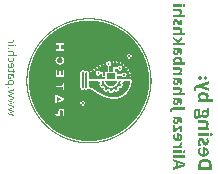
<source format=gbo>
G04*
G04 #@! TF.GenerationSoftware,Altium Limited,Altium Designer,22.7.1 (60)*
G04*
G04 Layer_Color=32896*
%FSLAX44Y44*%
%MOMM*%
G71*
G04*
G04 #@! TF.SameCoordinates,7A3DA631-0345-4E00-B8C7-321365C47752*
G04*
G04*
G04 #@! TF.FilePolarity,Positive*
G04*
G01*
G75*
G36*
X454500Y393300D02*
X456300D01*
Y393200D01*
X457500D01*
Y393100D01*
X458400D01*
Y393000D01*
X459200D01*
Y392900D01*
X460000D01*
Y392800D01*
X460600D01*
Y392700D01*
X461200D01*
Y392600D01*
X461800D01*
Y392500D01*
X462300D01*
Y392400D01*
X462800D01*
Y392300D01*
X463300D01*
Y392200D01*
X463800D01*
Y392100D01*
X464200D01*
Y392000D01*
X464600D01*
Y391900D01*
X465100D01*
Y391800D01*
X465500D01*
Y391700D01*
X465800D01*
Y391600D01*
X466200D01*
Y391500D01*
X466600D01*
Y391400D01*
X466900D01*
Y391300D01*
X467300D01*
Y391200D01*
X467600D01*
Y391100D01*
X468000D01*
Y391000D01*
X468300D01*
Y390900D01*
X468600D01*
Y390800D01*
X468900D01*
Y390700D01*
X469200D01*
Y390600D01*
X469500D01*
Y390500D01*
X469800D01*
Y390400D01*
X470100D01*
Y390300D01*
X470300D01*
Y390200D01*
X470600D01*
Y390100D01*
X470900D01*
Y390000D01*
X471100D01*
Y389900D01*
X471400D01*
Y389800D01*
X471700D01*
Y389700D01*
X471900D01*
Y389600D01*
X472200D01*
Y389500D01*
X472400D01*
Y389400D01*
X472700D01*
Y389300D01*
X472900D01*
Y389200D01*
X473100D01*
Y389100D01*
X473400D01*
Y389000D01*
X473600D01*
Y388900D01*
X473800D01*
Y388800D01*
X474000D01*
Y388700D01*
X474300D01*
Y388600D01*
X474500D01*
Y388500D01*
X474700D01*
Y388400D01*
X474900D01*
Y388300D01*
X475100D01*
Y388200D01*
X475300D01*
Y388100D01*
X475500D01*
Y388000D01*
X475700D01*
Y387900D01*
X475900D01*
Y387800D01*
X476100D01*
Y387700D01*
X476300D01*
Y387600D01*
X476500D01*
Y387500D01*
X476700D01*
Y387400D01*
X476900D01*
Y387300D01*
X477100D01*
Y387200D01*
X477300D01*
Y387100D01*
X477500D01*
Y387000D01*
X477700D01*
Y386900D01*
X477800D01*
Y386800D01*
X478000D01*
Y386700D01*
X478200D01*
Y386600D01*
X478400D01*
Y386500D01*
X478600D01*
Y386400D01*
X478700D01*
Y386300D01*
X478900D01*
Y386200D01*
X479100D01*
Y386100D01*
X479200D01*
Y386000D01*
X479400D01*
Y385900D01*
X479600D01*
Y385800D01*
X479700D01*
Y385700D01*
X479900D01*
Y385600D01*
X480100D01*
Y385500D01*
X480200D01*
Y385400D01*
X480400D01*
Y385300D01*
X480600D01*
Y385200D01*
X480700D01*
Y385100D01*
X480900D01*
Y385000D01*
X481000D01*
Y384900D01*
X481200D01*
Y384800D01*
X481300D01*
Y384700D01*
X481500D01*
Y384600D01*
X481600D01*
Y384500D01*
X481800D01*
Y384400D01*
X481900D01*
Y384300D01*
X482100D01*
Y384200D01*
X482200D01*
Y384100D01*
X482400D01*
Y384000D01*
X482500D01*
Y383900D01*
X482700D01*
Y383800D01*
X482800D01*
Y383700D01*
X482900D01*
Y383600D01*
X483100D01*
Y383500D01*
X483200D01*
Y383400D01*
X483400D01*
Y383300D01*
X483500D01*
Y383200D01*
X483600D01*
Y383100D01*
X483800D01*
Y383000D01*
X483900D01*
Y382900D01*
X484000D01*
Y382800D01*
X484200D01*
Y382700D01*
X484300D01*
Y382600D01*
X484400D01*
Y382500D01*
X484600D01*
Y382400D01*
X484700D01*
Y382300D01*
X484800D01*
Y382200D01*
X485000D01*
Y382100D01*
X485100D01*
Y382000D01*
X485200D01*
Y381900D01*
X485300D01*
Y381800D01*
X485500D01*
Y381700D01*
X485600D01*
Y381600D01*
X485700D01*
Y381500D01*
X485800D01*
Y381400D01*
X485900D01*
Y381300D01*
X486100D01*
Y381200D01*
X486200D01*
Y381100D01*
X486300D01*
Y381000D01*
X486400D01*
Y380900D01*
X486500D01*
Y380800D01*
X486700D01*
Y380700D01*
X486800D01*
Y380600D01*
X486900D01*
Y380500D01*
X487000D01*
Y380400D01*
X487100D01*
Y380300D01*
X487200D01*
Y380200D01*
X487400D01*
Y380100D01*
X487500D01*
Y380000D01*
X487600D01*
Y379900D01*
X487700D01*
Y379800D01*
X487800D01*
Y379700D01*
X487900D01*
Y379600D01*
X488000D01*
Y379500D01*
X488100D01*
Y379400D01*
X488200D01*
Y379300D01*
X488300D01*
Y379200D01*
X488500D01*
Y379100D01*
X488600D01*
Y379000D01*
X488700D01*
Y378900D01*
X488800D01*
Y378800D01*
X488900D01*
Y378700D01*
X489000D01*
Y378600D01*
X489100D01*
Y378500D01*
X489200D01*
Y378400D01*
X489300D01*
Y378300D01*
X489400D01*
Y378200D01*
X489500D01*
Y378100D01*
X489600D01*
Y378000D01*
X489700D01*
Y377900D01*
X489800D01*
Y377800D01*
X489900D01*
Y377700D01*
X490000D01*
Y377600D01*
X490100D01*
Y377500D01*
X490200D01*
Y377400D01*
X490300D01*
Y377300D01*
X490400D01*
Y377200D01*
X490500D01*
Y377100D01*
X490600D01*
Y377000D01*
X490700D01*
Y376900D01*
X490800D01*
Y376800D01*
X490900D01*
Y376700D01*
X491000D01*
Y376600D01*
X491100D01*
Y376400D01*
X491200D01*
Y376300D01*
X491300D01*
Y376200D01*
X491400D01*
Y376100D01*
X491500D01*
Y376000D01*
X491600D01*
Y375900D01*
X491700D01*
Y375800D01*
X491800D01*
Y375700D01*
X491900D01*
Y375600D01*
X492000D01*
Y375500D01*
X492100D01*
Y375300D01*
X492200D01*
Y375200D01*
X492300D01*
Y375100D01*
X492400D01*
Y375000D01*
X492500D01*
Y374900D01*
X492600D01*
Y374800D01*
X492700D01*
Y374600D01*
X492800D01*
Y374500D01*
X492900D01*
Y374400D01*
X493000D01*
Y374300D01*
X493100D01*
Y374200D01*
X493200D01*
Y374000D01*
X493300D01*
Y373900D01*
X493400D01*
Y373800D01*
X493500D01*
Y373700D01*
X493600D01*
Y373600D01*
X493700D01*
Y373400D01*
X493800D01*
Y373300D01*
X493900D01*
Y373200D01*
X494000D01*
Y373100D01*
X494100D01*
Y372900D01*
X494200D01*
Y372800D01*
X494300D01*
Y372700D01*
X494400D01*
Y372500D01*
X494500D01*
Y372400D01*
X494600D01*
Y372300D01*
X494700D01*
Y372100D01*
X494800D01*
Y372000D01*
X494900D01*
Y371900D01*
X495000D01*
Y371700D01*
X495100D01*
Y371600D01*
X495200D01*
Y371500D01*
X495300D01*
Y371300D01*
X495400D01*
Y371200D01*
X495500D01*
Y371000D01*
X495600D01*
Y370900D01*
X495700D01*
Y370800D01*
X495800D01*
Y370600D01*
X495900D01*
Y370500D01*
X496000D01*
Y370300D01*
X496100D01*
Y370200D01*
X496200D01*
Y370000D01*
X496300D01*
Y369900D01*
X496400D01*
Y369700D01*
X496500D01*
Y369600D01*
X496600D01*
Y369400D01*
X496700D01*
Y369300D01*
X496800D01*
Y369100D01*
X496900D01*
Y369000D01*
X497000D01*
Y368800D01*
X497100D01*
Y368600D01*
X497200D01*
Y368500D01*
X497300D01*
Y368300D01*
X497400D01*
Y368200D01*
X497500D01*
Y368000D01*
X497600D01*
Y367800D01*
X497700D01*
Y367700D01*
X497800D01*
Y367500D01*
X497900D01*
Y367300D01*
X498000D01*
Y367200D01*
X498100D01*
Y367000D01*
X498200D01*
Y366800D01*
X498300D01*
Y366700D01*
X498400D01*
Y366500D01*
X498500D01*
Y366300D01*
X498600D01*
Y366100D01*
X498700D01*
Y365900D01*
X498800D01*
Y365800D01*
X498900D01*
Y365600D01*
X499000D01*
Y365400D01*
X499100D01*
Y365200D01*
X499200D01*
Y365000D01*
X499300D01*
Y364800D01*
X499400D01*
Y364600D01*
X499500D01*
Y364400D01*
X499600D01*
Y364200D01*
X499700D01*
Y364000D01*
X499800D01*
Y363800D01*
X499900D01*
Y363600D01*
X500000D01*
Y363400D01*
X500100D01*
Y363200D01*
X500200D01*
Y363000D01*
X500300D01*
Y362800D01*
X500400D01*
Y362600D01*
X500500D01*
Y362400D01*
X500600D01*
Y362100D01*
X500700D01*
Y361900D01*
X500800D01*
Y361700D01*
X500900D01*
Y361500D01*
X501000D01*
Y361200D01*
X501100D01*
Y361000D01*
X501200D01*
Y360700D01*
X501300D01*
Y360500D01*
X501400D01*
Y360300D01*
X501500D01*
Y360000D01*
X501600D01*
Y359800D01*
X501700D01*
Y359500D01*
X501800D01*
Y359200D01*
X501900D01*
Y359000D01*
X502000D01*
Y358700D01*
X502100D01*
Y358400D01*
X502200D01*
Y358200D01*
X502300D01*
Y357900D01*
X502400D01*
Y357600D01*
X502500D01*
Y357300D01*
X502600D01*
Y357000D01*
X502700D01*
Y356700D01*
X502800D01*
Y356400D01*
X502900D01*
Y356000D01*
X503000D01*
Y355700D01*
X503100D01*
Y355400D01*
X503200D01*
Y355000D01*
X503300D01*
Y354700D01*
X503400D01*
Y354300D01*
X503500D01*
Y354000D01*
X503600D01*
Y353600D01*
X503700D01*
Y353200D01*
X503800D01*
Y352800D01*
X503900D01*
Y352300D01*
X504000D01*
Y351900D01*
X504100D01*
Y351400D01*
X504200D01*
Y350900D01*
X504300D01*
Y350400D01*
X504400D01*
Y349900D01*
X504500D01*
Y349300D01*
X504600D01*
Y348700D01*
X504700D01*
Y348000D01*
X504800D01*
Y347300D01*
X504900D01*
Y346500D01*
X505000D01*
Y345500D01*
X505100D01*
Y344400D01*
X505200D01*
Y342700D01*
X505300D01*
Y338100D01*
X505200D01*
Y336400D01*
X505100D01*
Y335300D01*
X505000D01*
Y334300D01*
X504900D01*
Y333500D01*
X504800D01*
Y332800D01*
X504700D01*
Y332100D01*
X504600D01*
Y331500D01*
X504500D01*
Y330900D01*
X504400D01*
Y330400D01*
X504300D01*
Y329900D01*
X504200D01*
Y329400D01*
X504100D01*
Y328900D01*
X504000D01*
Y328500D01*
X503900D01*
Y328000D01*
X503800D01*
Y327600D01*
X503700D01*
Y327200D01*
X503600D01*
Y326800D01*
X503500D01*
Y326500D01*
X503400D01*
Y326100D01*
X503300D01*
Y325800D01*
X503200D01*
Y325400D01*
X503100D01*
Y325100D01*
X503000D01*
Y324800D01*
X502900D01*
Y324400D01*
X502800D01*
Y324100D01*
X502700D01*
Y323800D01*
X502600D01*
Y323500D01*
X502500D01*
Y323200D01*
X502400D01*
Y322900D01*
X502300D01*
Y322600D01*
X502200D01*
Y322400D01*
X502100D01*
Y322100D01*
X502000D01*
Y321800D01*
X501900D01*
Y321600D01*
X501800D01*
Y321300D01*
X501700D01*
Y321000D01*
X501600D01*
Y320800D01*
X501500D01*
Y320500D01*
X501400D01*
Y320300D01*
X501300D01*
Y320100D01*
X501200D01*
Y319800D01*
X501100D01*
Y319600D01*
X501000D01*
Y319300D01*
X500900D01*
Y319100D01*
X500800D01*
Y318900D01*
X500700D01*
Y318700D01*
X500600D01*
Y318400D01*
X500500D01*
Y318200D01*
X500400D01*
Y318000D01*
X500300D01*
Y317800D01*
X500200D01*
Y317600D01*
X500100D01*
Y317400D01*
X500000D01*
Y317200D01*
X499900D01*
Y317000D01*
X499800D01*
Y316800D01*
X499700D01*
Y316600D01*
X499600D01*
Y316400D01*
X499500D01*
Y316200D01*
X499400D01*
Y316000D01*
X499300D01*
Y315800D01*
X499200D01*
Y315600D01*
X499100D01*
Y315400D01*
X499000D01*
Y315200D01*
X498900D01*
Y315000D01*
X498800D01*
Y314900D01*
X498700D01*
Y314700D01*
X498600D01*
Y314500D01*
X498500D01*
Y314300D01*
X498400D01*
Y314100D01*
X498300D01*
Y314000D01*
X498200D01*
Y313800D01*
X498100D01*
Y313600D01*
X498000D01*
Y313500D01*
X497900D01*
Y313300D01*
X497800D01*
Y313100D01*
X497700D01*
Y313000D01*
X497600D01*
Y312800D01*
X497500D01*
Y312600D01*
X497400D01*
Y312500D01*
X497300D01*
Y312300D01*
X497200D01*
Y312200D01*
X497100D01*
Y312000D01*
X497000D01*
Y311800D01*
X496900D01*
Y311700D01*
X496800D01*
Y311500D01*
X496700D01*
Y311400D01*
X496600D01*
Y311200D01*
X496500D01*
Y311100D01*
X496400D01*
Y310900D01*
X496300D01*
Y310800D01*
X496200D01*
Y310600D01*
X496100D01*
Y310500D01*
X496000D01*
Y310300D01*
X495900D01*
Y310200D01*
X495800D01*
Y310000D01*
X495700D01*
Y309900D01*
X495600D01*
Y309800D01*
X495500D01*
Y309600D01*
X495400D01*
Y309500D01*
X495300D01*
Y309300D01*
X495200D01*
Y309200D01*
X495100D01*
Y309100D01*
X495000D01*
Y308900D01*
X494900D01*
Y308800D01*
X494800D01*
Y308700D01*
X494700D01*
Y308500D01*
X494600D01*
Y308400D01*
X494500D01*
Y308300D01*
X494400D01*
Y308100D01*
X494300D01*
Y308000D01*
X494200D01*
Y307900D01*
X494100D01*
Y307700D01*
X494000D01*
Y307600D01*
X493900D01*
Y307500D01*
X493800D01*
Y307400D01*
X493700D01*
Y307200D01*
X493600D01*
Y307100D01*
X493500D01*
Y307000D01*
X493400D01*
Y306900D01*
X493300D01*
Y306800D01*
X493200D01*
Y306600D01*
X493100D01*
Y306500D01*
X493000D01*
Y306400D01*
X492900D01*
Y306300D01*
X492800D01*
Y306200D01*
X492700D01*
Y306000D01*
X492600D01*
Y305900D01*
X492500D01*
Y305800D01*
X492400D01*
Y305700D01*
X492300D01*
Y305600D01*
X492200D01*
Y305500D01*
X492100D01*
Y305300D01*
X492000D01*
Y305200D01*
X491900D01*
Y305100D01*
X491800D01*
Y305000D01*
X491700D01*
Y304900D01*
X491600D01*
Y304800D01*
X491500D01*
Y304700D01*
X491400D01*
Y304600D01*
X491300D01*
Y304500D01*
X491200D01*
Y304400D01*
X491100D01*
Y304200D01*
X491000D01*
Y304100D01*
X490900D01*
Y304000D01*
X490800D01*
Y303900D01*
X490700D01*
Y303800D01*
X490600D01*
Y303700D01*
X490500D01*
Y303600D01*
X490400D01*
Y303500D01*
X490300D01*
Y303400D01*
X490200D01*
Y303300D01*
X490100D01*
Y303200D01*
X490000D01*
Y303100D01*
X489900D01*
Y303000D01*
X489800D01*
Y302900D01*
X489700D01*
Y302800D01*
X489600D01*
Y302700D01*
X489500D01*
Y302600D01*
X489400D01*
Y302500D01*
X489300D01*
Y302400D01*
X489200D01*
Y302300D01*
X489100D01*
Y302200D01*
X489000D01*
Y302100D01*
X488900D01*
Y302000D01*
X488800D01*
Y301900D01*
X488700D01*
Y301800D01*
X488600D01*
Y301700D01*
X488500D01*
Y301600D01*
X488300D01*
Y301500D01*
X488200D01*
Y301400D01*
X488100D01*
Y301300D01*
X488000D01*
Y301200D01*
X487900D01*
Y301100D01*
X487800D01*
Y301000D01*
X487700D01*
Y300900D01*
X487600D01*
Y300800D01*
X487500D01*
Y300700D01*
X487400D01*
Y300600D01*
X487200D01*
Y300500D01*
X487100D01*
Y300400D01*
X487000D01*
Y300300D01*
X486900D01*
Y300200D01*
X486800D01*
Y300100D01*
X486700D01*
Y300000D01*
X486500D01*
Y299900D01*
X486400D01*
Y299800D01*
X486300D01*
Y299700D01*
X486200D01*
Y299600D01*
X486100D01*
Y299500D01*
X485900D01*
Y299400D01*
X485800D01*
Y299300D01*
X485700D01*
Y299200D01*
X485600D01*
Y299100D01*
X485500D01*
Y299000D01*
X485300D01*
Y298900D01*
X485200D01*
Y298800D01*
X485100D01*
Y298700D01*
X485000D01*
Y298600D01*
X484800D01*
Y298500D01*
X484700D01*
Y298400D01*
X484600D01*
Y298300D01*
X484400D01*
Y298200D01*
X484300D01*
Y298100D01*
X484200D01*
Y298000D01*
X484000D01*
Y297900D01*
X483900D01*
Y297800D01*
X483800D01*
Y297700D01*
X483600D01*
Y297600D01*
X483500D01*
Y297500D01*
X483400D01*
Y297400D01*
X483200D01*
Y297300D01*
X483100D01*
Y297200D01*
X482900D01*
Y297100D01*
X482800D01*
Y297000D01*
X482700D01*
Y296900D01*
X482500D01*
Y296800D01*
X482400D01*
Y296700D01*
X482200D01*
Y296600D01*
X482100D01*
Y296500D01*
X481900D01*
Y296400D01*
X481800D01*
Y296300D01*
X481600D01*
Y296200D01*
X481500D01*
Y296100D01*
X481300D01*
Y296000D01*
X481200D01*
Y295900D01*
X481000D01*
Y295800D01*
X480900D01*
Y295700D01*
X480700D01*
Y295600D01*
X480600D01*
Y295500D01*
X480400D01*
Y295400D01*
X480200D01*
Y295300D01*
X480100D01*
Y295200D01*
X479900D01*
Y295100D01*
X479700D01*
Y295000D01*
X479600D01*
Y294900D01*
X479400D01*
Y294800D01*
X479200D01*
Y294700D01*
X479100D01*
Y294600D01*
X478900D01*
Y294500D01*
X478700D01*
Y294400D01*
X478600D01*
Y294300D01*
X478400D01*
Y294200D01*
X478200D01*
Y294100D01*
X478000D01*
Y294000D01*
X477800D01*
Y293900D01*
X477700D01*
Y293800D01*
X477500D01*
Y293700D01*
X477300D01*
Y293600D01*
X477100D01*
Y293500D01*
X476900D01*
Y293400D01*
X476700D01*
Y293300D01*
X476500D01*
Y293200D01*
X476300D01*
Y293100D01*
X476100D01*
Y293000D01*
X475900D01*
Y292900D01*
X475700D01*
Y292800D01*
X475500D01*
Y292700D01*
X475300D01*
Y292600D01*
X475100D01*
Y292500D01*
X474900D01*
Y292400D01*
X474700D01*
Y292300D01*
X474500D01*
Y292200D01*
X474300D01*
Y292100D01*
X474000D01*
Y292000D01*
X473800D01*
Y291900D01*
X473600D01*
Y291800D01*
X473400D01*
Y291700D01*
X473100D01*
Y291600D01*
X472900D01*
Y291500D01*
X472700D01*
Y291400D01*
X472400D01*
Y291300D01*
X472200D01*
Y291200D01*
X471900D01*
Y291100D01*
X471700D01*
Y291000D01*
X471400D01*
Y290900D01*
X471100D01*
Y290800D01*
X470900D01*
Y290700D01*
X470600D01*
Y290600D01*
X470300D01*
Y290500D01*
X470100D01*
Y290400D01*
X469800D01*
Y290300D01*
X469500D01*
Y290200D01*
X469200D01*
Y290100D01*
X468900D01*
Y290000D01*
X468600D01*
Y289900D01*
X468300D01*
Y289800D01*
X467900D01*
Y289700D01*
X467600D01*
Y289600D01*
X467300D01*
Y289500D01*
X466900D01*
Y289400D01*
X466600D01*
Y289300D01*
X466200D01*
Y289200D01*
X465800D01*
Y289100D01*
X465500D01*
Y289000D01*
X465100D01*
Y288900D01*
X464600D01*
Y288800D01*
X464200D01*
Y288700D01*
X463800D01*
Y288600D01*
X463300D01*
Y288500D01*
X462800D01*
Y288400D01*
X462300D01*
Y288300D01*
X461800D01*
Y288200D01*
X461200D01*
Y288100D01*
X460600D01*
Y288000D01*
X459900D01*
Y287900D01*
X459200D01*
Y287800D01*
X458400D01*
Y287700D01*
X457500D01*
Y287600D01*
X456300D01*
Y287500D01*
X454500D01*
Y287400D01*
X450100D01*
Y287500D01*
X448300D01*
Y287600D01*
X447100D01*
Y287700D01*
X446200D01*
Y287800D01*
X445400D01*
Y287900D01*
X444700D01*
Y288000D01*
X444000D01*
Y288100D01*
X443400D01*
Y288200D01*
X442800D01*
Y288300D01*
X442300D01*
Y288400D01*
X441800D01*
Y288500D01*
X441300D01*
Y288600D01*
X440800D01*
Y288700D01*
X440400D01*
Y288800D01*
X440000D01*
Y288900D01*
X439500D01*
Y289000D01*
X439100D01*
Y289100D01*
X438800D01*
Y289200D01*
X438400D01*
Y289300D01*
X438000D01*
Y289400D01*
X437700D01*
Y289500D01*
X437300D01*
Y289600D01*
X437000D01*
Y289700D01*
X436600D01*
Y289800D01*
X436300D01*
Y289900D01*
X436000D01*
Y290000D01*
X435700D01*
Y290100D01*
X435400D01*
Y290200D01*
X435100D01*
Y290300D01*
X434800D01*
Y290400D01*
X434500D01*
Y290500D01*
X434300D01*
Y290600D01*
X434000D01*
Y290700D01*
X433700D01*
Y290800D01*
X433500D01*
Y290900D01*
X433200D01*
Y291000D01*
X432900D01*
Y291100D01*
X432700D01*
Y291200D01*
X432400D01*
Y291300D01*
X432200D01*
Y291400D01*
X431900D01*
Y291500D01*
X431700D01*
Y291600D01*
X431500D01*
Y291700D01*
X431200D01*
Y291800D01*
X431000D01*
Y291900D01*
X430800D01*
Y292000D01*
X430600D01*
Y292100D01*
X430300D01*
Y292200D01*
X430100D01*
Y292300D01*
X429900D01*
Y292400D01*
X429700D01*
Y292500D01*
X429500D01*
Y292600D01*
X429300D01*
Y292700D01*
X429100D01*
Y292800D01*
X428900D01*
Y292900D01*
X428700D01*
Y293000D01*
X428500D01*
Y293100D01*
X428300D01*
Y293200D01*
X428100D01*
Y293300D01*
X427900D01*
Y293400D01*
X427700D01*
Y293500D01*
X427500D01*
Y293600D01*
X427300D01*
Y293700D01*
X427100D01*
Y293800D01*
X426900D01*
Y293900D01*
X426800D01*
Y294000D01*
X426600D01*
Y294100D01*
X426400D01*
Y294200D01*
X426200D01*
Y294300D01*
X426000D01*
Y294400D01*
X425900D01*
Y294500D01*
X425700D01*
Y294600D01*
X425500D01*
Y294700D01*
X425400D01*
Y294800D01*
X425200D01*
Y294900D01*
X425000D01*
Y295000D01*
X424900D01*
Y295100D01*
X424700D01*
Y295200D01*
X424500D01*
Y295300D01*
X424400D01*
Y295400D01*
X424200D01*
Y295500D01*
X424100D01*
Y295600D01*
X423900D01*
Y295700D01*
X423700D01*
Y295800D01*
X423600D01*
Y295900D01*
X423400D01*
Y296000D01*
X423300D01*
Y296100D01*
X423100D01*
Y296200D01*
X423000D01*
Y296300D01*
X422800D01*
Y296400D01*
X422700D01*
Y296500D01*
X422500D01*
Y296600D01*
X422400D01*
Y296700D01*
X422200D01*
Y296800D01*
X422100D01*
Y296900D01*
X421900D01*
Y297000D01*
X421800D01*
Y297100D01*
X421700D01*
Y297200D01*
X421500D01*
Y297300D01*
X421400D01*
Y297400D01*
X421200D01*
Y297500D01*
X421100D01*
Y297600D01*
X421000D01*
Y297700D01*
X420800D01*
Y297800D01*
X420700D01*
Y297900D01*
X420600D01*
Y298000D01*
X420400D01*
Y298100D01*
X420300D01*
Y298200D01*
X420200D01*
Y298300D01*
X420000D01*
Y298400D01*
X419900D01*
Y298500D01*
X419800D01*
Y298600D01*
X419600D01*
Y298700D01*
X419500D01*
Y298800D01*
X419400D01*
Y298900D01*
X419300D01*
Y299000D01*
X419100D01*
Y299100D01*
X419000D01*
Y299200D01*
X418900D01*
Y299300D01*
X418800D01*
Y299400D01*
X418700D01*
Y299500D01*
X418500D01*
Y299600D01*
X418400D01*
Y299700D01*
X418300D01*
Y299800D01*
X418200D01*
Y299900D01*
X418100D01*
Y300000D01*
X417900D01*
Y300100D01*
X417800D01*
Y300200D01*
X417700D01*
Y300300D01*
X417600D01*
Y300400D01*
X417500D01*
Y300500D01*
X417400D01*
Y300600D01*
X417200D01*
Y300700D01*
X417100D01*
Y300800D01*
X417000D01*
Y300900D01*
X416900D01*
Y301000D01*
X416800D01*
Y301100D01*
X416700D01*
Y301200D01*
X416600D01*
Y301300D01*
X416500D01*
Y301400D01*
X416400D01*
Y301500D01*
X416300D01*
Y301600D01*
X416100D01*
Y301700D01*
X416000D01*
Y301800D01*
X415900D01*
Y301900D01*
X415800D01*
Y302000D01*
X415700D01*
Y302100D01*
X415600D01*
Y302200D01*
X415500D01*
Y302300D01*
X415400D01*
Y302400D01*
X415300D01*
Y302500D01*
X415200D01*
Y302600D01*
X415100D01*
Y302700D01*
X415000D01*
Y302800D01*
X414900D01*
Y302900D01*
X414800D01*
Y303000D01*
X414700D01*
Y303100D01*
X414600D01*
Y303200D01*
X414500D01*
Y303300D01*
X414400D01*
Y303400D01*
X414300D01*
Y303500D01*
X414200D01*
Y303600D01*
X414100D01*
Y303700D01*
X414000D01*
Y303800D01*
X413900D01*
Y303900D01*
X413800D01*
Y304000D01*
X413700D01*
Y304100D01*
X413600D01*
Y304200D01*
X413500D01*
Y304400D01*
X413400D01*
Y304500D01*
X413300D01*
Y304600D01*
X413200D01*
Y304700D01*
X413100D01*
Y304800D01*
X413000D01*
Y304900D01*
X412900D01*
Y305000D01*
X412800D01*
Y305100D01*
X412700D01*
Y305200D01*
X412600D01*
Y305300D01*
X412500D01*
Y305500D01*
X412400D01*
Y305600D01*
X412300D01*
Y305700D01*
X412200D01*
Y305800D01*
X412100D01*
Y305900D01*
X412000D01*
Y306000D01*
X411900D01*
Y306200D01*
X411800D01*
Y306300D01*
X411700D01*
Y306400D01*
X411600D01*
Y306500D01*
X411500D01*
Y306600D01*
X411400D01*
Y306800D01*
X411300D01*
Y306900D01*
X411200D01*
Y307000D01*
X411100D01*
Y307100D01*
X411000D01*
Y307200D01*
X410900D01*
Y307400D01*
X410800D01*
Y307500D01*
X410700D01*
Y307600D01*
X410600D01*
Y307700D01*
X410500D01*
Y307900D01*
X410400D01*
Y308000D01*
X410300D01*
Y308100D01*
X410200D01*
Y308300D01*
X410100D01*
Y308400D01*
X410000D01*
Y308500D01*
X409900D01*
Y308700D01*
X409800D01*
Y308800D01*
X409700D01*
Y308900D01*
X409600D01*
Y309100D01*
X409500D01*
Y309200D01*
X409400D01*
Y309300D01*
X409300D01*
Y309500D01*
X409200D01*
Y309600D01*
X409100D01*
Y309800D01*
X409000D01*
Y309900D01*
X408900D01*
Y310000D01*
X408800D01*
Y310200D01*
X408700D01*
Y310300D01*
X408600D01*
Y310500D01*
X408500D01*
Y310600D01*
X408400D01*
Y310800D01*
X408300D01*
Y310900D01*
X408200D01*
Y311100D01*
X408100D01*
Y311200D01*
X408000D01*
Y311400D01*
X407900D01*
Y311500D01*
X407800D01*
Y311700D01*
X407700D01*
Y311800D01*
X407600D01*
Y312000D01*
X407500D01*
Y312100D01*
X407400D01*
Y312300D01*
X407300D01*
Y312500D01*
X407200D01*
Y312600D01*
X407100D01*
Y312800D01*
X407000D01*
Y313000D01*
X406900D01*
Y313100D01*
X406800D01*
Y313300D01*
X406700D01*
Y313500D01*
X406600D01*
Y313600D01*
X406500D01*
Y313800D01*
X406400D01*
Y314000D01*
X406300D01*
Y314100D01*
X406200D01*
Y314300D01*
X406100D01*
Y314500D01*
X406000D01*
Y314700D01*
X405900D01*
Y314900D01*
X405800D01*
Y315000D01*
X405700D01*
Y315200D01*
X405600D01*
Y315400D01*
X405500D01*
Y315600D01*
X405400D01*
Y315800D01*
X405300D01*
Y316000D01*
X405200D01*
Y316200D01*
X405100D01*
Y316400D01*
X405000D01*
Y316600D01*
X404900D01*
Y316800D01*
X404800D01*
Y317000D01*
X404700D01*
Y317200D01*
X404600D01*
Y317400D01*
X404500D01*
Y317600D01*
X404400D01*
Y317800D01*
X404300D01*
Y318000D01*
X404200D01*
Y318200D01*
X404100D01*
Y318400D01*
X404000D01*
Y318700D01*
X403900D01*
Y318900D01*
X403800D01*
Y319100D01*
X403700D01*
Y319300D01*
X403600D01*
Y319600D01*
X403500D01*
Y319800D01*
X403400D01*
Y320100D01*
X403300D01*
Y320300D01*
X403200D01*
Y320500D01*
X403100D01*
Y320800D01*
X403000D01*
Y321000D01*
X402900D01*
Y321300D01*
X402800D01*
Y321600D01*
X402700D01*
Y321800D01*
X402600D01*
Y322100D01*
X402500D01*
Y322400D01*
X402400D01*
Y322600D01*
X402300D01*
Y322900D01*
X402200D01*
Y323200D01*
X402100D01*
Y323500D01*
X402000D01*
Y323800D01*
X401900D01*
Y324100D01*
X401800D01*
Y324400D01*
X401700D01*
Y324700D01*
X401600D01*
Y325100D01*
X401500D01*
Y325400D01*
X401400D01*
Y325800D01*
X401300D01*
Y326100D01*
X401200D01*
Y326500D01*
X401100D01*
Y326800D01*
X401000D01*
Y327200D01*
X400900D01*
Y327600D01*
X400800D01*
Y328000D01*
X400700D01*
Y328500D01*
X400600D01*
Y328900D01*
X400500D01*
Y329400D01*
X400400D01*
Y329900D01*
X400300D01*
Y330400D01*
X400200D01*
Y330900D01*
X400100D01*
Y331500D01*
X400000D01*
Y332100D01*
X399900D01*
Y332800D01*
X399800D01*
Y333500D01*
X399700D01*
Y334300D01*
X399600D01*
Y335200D01*
X399500D01*
Y336400D01*
X399400D01*
Y338100D01*
X399300D01*
Y342700D01*
X399400D01*
Y344400D01*
X399500D01*
Y345600D01*
X399600D01*
Y346500D01*
X399700D01*
Y347300D01*
X399800D01*
Y348000D01*
X399900D01*
Y348700D01*
X400000D01*
Y349300D01*
X400100D01*
Y349900D01*
X400200D01*
Y350400D01*
X400300D01*
Y350900D01*
X400400D01*
Y351400D01*
X400500D01*
Y351900D01*
X400600D01*
Y352300D01*
X400700D01*
Y352800D01*
X400800D01*
Y353200D01*
X400900D01*
Y353600D01*
X401000D01*
Y354000D01*
X401100D01*
Y354300D01*
X401200D01*
Y354700D01*
X401300D01*
Y355000D01*
X401400D01*
Y355400D01*
X401500D01*
Y355700D01*
X401600D01*
Y356100D01*
X401700D01*
Y356400D01*
X401800D01*
Y356700D01*
X401900D01*
Y357000D01*
X402000D01*
Y357300D01*
X402100D01*
Y357600D01*
X402200D01*
Y357900D01*
X402300D01*
Y358200D01*
X402400D01*
Y358400D01*
X402500D01*
Y358700D01*
X402600D01*
Y359000D01*
X402700D01*
Y359300D01*
X402800D01*
Y359500D01*
X402900D01*
Y359800D01*
X403000D01*
Y360000D01*
X403100D01*
Y360300D01*
X403200D01*
Y360500D01*
X403300D01*
Y360700D01*
X403400D01*
Y361000D01*
X403500D01*
Y361200D01*
X403600D01*
Y361500D01*
X403700D01*
Y361700D01*
X403800D01*
Y361900D01*
X403900D01*
Y362100D01*
X404000D01*
Y362400D01*
X404100D01*
Y362600D01*
X404200D01*
Y362800D01*
X404300D01*
Y363000D01*
X404400D01*
Y363200D01*
X404500D01*
Y363400D01*
X404600D01*
Y363600D01*
X404700D01*
Y363800D01*
X404800D01*
Y364000D01*
X404900D01*
Y364200D01*
X405000D01*
Y364400D01*
X405100D01*
Y364600D01*
X405200D01*
Y364800D01*
X405300D01*
Y365000D01*
X405400D01*
Y365200D01*
X405500D01*
Y365400D01*
X405600D01*
Y365600D01*
X405700D01*
Y365800D01*
X405800D01*
Y365900D01*
X405900D01*
Y366100D01*
X406000D01*
Y366300D01*
X406100D01*
Y366500D01*
X406200D01*
Y366700D01*
X406300D01*
Y366800D01*
X406400D01*
Y367000D01*
X406500D01*
Y367200D01*
X406600D01*
Y367300D01*
X406700D01*
Y367500D01*
X406800D01*
Y367700D01*
X406900D01*
Y367800D01*
X407000D01*
Y368000D01*
X407100D01*
Y368200D01*
X407200D01*
Y368300D01*
X407300D01*
Y368500D01*
X407400D01*
Y368600D01*
X407500D01*
Y368800D01*
X407600D01*
Y369000D01*
X407700D01*
Y369100D01*
X407800D01*
Y369300D01*
X407900D01*
Y369400D01*
X408000D01*
Y369600D01*
X408100D01*
Y369700D01*
X408200D01*
Y369900D01*
X408300D01*
Y370000D01*
X408400D01*
Y370200D01*
X408500D01*
Y370300D01*
X408600D01*
Y370500D01*
X408700D01*
Y370600D01*
X408800D01*
Y370800D01*
X408900D01*
Y370900D01*
X409000D01*
Y371000D01*
X409100D01*
Y371200D01*
X409200D01*
Y371300D01*
X409300D01*
Y371500D01*
X409400D01*
Y371600D01*
X409500D01*
Y371700D01*
X409600D01*
Y371900D01*
X409700D01*
Y372000D01*
X409800D01*
Y372100D01*
X409900D01*
Y372300D01*
X410000D01*
Y372400D01*
X410100D01*
Y372500D01*
X410200D01*
Y372700D01*
X410300D01*
Y372800D01*
X410400D01*
Y372900D01*
X410500D01*
Y373100D01*
X410600D01*
Y373200D01*
X410700D01*
Y373300D01*
X410800D01*
Y373400D01*
X410900D01*
Y373600D01*
X411000D01*
Y373700D01*
X411100D01*
Y373800D01*
X411200D01*
Y373900D01*
X411300D01*
Y374000D01*
X411400D01*
Y374200D01*
X411500D01*
Y374300D01*
X411600D01*
Y374400D01*
X411700D01*
Y374500D01*
X411800D01*
Y374600D01*
X411900D01*
Y374800D01*
X412000D01*
Y374900D01*
X412100D01*
Y375000D01*
X412200D01*
Y375100D01*
X412300D01*
Y375200D01*
X412400D01*
Y375300D01*
X412500D01*
Y375500D01*
X412600D01*
Y375600D01*
X412700D01*
Y375700D01*
X412800D01*
Y375800D01*
X412900D01*
Y375900D01*
X413000D01*
Y376000D01*
X413100D01*
Y376100D01*
X413200D01*
Y376200D01*
X413300D01*
Y376300D01*
X413400D01*
Y376400D01*
X413500D01*
Y376600D01*
X413600D01*
Y376700D01*
X413700D01*
Y376800D01*
X413800D01*
Y376900D01*
X413900D01*
Y377000D01*
X414000D01*
Y377100D01*
X414100D01*
Y377200D01*
X414200D01*
Y377300D01*
X414300D01*
Y377400D01*
X414400D01*
Y377500D01*
X414500D01*
Y377600D01*
X414600D01*
Y377700D01*
X414700D01*
Y377800D01*
X414800D01*
Y377900D01*
X414900D01*
Y378000D01*
X415000D01*
Y378100D01*
X415100D01*
Y378200D01*
X415200D01*
Y378300D01*
X415300D01*
Y378400D01*
X415400D01*
Y378500D01*
X415500D01*
Y378600D01*
X415600D01*
Y378700D01*
X415700D01*
Y378800D01*
X415800D01*
Y378900D01*
X415900D01*
Y379000D01*
X416000D01*
Y379100D01*
X416100D01*
Y379200D01*
X416300D01*
Y379300D01*
X416400D01*
Y379400D01*
X416500D01*
Y379500D01*
X416600D01*
Y379600D01*
X416700D01*
Y379700D01*
X416800D01*
Y379800D01*
X416900D01*
Y379900D01*
X417000D01*
Y380000D01*
X417100D01*
Y380100D01*
X417200D01*
Y380200D01*
X417400D01*
Y380300D01*
X417500D01*
Y380400D01*
X417600D01*
Y380500D01*
X417700D01*
Y380600D01*
X417800D01*
Y380700D01*
X417900D01*
Y380800D01*
X418100D01*
Y380900D01*
X418200D01*
Y381000D01*
X418300D01*
Y381100D01*
X418400D01*
Y381200D01*
X418500D01*
Y381300D01*
X418700D01*
Y381400D01*
X418800D01*
Y381500D01*
X418900D01*
Y381600D01*
X419000D01*
Y381700D01*
X419100D01*
Y381800D01*
X419300D01*
Y381900D01*
X419400D01*
Y382000D01*
X419500D01*
Y382100D01*
X419600D01*
Y382200D01*
X419800D01*
Y382300D01*
X419900D01*
Y382400D01*
X420000D01*
Y382500D01*
X420200D01*
Y382600D01*
X420300D01*
Y382700D01*
X420400D01*
Y382800D01*
X420600D01*
Y382900D01*
X420700D01*
Y383000D01*
X420800D01*
Y383100D01*
X421000D01*
Y383200D01*
X421100D01*
Y383300D01*
X421200D01*
Y383400D01*
X421400D01*
Y383500D01*
X421500D01*
Y383600D01*
X421700D01*
Y383700D01*
X421800D01*
Y383800D01*
X421900D01*
Y383900D01*
X422100D01*
Y384000D01*
X422200D01*
Y384100D01*
X422400D01*
Y384200D01*
X422500D01*
Y384300D01*
X422700D01*
Y384400D01*
X422800D01*
Y384500D01*
X423000D01*
Y384600D01*
X423100D01*
Y384700D01*
X423300D01*
Y384800D01*
X423400D01*
Y384900D01*
X423600D01*
Y385000D01*
X423700D01*
Y385100D01*
X423900D01*
Y385200D01*
X424100D01*
Y385300D01*
X424200D01*
Y385400D01*
X424400D01*
Y385500D01*
X424500D01*
Y385600D01*
X424700D01*
Y385700D01*
X424900D01*
Y385800D01*
X425000D01*
Y385900D01*
X425200D01*
Y386000D01*
X425400D01*
Y386100D01*
X425500D01*
Y386200D01*
X425700D01*
Y386300D01*
X425900D01*
Y386400D01*
X426000D01*
Y386500D01*
X426200D01*
Y386600D01*
X426400D01*
Y386700D01*
X426600D01*
Y386800D01*
X426800D01*
Y386900D01*
X426900D01*
Y387000D01*
X427100D01*
Y387100D01*
X427300D01*
Y387200D01*
X427500D01*
Y387300D01*
X427700D01*
Y387400D01*
X427900D01*
Y387500D01*
X428100D01*
Y387600D01*
X428300D01*
Y387700D01*
X428500D01*
Y387800D01*
X428700D01*
Y387900D01*
X428900D01*
Y388000D01*
X429100D01*
Y388100D01*
X429300D01*
Y388200D01*
X429500D01*
Y388300D01*
X429700D01*
Y388400D01*
X429900D01*
Y388500D01*
X430100D01*
Y388600D01*
X430300D01*
Y388700D01*
X430600D01*
Y388800D01*
X430800D01*
Y388900D01*
X431000D01*
Y389000D01*
X431200D01*
Y389100D01*
X431500D01*
Y389200D01*
X431700D01*
Y389300D01*
X431900D01*
Y389400D01*
X432200D01*
Y389500D01*
X432400D01*
Y389600D01*
X432700D01*
Y389700D01*
X432900D01*
Y389800D01*
X433200D01*
Y389900D01*
X433500D01*
Y390000D01*
X433700D01*
Y390100D01*
X434000D01*
Y390200D01*
X434300D01*
Y390300D01*
X434500D01*
Y390400D01*
X434800D01*
Y390500D01*
X435100D01*
Y390600D01*
X435400D01*
Y390700D01*
X435700D01*
Y390800D01*
X436000D01*
Y390900D01*
X436300D01*
Y391000D01*
X436600D01*
Y391100D01*
X437000D01*
Y391200D01*
X437300D01*
Y391300D01*
X437700D01*
Y391400D01*
X438000D01*
Y391500D01*
X438400D01*
Y391600D01*
X438800D01*
Y391700D01*
X439100D01*
Y391800D01*
X439500D01*
Y391900D01*
X440000D01*
Y392000D01*
X440400D01*
Y392100D01*
X440800D01*
Y392200D01*
X441300D01*
Y392300D01*
X441800D01*
Y392400D01*
X442300D01*
Y392500D01*
X442800D01*
Y392600D01*
X443400D01*
Y392700D01*
X444000D01*
Y392800D01*
X444600D01*
Y392900D01*
X445400D01*
Y393000D01*
X446200D01*
Y393100D01*
X447100D01*
Y393200D01*
X448300D01*
Y393300D01*
X450100D01*
Y393400D01*
X454500D01*
Y393300D01*
D02*
G37*
G36*
X388906Y374835D02*
X388933Y374641D01*
Y374433D01*
X388920Y374252D01*
X388892Y374086D01*
X388850Y373933D01*
X388795Y373809D01*
X388739Y373698D01*
X388698Y373614D01*
X388670Y373559D01*
X388656Y373545D01*
X388545Y373406D01*
X388420Y373268D01*
X388296Y373143D01*
X388171Y373046D01*
X388060Y372963D01*
X387976Y372907D01*
X387921Y372865D01*
X387893Y372852D01*
Y372824D01*
X388836Y372727D01*
Y372089D01*
X383719D01*
Y372865D01*
X386465D01*
X386728Y372879D01*
X386978Y372935D01*
X387186Y373004D01*
X387366Y373087D01*
X387519Y373171D01*
X387630Y373240D01*
X387685Y373295D01*
X387713Y373309D01*
X387879Y373490D01*
X388004Y373670D01*
X388101Y373836D01*
X388157Y374017D01*
X388198Y374155D01*
X388212Y374280D01*
X388226Y374349D01*
Y374377D01*
X388212Y374557D01*
X388198Y374738D01*
X388185Y374821D01*
X388171Y374876D01*
X388157Y374918D01*
Y374932D01*
X388878Y375043D01*
X388906Y374835D01*
D02*
G37*
G36*
X388836Y369662D02*
X383719D01*
Y370438D01*
X388836D01*
Y369662D01*
D02*
G37*
G36*
X390404Y370480D02*
X390514Y370438D01*
X390584Y370397D01*
X390611Y370369D01*
X390695Y370272D01*
X390736Y370161D01*
X390750Y370078D01*
Y370050D01*
X390736Y369911D01*
X390695Y369814D01*
X390639Y369745D01*
X390625Y369717D01*
X390514Y369648D01*
X390390Y369606D01*
X390334D01*
X390279Y369593D01*
X390251D01*
X390237D01*
X390057Y369606D01*
X389932Y369662D01*
X389863Y369703D01*
X389835Y369717D01*
X389766Y369828D01*
X389724Y369939D01*
X389710Y370023D01*
Y370050D01*
X389724Y370189D01*
X389779Y370286D01*
X389821Y370341D01*
X389835Y370369D01*
X389960Y370452D01*
X390084Y370494D01*
X390140Y370508D01*
X390196D01*
X390223D01*
X390237D01*
X390404Y370480D01*
D02*
G37*
G36*
X384426Y368122D02*
X384496Y368109D01*
X384634Y368053D01*
X384690Y368012D01*
X384731Y367984D01*
X384745Y367970D01*
X384759Y367956D01*
X384814Y367887D01*
X384870Y367817D01*
X384912Y367665D01*
X384925Y367609D01*
X384939Y367554D01*
Y367512D01*
X384925Y367429D01*
X384912Y367346D01*
X384856Y367207D01*
X384814Y367152D01*
X384787Y367110D01*
X384773Y367096D01*
X384759Y367082D01*
X384690Y367027D01*
X384620Y366985D01*
X384482Y366930D01*
X384412Y366916D01*
X384371Y366902D01*
X384343D01*
X384329D01*
X384246Y366916D01*
X384163Y366930D01*
X384024Y366999D01*
X383969Y367027D01*
X383927Y367055D01*
X383913Y367068D01*
X383899Y367082D01*
X383844Y367152D01*
X383802Y367221D01*
X383747Y367360D01*
X383733Y367429D01*
X383719Y367471D01*
Y367512D01*
X383733Y367609D01*
X383747Y367679D01*
X383816Y367817D01*
X383844Y367873D01*
X383871Y367915D01*
X383885Y367928D01*
X383899Y367942D01*
X383969Y368012D01*
X384038Y368053D01*
X384177Y368109D01*
X384246Y368122D01*
X384287Y368136D01*
X384315D01*
X384329D01*
X384426Y368122D01*
D02*
G37*
G36*
X387408Y365418D02*
X387699Y365363D01*
X387935Y365280D01*
X388129Y365196D01*
X388282Y365113D01*
X388393Y365030D01*
X388462Y364974D01*
X388476Y364961D01*
X388628Y364766D01*
X388739Y364544D01*
X388809Y364309D01*
X388864Y364073D01*
X388892Y363865D01*
X388920Y363699D01*
Y363546D01*
X388906Y363352D01*
X388892Y363172D01*
X388850Y363005D01*
X388823Y362853D01*
X388781Y362742D01*
X388739Y362645D01*
X388725Y362589D01*
X388712Y362575D01*
X388628Y362423D01*
X388531Y362298D01*
X388434Y362187D01*
X388337Y362104D01*
X388254Y362034D01*
X388185Y361979D01*
X388143Y361951D01*
X388129Y361937D01*
Y361882D01*
X388351Y361909D01*
X388559Y361923D01*
X388656D01*
X388725D01*
X388781D01*
X388795D01*
X391000D01*
Y361147D01*
X383719D01*
Y361923D01*
X386395D01*
X386742Y361937D01*
X387047Y361979D01*
X387283Y362048D01*
X387491Y362118D01*
X387630Y362173D01*
X387741Y362242D01*
X387810Y362284D01*
X387824Y362298D01*
X387976Y362450D01*
X388088Y362645D01*
X388157Y362839D01*
X388212Y363033D01*
X388240Y363199D01*
X388268Y363352D01*
Y363477D01*
X388254Y363685D01*
X388226Y363879D01*
X388171Y364031D01*
X388115Y364156D01*
X388060Y364239D01*
X388004Y364309D01*
X387976Y364350D01*
X387963Y364364D01*
X387838Y364461D01*
X387685Y364531D01*
X387533Y364586D01*
X387380Y364614D01*
X387242Y364641D01*
X387131Y364655D01*
X387061D01*
X387047D01*
X387034D01*
X383719D01*
Y365432D01*
X387061D01*
X387408Y365418D01*
D02*
G37*
G36*
X388712Y359926D02*
X388739Y359829D01*
X388809Y359635D01*
X388823Y359538D01*
X388836Y359482D01*
X388850Y359427D01*
Y359413D01*
X388906Y359150D01*
X388920Y359025D01*
Y358914D01*
X388933Y358817D01*
Y358678D01*
X388920Y358470D01*
X388906Y358276D01*
X388823Y357929D01*
X388712Y357624D01*
X388587Y357374D01*
X388448Y357180D01*
X388393Y357097D01*
X388337Y357028D01*
X388296Y356986D01*
X388254Y356945D01*
X388240Y356931D01*
X388226Y356917D01*
X388088Y356806D01*
X387949Y356709D01*
X387630Y356556D01*
X387297Y356445D01*
X386978Y356376D01*
X386687Y356320D01*
X386562Y356307D01*
X386451D01*
X386368Y356293D01*
X386298D01*
X386257D01*
X386243D01*
X386021Y356307D01*
X385799Y356320D01*
X385605Y356348D01*
X385411Y356390D01*
X385244Y356431D01*
X385092Y356487D01*
X384939Y356542D01*
X384814Y356598D01*
X384690Y356653D01*
X384593Y356709D01*
X384509Y356764D01*
X384440Y356806D01*
X384385Y356847D01*
X384343Y356875D01*
X384329Y356903D01*
X384315D01*
X384190Y357028D01*
X384093Y357153D01*
X383996Y357291D01*
X383927Y357430D01*
X383802Y357721D01*
X383719Y357999D01*
X383677Y358248D01*
X383663Y358359D01*
X383650Y358456D01*
X383636Y358526D01*
Y358637D01*
X383650Y358914D01*
X383677Y359164D01*
X383719Y359385D01*
X383760Y359580D01*
X383802Y359718D01*
X383844Y359829D01*
X383871Y359898D01*
X383885Y359926D01*
X384579D01*
X384482Y359677D01*
X384412Y359441D01*
X384371Y359219D01*
X384343Y359025D01*
X384315Y358844D01*
X384301Y358720D01*
Y358609D01*
X384329Y358345D01*
X384385Y358110D01*
X384454Y357915D01*
X384551Y357763D01*
X384648Y357638D01*
X384717Y357541D01*
X384773Y357485D01*
X384801Y357472D01*
X385009Y357347D01*
X385244Y357250D01*
X385494Y357194D01*
X385716Y357139D01*
X385938Y357111D01*
X386021D01*
X386104Y357097D01*
X386174D01*
X386215D01*
X386243D01*
X386257D01*
X386604Y357111D01*
X386909Y357166D01*
X387172Y357236D01*
X387408Y357347D01*
X387602Y357458D01*
X387755Y357596D01*
X387893Y357735D01*
X387990Y357888D01*
X388074Y358026D01*
X388129Y358165D01*
X388185Y358304D01*
X388212Y358415D01*
X388226Y358526D01*
X388240Y358595D01*
Y358664D01*
X388226Y358844D01*
X388212Y359025D01*
X388198Y359094D01*
X388185Y359150D01*
X388171Y359191D01*
Y359205D01*
X388115Y359427D01*
X388088Y359510D01*
X388074Y359593D01*
X388046Y359663D01*
X388018Y359718D01*
X388004Y359746D01*
Y359760D01*
X388670Y360009D01*
X388712Y359926D01*
D02*
G37*
G36*
X387006Y355225D02*
X387325Y355169D01*
X387616Y355072D01*
X387852Y354975D01*
X388046Y354864D01*
X388185Y354767D01*
X388226Y354739D01*
X388268Y354712D01*
X388296Y354684D01*
X388406Y354573D01*
X388503Y354462D01*
X388670Y354212D01*
X388781Y353963D01*
X388850Y353727D01*
X388906Y353505D01*
X388920Y353408D01*
Y353325D01*
X388933Y353269D01*
Y353172D01*
X388920Y352978D01*
X388906Y352798D01*
X388823Y352479D01*
X388698Y352188D01*
X388573Y351952D01*
X388434Y351772D01*
X388309Y351633D01*
X388226Y351550D01*
X388212Y351536D01*
X388198Y351522D01*
X388060Y351411D01*
X387907Y351328D01*
X387588Y351175D01*
X387255Y351064D01*
X386950Y350995D01*
X386659Y350940D01*
X386534Y350926D01*
X386437D01*
X386354Y350912D01*
X386285D01*
X386243D01*
X386229D01*
X386007Y350926D01*
X385799Y350940D01*
X385411Y351009D01*
X385092Y351120D01*
X384939Y351175D01*
X384814Y351245D01*
X384704Y351300D01*
X384593Y351356D01*
X384509Y351411D01*
X384440Y351467D01*
X384385Y351508D01*
X384343Y351536D01*
X384329Y351564D01*
X384315D01*
X384190Y351688D01*
X384093Y351827D01*
X383996Y351980D01*
X383927Y352132D01*
X383802Y352424D01*
X383719Y352715D01*
X383677Y352978D01*
X383663Y353089D01*
X383650Y353172D01*
X383636Y353256D01*
Y353561D01*
X383650Y353727D01*
X383663Y353880D01*
X383677Y354005D01*
Y354115D01*
X383691Y354185D01*
X383705Y354240D01*
Y354254D01*
X383774Y354532D01*
X383816Y354670D01*
X383858Y354781D01*
X383899Y354878D01*
X383927Y354961D01*
X383941Y355017D01*
X383955Y355031D01*
X384648D01*
X384537Y354726D01*
X384454Y354434D01*
X384385Y354157D01*
X384343Y353907D01*
X384315Y353699D01*
Y353616D01*
X384301Y353533D01*
Y353394D01*
X384315Y353117D01*
X384371Y352867D01*
X384440Y352659D01*
X384537Y352493D01*
X384620Y352354D01*
X384690Y352257D01*
X384745Y352188D01*
X384759Y352174D01*
X384953Y352035D01*
X385175Y351924D01*
X385397Y351841D01*
X385619Y351786D01*
X385827Y351744D01*
X385979Y351730D01*
X386049Y351716D01*
X386090D01*
X386118D01*
X386132D01*
Y355253D01*
X386631D01*
X387006Y355225D01*
D02*
G37*
G36*
X384329Y350080D02*
X384301Y349983D01*
X384287Y349899D01*
Y349872D01*
X384274Y349733D01*
X384260Y349594D01*
Y349469D01*
X384274Y349331D01*
X384301Y349220D01*
X384343Y349123D01*
X384385Y349026D01*
X384426Y348970D01*
X384468Y348915D01*
X384496Y348887D01*
X384509Y348873D01*
X384607Y348804D01*
X384731Y348748D01*
X384842Y348707D01*
X384953Y348679D01*
X385064Y348665D01*
X385147Y348651D01*
X385203D01*
X385217D01*
X388240D01*
Y350135D01*
X388836D01*
Y348651D01*
X390029D01*
Y348208D01*
X388933Y347875D01*
X388615Y347140D01*
X388240D01*
Y347875D01*
X385189D01*
X384912Y347888D01*
X384676Y347944D01*
X384468Y348013D01*
X384287Y348110D01*
X384135Y348221D01*
X384010Y348346D01*
X383913Y348485D01*
X383830Y348624D01*
X383760Y348762D01*
X383719Y348887D01*
X383677Y349012D01*
X383663Y349123D01*
X383650Y349220D01*
X383636Y349289D01*
Y349359D01*
X383650Y349511D01*
X383663Y349650D01*
Y349719D01*
X383677Y349761D01*
Y349802D01*
X383705Y349969D01*
X383733Y350080D01*
X383747Y350149D01*
X383760Y350177D01*
X384357D01*
X384329Y350080D01*
D02*
G37*
G36*
X387533Y346210D02*
X387796Y346155D01*
X388018Y346086D01*
X388198Y346002D01*
X388337Y345919D01*
X388434Y345850D01*
X388503Y345794D01*
X388517Y345780D01*
X388656Y345600D01*
X388753Y345378D01*
X388823Y345156D01*
X388864Y344935D01*
X388906Y344740D01*
X388920Y344574D01*
Y344421D01*
X388906Y344089D01*
X388892Y343936D01*
X388864Y343797D01*
X388850Y343672D01*
X388823Y343589D01*
X388809Y343534D01*
Y343506D01*
X388712Y343187D01*
X388656Y343048D01*
X388615Y342938D01*
X388559Y342826D01*
X388531Y342757D01*
X388503Y342702D01*
X388490Y342688D01*
X387893Y342924D01*
X388018Y343215D01*
X388115Y343492D01*
X388185Y343742D01*
X388240Y343950D01*
X388268Y344130D01*
X388282Y344269D01*
Y344380D01*
X388268Y344574D01*
X388240Y344754D01*
X388185Y344893D01*
X388143Y345004D01*
X388088Y345087D01*
X388032Y345156D01*
X388004Y345184D01*
X387990Y345198D01*
X387879Y345281D01*
X387741Y345351D01*
X387588Y345392D01*
X387449Y345434D01*
X387311Y345448D01*
X387200Y345462D01*
X387131D01*
X387117D01*
X387103D01*
X386784D01*
X386756Y344588D01*
X386742Y344366D01*
X386728Y344158D01*
X386673Y343770D01*
X386576Y343437D01*
X386479Y343159D01*
X386354Y342910D01*
X386215Y342716D01*
X386063Y342549D01*
X385924Y342411D01*
X385771Y342313D01*
X385633Y342230D01*
X385494Y342175D01*
X385383Y342147D01*
X385272Y342119D01*
X385203Y342105D01*
X385147D01*
X385134D01*
X384870Y342119D01*
X384648Y342175D01*
X384454Y342244D01*
X384301Y342327D01*
X384177Y342397D01*
X384080Y342466D01*
X384024Y342521D01*
X384010Y342535D01*
X383885Y342716D01*
X383788Y342910D01*
X383733Y343118D01*
X383677Y343312D01*
X383650Y343478D01*
X383636Y343617D01*
Y343742D01*
X383650Y343950D01*
X383663Y344130D01*
X383691Y344297D01*
X383719Y344421D01*
X383747Y344532D01*
X383760Y344616D01*
X383788Y344671D01*
Y344685D01*
X383858Y344824D01*
X383955Y344962D01*
X384066Y345101D01*
X384177Y345212D01*
X384274Y345309D01*
X384357Y345378D01*
X384426Y345434D01*
X384440Y345448D01*
Y345489D01*
X383719Y345642D01*
Y346224D01*
X387214D01*
X387533Y346210D01*
D02*
G37*
G36*
X386728Y341107D02*
X386936Y341079D01*
X387117Y341051D01*
X387297Y341010D01*
X387463Y340954D01*
X387602Y340913D01*
X387741Y340857D01*
X387852Y340802D01*
X387949Y340760D01*
X388046Y340705D01*
X388115Y340663D01*
X388171Y340635D01*
X388212Y340608D01*
X388226Y340580D01*
X388240D01*
X388365Y340469D01*
X388476Y340358D01*
X388559Y340233D01*
X388642Y340108D01*
X388767Y339845D01*
X388850Y339595D01*
X388892Y339373D01*
X388920Y339262D01*
Y339179D01*
X388933Y339110D01*
Y339013D01*
X388920Y338832D01*
X388906Y338652D01*
X388878Y338500D01*
X388836Y338361D01*
X388795Y338250D01*
X388767Y338167D01*
X388753Y338111D01*
X388739Y338097D01*
X388656Y337959D01*
X388573Y337820D01*
X388476Y337695D01*
X388379Y337598D01*
X388282Y337515D01*
X388212Y337459D01*
X388157Y337418D01*
X388143Y337404D01*
Y337362D01*
X388836Y337251D01*
Y336627D01*
X381417D01*
Y337404D01*
X383539D01*
X383830Y337390D01*
X383969D01*
X384107Y337376D01*
X384204Y337362D01*
X384301D01*
X384357Y337349D01*
X384371D01*
Y337404D01*
X384232Y337515D01*
X384121Y337626D01*
X384024Y337751D01*
X383941Y337862D01*
X383885Y337945D01*
X383844Y338028D01*
X383816Y338084D01*
X383802Y338097D01*
X383747Y338250D01*
X383705Y338416D01*
X383677Y338569D01*
X383663Y338708D01*
X383650Y338832D01*
X383636Y338929D01*
Y339013D01*
X383650Y339193D01*
X383663Y339373D01*
X383747Y339678D01*
X383858Y339942D01*
X383982Y340164D01*
X384107Y340344D01*
X384218Y340469D01*
X384301Y340538D01*
X384315Y340566D01*
X384329D01*
X384607Y340760D01*
X384925Y340899D01*
X385258Y340996D01*
X385563Y341065D01*
X385855Y341107D01*
X385966Y341121D01*
X386077D01*
X386160Y341135D01*
X386229D01*
X386271D01*
X386285D01*
X386728Y341107D01*
D02*
G37*
G36*
X384426Y335088D02*
X384496Y335074D01*
X384634Y335019D01*
X384690Y334977D01*
X384731Y334949D01*
X384745Y334935D01*
X384759Y334922D01*
X384814Y334852D01*
X384870Y334783D01*
X384912Y334630D01*
X384925Y334575D01*
X384939Y334519D01*
Y334478D01*
X384925Y334395D01*
X384912Y334311D01*
X384856Y334173D01*
X384814Y334117D01*
X384787Y334076D01*
X384773Y334062D01*
X384759Y334048D01*
X384690Y333992D01*
X384620Y333951D01*
X384482Y333895D01*
X384412Y333881D01*
X384371Y333868D01*
X384343D01*
X384329D01*
X384246Y333881D01*
X384163Y333895D01*
X384024Y333965D01*
X383969Y333992D01*
X383927Y334020D01*
X383913Y334034D01*
X383899Y334048D01*
X383844Y334117D01*
X383802Y334187D01*
X383747Y334325D01*
X383733Y334395D01*
X383719Y334436D01*
Y334478D01*
X383733Y334575D01*
X383747Y334644D01*
X383816Y334783D01*
X383844Y334838D01*
X383871Y334880D01*
X383885Y334894D01*
X383899Y334908D01*
X383969Y334977D01*
X384038Y335019D01*
X384177Y335074D01*
X384246Y335088D01*
X384287Y335102D01*
X384315D01*
X384329D01*
X384426Y335088D01*
D02*
G37*
G36*
X388836Y332273D02*
X388531Y332189D01*
X388226Y332120D01*
X387949Y332037D01*
X387685Y331968D01*
X387449Y331912D01*
X387214Y331843D01*
X387006Y331787D01*
X386798Y331746D01*
X386617Y331690D01*
X386437Y331649D01*
X386132Y331565D01*
X385882Y331496D01*
X385661Y331441D01*
X385494Y331399D01*
X385355Y331357D01*
X385244Y331330D01*
X385175Y331316D01*
X385120Y331302D01*
X385092Y331288D01*
X385064D01*
X384939Y331260D01*
X384842Y331233D01*
X384745Y331219D01*
X384676Y331205D01*
X384620D01*
X384579Y331191D01*
X384565D01*
X384551D01*
Y331149D01*
X384759Y331108D01*
X384995Y331052D01*
X385217Y330997D01*
X385425Y330941D01*
X385619Y330886D01*
X385758Y330844D01*
X385813Y330830D01*
X385855Y330816D01*
X385882Y330803D01*
X385896D01*
X388836Y329874D01*
Y329041D01*
X385896Y328098D01*
X385799Y328071D01*
X385688Y328029D01*
X385466Y327960D01*
X385369Y327932D01*
X385286Y327918D01*
X385231Y327890D01*
X385217D01*
X385064Y327849D01*
X384939Y327821D01*
X384814Y327793D01*
X384717Y327779D01*
X384648Y327752D01*
X384579D01*
X384551Y327738D01*
X384537D01*
Y327696D01*
X384607Y327682D01*
X384690Y327668D01*
X384898Y327627D01*
X385120Y327585D01*
X385341Y327530D01*
X385563Y327474D01*
X385647Y327460D01*
X385730Y327433D01*
X385799Y327419D01*
X385855Y327405D01*
X385882Y327391D01*
X385896D01*
X386090Y327336D01*
X386312Y327294D01*
X386784Y327169D01*
X387269Y327044D01*
X387741Y326920D01*
X387963Y326864D01*
X388171Y326809D01*
X388365Y326767D01*
X388517Y326725D01*
X388656Y326684D01*
X388753Y326670D01*
X388809Y326642D01*
X388836D01*
Y325824D01*
X383719Y327225D01*
Y328126D01*
X386715Y329097D01*
X386895Y329152D01*
X387103Y329208D01*
X387311Y329263D01*
X387519Y329305D01*
X387699Y329347D01*
X387838Y329388D01*
X387893Y329402D01*
X387935D01*
X387963Y329416D01*
X387976D01*
Y329457D01*
X387796Y329499D01*
X387644Y329541D01*
X387491Y329582D01*
X387366Y329610D01*
X387242Y329652D01*
X387144Y329679D01*
X386978Y329721D01*
X386853Y329749D01*
X386770Y329776D01*
X386728Y329790D01*
X386715D01*
X383719Y330733D01*
Y331649D01*
X388836Y333077D01*
Y332273D01*
D02*
G37*
G36*
Y324825D02*
X388531Y324742D01*
X388226Y324673D01*
X387949Y324590D01*
X387685Y324520D01*
X387449Y324465D01*
X387214Y324395D01*
X387006Y324340D01*
X386798Y324298D01*
X386617Y324243D01*
X386437Y324201D01*
X386132Y324118D01*
X385882Y324049D01*
X385661Y323993D01*
X385494Y323952D01*
X385355Y323910D01*
X385244Y323882D01*
X385175Y323868D01*
X385120Y323855D01*
X385092Y323841D01*
X385064D01*
X384939Y323813D01*
X384842Y323785D01*
X384745Y323771D01*
X384676Y323758D01*
X384620D01*
X384579Y323744D01*
X384565D01*
X384551D01*
Y323702D01*
X384759Y323660D01*
X384995Y323605D01*
X385217Y323549D01*
X385425Y323494D01*
X385619Y323438D01*
X385758Y323397D01*
X385813Y323383D01*
X385855Y323369D01*
X385882Y323355D01*
X385896D01*
X388836Y322426D01*
Y321594D01*
X385896Y320651D01*
X385799Y320623D01*
X385688Y320582D01*
X385466Y320512D01*
X385369Y320485D01*
X385286Y320471D01*
X385231Y320443D01*
X385217D01*
X385064Y320401D01*
X384939Y320374D01*
X384814Y320346D01*
X384717Y320332D01*
X384648Y320304D01*
X384579D01*
X384551Y320290D01*
X384537D01*
Y320249D01*
X384607Y320235D01*
X384690Y320221D01*
X384898Y320179D01*
X385120Y320138D01*
X385341Y320082D01*
X385563Y320027D01*
X385647Y320013D01*
X385730Y319985D01*
X385799Y319971D01*
X385855Y319958D01*
X385882Y319944D01*
X385896D01*
X386090Y319888D01*
X386312Y319847D01*
X386784Y319722D01*
X387269Y319597D01*
X387741Y319472D01*
X387963Y319417D01*
X388171Y319361D01*
X388365Y319320D01*
X388517Y319278D01*
X388656Y319236D01*
X388753Y319223D01*
X388809Y319195D01*
X388836D01*
Y318377D01*
X383719Y319777D01*
Y320679D01*
X386715Y321650D01*
X386895Y321705D01*
X387103Y321760D01*
X387311Y321816D01*
X387519Y321857D01*
X387699Y321899D01*
X387838Y321941D01*
X387893Y321955D01*
X387935D01*
X387963Y321968D01*
X387976D01*
Y322010D01*
X387796Y322052D01*
X387644Y322093D01*
X387491Y322135D01*
X387366Y322163D01*
X387242Y322204D01*
X387144Y322232D01*
X386978Y322274D01*
X386853Y322301D01*
X386770Y322329D01*
X386728Y322343D01*
X386715D01*
X383719Y323286D01*
Y324201D01*
X388836Y325630D01*
Y324825D01*
D02*
G37*
G36*
Y317378D02*
X388531Y317295D01*
X388226Y317225D01*
X387949Y317142D01*
X387685Y317073D01*
X387449Y317017D01*
X387214Y316948D01*
X387006Y316893D01*
X386798Y316851D01*
X386617Y316796D01*
X386437Y316754D01*
X386132Y316671D01*
X385882Y316601D01*
X385661Y316546D01*
X385494Y316504D01*
X385355Y316463D01*
X385244Y316435D01*
X385175Y316421D01*
X385120Y316407D01*
X385092Y316393D01*
X385064D01*
X384939Y316366D01*
X384842Y316338D01*
X384745Y316324D01*
X384676Y316310D01*
X384620D01*
X384579Y316296D01*
X384565D01*
X384551D01*
Y316255D01*
X384759Y316213D01*
X384995Y316158D01*
X385217Y316102D01*
X385425Y316047D01*
X385619Y315991D01*
X385758Y315950D01*
X385813Y315936D01*
X385855Y315922D01*
X385882Y315908D01*
X385896D01*
X388836Y314979D01*
Y314147D01*
X385896Y313204D01*
X385799Y313176D01*
X385688Y313134D01*
X385466Y313065D01*
X385369Y313037D01*
X385286Y313023D01*
X385231Y312996D01*
X385217D01*
X385064Y312954D01*
X384939Y312926D01*
X384814Y312899D01*
X384717Y312885D01*
X384648Y312857D01*
X384579D01*
X384551Y312843D01*
X384537D01*
Y312801D01*
X384607Y312788D01*
X384690Y312774D01*
X384898Y312732D01*
X385120Y312691D01*
X385341Y312635D01*
X385563Y312580D01*
X385647Y312566D01*
X385730Y312538D01*
X385799Y312524D01*
X385855Y312510D01*
X385882Y312496D01*
X385896D01*
X386090Y312441D01*
X386312Y312399D01*
X386784Y312274D01*
X387269Y312150D01*
X387741Y312025D01*
X387963Y311969D01*
X388171Y311914D01*
X388365Y311872D01*
X388517Y311831D01*
X388656Y311789D01*
X388753Y311775D01*
X388809Y311747D01*
X388836D01*
Y310929D01*
X383719Y312330D01*
Y313231D01*
X386715Y314202D01*
X386895Y314258D01*
X387103Y314313D01*
X387311Y314369D01*
X387519Y314410D01*
X387699Y314452D01*
X387838Y314493D01*
X387893Y314507D01*
X387935D01*
X387963Y314521D01*
X387976D01*
Y314563D01*
X387796Y314604D01*
X387644Y314646D01*
X387491Y314688D01*
X387366Y314715D01*
X387242Y314757D01*
X387144Y314785D01*
X386978Y314826D01*
X386853Y314854D01*
X386770Y314882D01*
X386728Y314896D01*
X386715D01*
X383719Y315839D01*
Y316754D01*
X388836Y318182D01*
Y317378D01*
D02*
G37*
G36*
X531124Y403193D02*
X523799D01*
Y405195D01*
X531124D01*
Y403193D01*
D02*
G37*
G36*
X533184Y405272D02*
X533339Y405253D01*
X533475Y405195D01*
X533592Y405117D01*
X533767Y404942D01*
X533883Y404748D01*
X533942Y404553D01*
X533980Y404378D01*
X534000Y404242D01*
Y404204D01*
X533980Y404009D01*
X533961Y403854D01*
X533903Y403698D01*
X533844Y403582D01*
X533689Y403387D01*
X533514Y403251D01*
X533320Y403174D01*
X533164Y403135D01*
X533048Y403115D01*
X533028D01*
X533009D01*
X532834Y403135D01*
X532698Y403154D01*
X532562Y403213D01*
X532445Y403290D01*
X532271Y403465D01*
X532154Y403660D01*
X532096Y403854D01*
X532057Y404029D01*
X532037Y404165D01*
Y404204D01*
X532057Y404398D01*
X532076Y404553D01*
X532115Y404709D01*
X532173Y404825D01*
X532212Y404903D01*
X532251Y404961D01*
X532271Y405000D01*
X532290Y405020D01*
X532387Y405117D01*
X532504Y405175D01*
X532737Y405253D01*
X532854Y405272D01*
X532931Y405292D01*
X532990D01*
X533009D01*
X533184Y405272D01*
D02*
G37*
G36*
X529026Y401133D02*
X529414Y401056D01*
X529764Y400939D01*
X530055Y400823D01*
X530269Y400686D01*
X530425Y400589D01*
X530522Y400512D01*
X530561Y400473D01*
X530794Y400201D01*
X530969Y399890D01*
X531085Y399560D01*
X531182Y399249D01*
X531221Y398957D01*
X531241Y398724D01*
X531260Y398627D01*
Y398510D01*
X531241Y398238D01*
X531221Y398005D01*
X531085Y397558D01*
X530910Y397208D01*
X530716Y396898D01*
X530522Y396684D01*
X530347Y396528D01*
X530211Y396431D01*
X530191Y396392D01*
X530172D01*
Y396295D01*
X530774Y396334D01*
X531085Y396353D01*
X531338D01*
X531532Y396373D01*
X531688D01*
X531785D01*
X531862D01*
X531901D01*
X531921D01*
X534000D01*
Y394371D01*
X523799D01*
Y396373D01*
X527238D01*
X527685Y396392D01*
X528074Y396431D01*
X528384Y396489D01*
X528637Y396567D01*
X528831Y396626D01*
X528967Y396684D01*
X529064Y396723D01*
X529084Y396742D01*
X529278Y396898D01*
X529414Y397092D01*
X529511Y397306D01*
X529570Y397500D01*
X529628Y397675D01*
X529647Y397830D01*
Y397966D01*
X529628Y398180D01*
X529589Y398355D01*
X529511Y398510D01*
X529395Y398646D01*
X529278Y398763D01*
X529142Y398860D01*
X528870Y398996D01*
X528579Y399093D01*
X528326Y399132D01*
X528229Y399151D01*
X528151D01*
X528093D01*
X528074D01*
X523799D01*
Y401153D01*
X528559D01*
X529026Y401133D01*
D02*
G37*
G36*
X526344Y392798D02*
X526519Y392778D01*
X526655Y392739D01*
X526752Y392700D01*
X526830Y392681D01*
X526888Y392642D01*
X526908D01*
X527044Y392564D01*
X527180Y392467D01*
X527393Y392273D01*
X527471Y392176D01*
X527529Y392098D01*
X527568Y392059D01*
X527588Y392040D01*
X527704Y391884D01*
X527821Y391690D01*
X528035Y391282D01*
X528112Y391088D01*
X528190Y390932D01*
X528229Y390835D01*
X528248Y390816D01*
Y390796D01*
X528384Y390466D01*
X528501Y390194D01*
X528598Y389961D01*
X528695Y389805D01*
X528754Y389669D01*
X528792Y389591D01*
X528831Y389553D01*
Y389533D01*
X528909Y389436D01*
X528987Y389378D01*
X529142Y389300D01*
X529259Y389261D01*
X529278D01*
X529298D01*
X529375Y389281D01*
X529453Y389300D01*
X529570Y389397D01*
X529667Y389533D01*
X529725Y389708D01*
X529764Y389864D01*
X529783Y390000D01*
Y390135D01*
X529764Y390505D01*
X529744Y390660D01*
X529706Y390816D01*
X529686Y390932D01*
X529647Y391029D01*
X529628Y391088D01*
Y391107D01*
X529511Y391476D01*
X529434Y391651D01*
X529375Y391807D01*
X529317Y391962D01*
X529278Y392059D01*
X529259Y392137D01*
X529239Y392156D01*
X530677Y392759D01*
X530872Y392292D01*
X531007Y391826D01*
X531124Y391379D01*
X531182Y390990D01*
X531221Y390660D01*
X531241Y390524D01*
X531260Y390408D01*
Y390174D01*
X531241Y389689D01*
X531182Y389242D01*
X531085Y388872D01*
X530988Y388581D01*
X530891Y388328D01*
X530794Y388154D01*
X530736Y388056D01*
X530716Y388018D01*
X530502Y387765D01*
X530269Y387590D01*
X530017Y387454D01*
X529764Y387376D01*
X529550Y387318D01*
X529375Y387299D01*
X529259Y387279D01*
X529239D01*
X529220D01*
X529006D01*
X528831Y387299D01*
X528656Y387337D01*
X528520Y387376D01*
X528404Y387396D01*
X528326Y387435D01*
X528268Y387454D01*
X528248D01*
X528112Y387532D01*
X527976Y387609D01*
X527763Y387804D01*
X527665Y387882D01*
X527607Y387959D01*
X527568Y387998D01*
X527549Y388018D01*
X527432Y388192D01*
X527335Y388387D01*
X527121Y388795D01*
X527044Y388970D01*
X526966Y389125D01*
X526927Y389222D01*
X526908Y389261D01*
X526810Y389475D01*
X526733Y389669D01*
X526655Y389825D01*
X526597Y389961D01*
X526538Y390077D01*
X526500Y390155D01*
X526461Y390194D01*
Y390213D01*
X526402Y390330D01*
X526344Y390446D01*
X526227Y390582D01*
X526150Y390680D01*
X526130Y390699D01*
X526014Y390796D01*
X525878Y390835D01*
X525781Y390854D01*
X525761D01*
X525742D01*
X525625Y390835D01*
X525528Y390816D01*
X525392Y390680D01*
X525275Y390505D01*
X525198Y390310D01*
X525159Y390116D01*
X525139Y389941D01*
X525120Y389805D01*
Y389766D01*
X525139Y389358D01*
X525178Y389145D01*
X525217Y388950D01*
X525237Y388795D01*
X525275Y388659D01*
X525295Y388581D01*
Y388542D01*
X525373Y388290D01*
X525431Y388056D01*
X525509Y387843D01*
X525586Y387648D01*
X525645Y387493D01*
X525703Y387376D01*
X525722Y387299D01*
X525742Y387279D01*
X524090D01*
X523954Y387668D01*
X523896Y387843D01*
X523857Y387998D01*
X523818Y388134D01*
X523799Y388251D01*
X523779Y388328D01*
Y388348D01*
X523740Y388562D01*
X523721Y388795D01*
X523702Y389028D01*
Y389242D01*
X523682Y389436D01*
Y389708D01*
X523702Y390252D01*
X523779Y390738D01*
X523857Y391127D01*
X523974Y391457D01*
X524071Y391709D01*
X524168Y391904D01*
X524226Y392001D01*
X524246Y392040D01*
X524479Y392312D01*
X524770Y392506D01*
X525042Y392642D01*
X525334Y392739D01*
X525586Y392798D01*
X525781Y392817D01*
X525858Y392836D01*
X525917D01*
X525956D01*
X525975D01*
X526169D01*
X526344Y392798D01*
D02*
G37*
G36*
X529026Y385647D02*
X529414Y385569D01*
X529764Y385453D01*
X530055Y385336D01*
X530269Y385200D01*
X530425Y385103D01*
X530522Y385025D01*
X530561Y384986D01*
X530794Y384714D01*
X530969Y384403D01*
X531085Y384073D01*
X531182Y383762D01*
X531221Y383471D01*
X531241Y383237D01*
X531260Y383140D01*
Y383024D01*
X531241Y382752D01*
X531221Y382519D01*
X531085Y382072D01*
X530910Y381722D01*
X530716Y381411D01*
X530522Y381197D01*
X530347Y381042D01*
X530211Y380945D01*
X530191Y380906D01*
X530172D01*
Y380809D01*
X530774Y380848D01*
X531085Y380867D01*
X531338D01*
X531532Y380886D01*
X531688D01*
X531785D01*
X531862D01*
X531901D01*
X531921D01*
X534000D01*
Y378885D01*
X523799D01*
Y380886D01*
X527238D01*
X527685Y380906D01*
X528074Y380945D01*
X528384Y381003D01*
X528637Y381081D01*
X528831Y381139D01*
X528967Y381197D01*
X529064Y381236D01*
X529084Y381255D01*
X529278Y381411D01*
X529414Y381605D01*
X529511Y381819D01*
X529570Y382013D01*
X529628Y382188D01*
X529647Y382344D01*
Y382480D01*
X529628Y382693D01*
X529589Y382868D01*
X529511Y383024D01*
X529395Y383160D01*
X529278Y383276D01*
X529142Y383373D01*
X528870Y383509D01*
X528579Y383607D01*
X528326Y383646D01*
X528229Y383665D01*
X528151D01*
X528093D01*
X528074D01*
X523799D01*
Y385666D01*
X528559D01*
X529026Y385647D01*
D02*
G37*
G36*
X527938Y374746D02*
X531124Y377661D01*
Y375407D01*
X528890Y373347D01*
X527782Y372473D01*
Y372453D01*
X529434Y372551D01*
X534000D01*
Y370549D01*
X523799D01*
Y372551D01*
X526072D01*
X526752Y373425D01*
X523799Y375523D01*
Y377836D01*
X527938Y374746D01*
D02*
G37*
G36*
X529142Y368470D02*
X529531Y368392D01*
X529861Y368256D01*
X530133Y368120D01*
X530347Y367965D01*
X530502Y367829D01*
X530580Y367751D01*
X530619Y367712D01*
X530833Y367401D01*
X530988Y367032D01*
X531105Y366663D01*
X531182Y366294D01*
X531221Y365963D01*
X531241Y365827D01*
X531260Y365711D01*
Y365458D01*
X531241Y364895D01*
X531163Y364370D01*
X531046Y363904D01*
X530930Y363476D01*
X530872Y363301D01*
X530813Y363146D01*
X530755Y363010D01*
X530697Y362874D01*
X530658Y362796D01*
X530619Y362718D01*
X530600Y362679D01*
Y362660D01*
X529259Y363321D01*
X529434Y363748D01*
X529570Y364137D01*
X529647Y364487D01*
X529725Y364798D01*
X529764Y365050D01*
X529783Y365225D01*
Y365380D01*
X529764Y365575D01*
X529744Y365769D01*
X529686Y365905D01*
X529608Y366041D01*
X529531Y366158D01*
X529434Y366255D01*
X529239Y366391D01*
X529026Y366469D01*
X528851Y366507D01*
X528773Y366527D01*
X528715D01*
X528695D01*
X528676D01*
X528345D01*
X528307Y365244D01*
X528268Y364681D01*
X528190Y364176D01*
X528093Y363748D01*
X527976Y363418D01*
X527860Y363146D01*
X527782Y362952D01*
X527704Y362835D01*
X527685Y362796D01*
X527452Y362524D01*
X527180Y362330D01*
X526908Y362174D01*
X526636Y362077D01*
X526363Y362019D01*
X526169Y361999D01*
X526091Y361980D01*
X526033D01*
X525994D01*
X525975D01*
X525586Y361999D01*
X525237Y362077D01*
X524945Y362174D01*
X524712Y362291D01*
X524518Y362388D01*
X524382Y362485D01*
X524284Y362563D01*
X524265Y362582D01*
X524071Y362835D01*
X523935Y363088D01*
X523818Y363379D01*
X523760Y363632D01*
X523721Y363865D01*
X523702Y364059D01*
X523682Y364137D01*
Y364234D01*
X523702Y364545D01*
X523721Y364817D01*
X523760Y365050D01*
X523799Y365244D01*
X523838Y365400D01*
X523876Y365516D01*
X523915Y365594D01*
Y365614D01*
X524012Y365808D01*
X524148Y366002D01*
X524304Y366177D01*
X524440Y366352D01*
X524576Y366469D01*
X524692Y366585D01*
X524770Y366643D01*
X524790Y366663D01*
Y366721D01*
X523799Y367110D01*
Y368509D01*
X528676D01*
X529142Y368470D01*
D02*
G37*
G36*
X528093Y360775D02*
X528656Y360698D01*
X528909Y360639D01*
X529123Y360581D01*
X529337Y360523D01*
X529531Y360445D01*
X529686Y360367D01*
X529842Y360309D01*
X529958Y360251D01*
X530055Y360192D01*
X530153Y360154D01*
X530211Y360115D01*
X530230Y360076D01*
X530250D01*
X530425Y359940D01*
X530580Y359784D01*
X530716Y359609D01*
X530833Y359454D01*
X531007Y359104D01*
X531144Y358774D01*
X531202Y358482D01*
X531221Y358366D01*
X531241Y358249D01*
X531260Y358152D01*
Y358036D01*
X531241Y357783D01*
X531221Y357550D01*
X531085Y357142D01*
X530910Y356772D01*
X530716Y356481D01*
X530522Y356248D01*
X530347Y356092D01*
X530211Y355995D01*
X530191Y355956D01*
X530172D01*
Y355879D01*
X530522Y355898D01*
X530813Y355918D01*
X531066Y355937D01*
X531260Y355956D01*
X531416D01*
X531532D01*
X531590D01*
X531610D01*
X534000D01*
Y353955D01*
X523799D01*
Y355490D01*
X524595Y355820D01*
Y355956D01*
X524440Y356092D01*
X524304Y356248D01*
X524071Y356578D01*
X523915Y356928D01*
X523799Y357258D01*
X523740Y357550D01*
X523702Y357666D01*
Y357783D01*
X523682Y357880D01*
Y357997D01*
X523702Y358230D01*
X523721Y358463D01*
X523838Y358871D01*
X523993Y359221D01*
X524168Y359512D01*
X524343Y359745D01*
X524498Y359920D01*
X524615Y360018D01*
X524634Y360056D01*
X524654D01*
X524848Y360192D01*
X525062Y360309D01*
X525509Y360503D01*
X525975Y360639D01*
X526441Y360717D01*
X526849Y360775D01*
X527024Y360795D01*
X527180D01*
X527296Y360814D01*
X527393D01*
X527452D01*
X527471D01*
X528093Y360775D01*
D02*
G37*
G36*
X529026Y351895D02*
X529434Y351818D01*
X529783Y351701D01*
X530055Y351584D01*
X530269Y351468D01*
X530444Y351351D01*
X530522Y351273D01*
X530561Y351254D01*
X530794Y350982D01*
X530969Y350671D01*
X531085Y350341D01*
X531182Y350030D01*
X531221Y349758D01*
X531241Y349525D01*
X531260Y349428D01*
Y349311D01*
X531241Y349039D01*
X531221Y348786D01*
X531182Y348553D01*
X531124Y348359D01*
X531066Y348203D01*
X531027Y348067D01*
X531007Y347990D01*
X530988Y347970D01*
X530872Y347757D01*
X530755Y347582D01*
X530619Y347426D01*
X530483Y347290D01*
X530366Y347193D01*
X530269Y347115D01*
X530191Y347076D01*
X530172Y347057D01*
Y346940D01*
X531124Y346668D01*
Y345133D01*
X523799D01*
Y347135D01*
X527238D01*
X527685Y347154D01*
X528074Y347193D01*
X528404Y347251D01*
X528656Y347329D01*
X528851Y347387D01*
X528987Y347446D01*
X529064Y347485D01*
X529084Y347504D01*
X529278Y347659D01*
X529414Y347854D01*
X529511Y348067D01*
X529570Y348262D01*
X529628Y348437D01*
X529647Y348592D01*
Y348728D01*
X529628Y348942D01*
X529589Y349136D01*
X529531Y349292D01*
X529453Y349408D01*
X529375Y349505D01*
X529317Y349564D01*
X529278Y349603D01*
X529259Y349622D01*
X529103Y349719D01*
X528909Y349797D01*
X528715Y349836D01*
X528520Y349874D01*
X528345Y349894D01*
X528209Y349913D01*
X528112D01*
X528074D01*
X523799D01*
Y351915D01*
X528559D01*
X529026Y351895D01*
D02*
G37*
G36*
X529142Y343054D02*
X529531Y342976D01*
X529861Y342840D01*
X530133Y342704D01*
X530347Y342549D01*
X530502Y342413D01*
X530580Y342335D01*
X530619Y342296D01*
X530833Y341986D01*
X530988Y341616D01*
X531105Y341247D01*
X531182Y340878D01*
X531221Y340548D01*
X531241Y340412D01*
X531260Y340295D01*
Y340042D01*
X531241Y339479D01*
X531163Y338954D01*
X531046Y338488D01*
X530930Y338060D01*
X530872Y337886D01*
X530813Y337730D01*
X530755Y337594D01*
X530697Y337458D01*
X530658Y337380D01*
X530619Y337303D01*
X530600Y337264D01*
Y337244D01*
X529259Y337905D01*
X529434Y338332D01*
X529570Y338721D01*
X529647Y339071D01*
X529725Y339382D01*
X529764Y339634D01*
X529783Y339809D01*
Y339965D01*
X529764Y340159D01*
X529744Y340353D01*
X529686Y340489D01*
X529608Y340625D01*
X529531Y340742D01*
X529434Y340839D01*
X529239Y340975D01*
X529026Y341053D01*
X528851Y341092D01*
X528773Y341111D01*
X528715D01*
X528695D01*
X528676D01*
X528345D01*
X528307Y339829D01*
X528268Y339265D01*
X528190Y338760D01*
X528093Y338332D01*
X527976Y338002D01*
X527860Y337730D01*
X527782Y337536D01*
X527704Y337419D01*
X527685Y337380D01*
X527452Y337108D01*
X527180Y336914D01*
X526908Y336759D01*
X526636Y336661D01*
X526363Y336603D01*
X526169Y336584D01*
X526091Y336564D01*
X526033D01*
X525994D01*
X525975D01*
X525586Y336584D01*
X525237Y336661D01*
X524945Y336759D01*
X524712Y336875D01*
X524518Y336972D01*
X524382Y337070D01*
X524284Y337147D01*
X524265Y337167D01*
X524071Y337419D01*
X523935Y337672D01*
X523818Y337963D01*
X523760Y338216D01*
X523721Y338449D01*
X523702Y338643D01*
X523682Y338721D01*
Y338818D01*
X523702Y339129D01*
X523721Y339401D01*
X523760Y339634D01*
X523799Y339829D01*
X523838Y339984D01*
X523876Y340101D01*
X523915Y340178D01*
Y340198D01*
X524012Y340392D01*
X524148Y340587D01*
X524304Y340761D01*
X524440Y340936D01*
X524576Y341053D01*
X524692Y341169D01*
X524770Y341228D01*
X524790Y341247D01*
Y341305D01*
X523799Y341694D01*
Y343093D01*
X528676D01*
X529142Y343054D01*
D02*
G37*
G36*
X529026Y334971D02*
X529414Y334893D01*
X529764Y334777D01*
X530055Y334660D01*
X530269Y334524D01*
X530425Y334427D01*
X530522Y334349D01*
X530561Y334310D01*
X530794Y334038D01*
X530969Y333727D01*
X531085Y333397D01*
X531182Y333086D01*
X531221Y332795D01*
X531241Y332561D01*
X531260Y332464D01*
Y332348D01*
X531241Y332076D01*
X531221Y331842D01*
X531085Y331396D01*
X530910Y331046D01*
X530716Y330735D01*
X530522Y330521D01*
X530347Y330366D01*
X530211Y330269D01*
X530191Y330230D01*
X530172D01*
Y330133D01*
X530774Y330172D01*
X531085Y330191D01*
X531338D01*
X531532Y330210D01*
X531688D01*
X531785D01*
X531862D01*
X531901D01*
X531921D01*
X534000D01*
Y328209D01*
X523799D01*
Y330210D01*
X527238D01*
X527685Y330230D01*
X528074Y330269D01*
X528384Y330327D01*
X528637Y330405D01*
X528831Y330463D01*
X528967Y330521D01*
X529064Y330560D01*
X529084Y330579D01*
X529278Y330735D01*
X529414Y330929D01*
X529511Y331143D01*
X529570Y331337D01*
X529628Y331512D01*
X529647Y331668D01*
Y331804D01*
X529628Y332017D01*
X529589Y332192D01*
X529511Y332348D01*
X529395Y332484D01*
X529278Y332600D01*
X529142Y332697D01*
X528870Y332834D01*
X528579Y332931D01*
X528326Y332970D01*
X528229Y332989D01*
X528151D01*
X528093D01*
X528074D01*
X523799D01*
Y334990D01*
X528559D01*
X529026Y334971D01*
D02*
G37*
G36*
X529142Y326130D02*
X529531Y326052D01*
X529861Y325916D01*
X530133Y325780D01*
X530347Y325625D01*
X530502Y325489D01*
X530580Y325411D01*
X530619Y325372D01*
X530833Y325061D01*
X530988Y324692D01*
X531105Y324323D01*
X531182Y323954D01*
X531221Y323623D01*
X531241Y323487D01*
X531260Y323371D01*
Y323118D01*
X531241Y322555D01*
X531163Y322030D01*
X531046Y321563D01*
X530930Y321136D01*
X530872Y320961D01*
X530813Y320806D01*
X530755Y320670D01*
X530697Y320534D01*
X530658Y320456D01*
X530619Y320378D01*
X530600Y320339D01*
Y320320D01*
X529259Y320981D01*
X529434Y321408D01*
X529570Y321797D01*
X529647Y322146D01*
X529725Y322457D01*
X529764Y322710D01*
X529783Y322885D01*
Y323040D01*
X529764Y323235D01*
X529744Y323429D01*
X529686Y323565D01*
X529608Y323701D01*
X529531Y323817D01*
X529434Y323915D01*
X529239Y324051D01*
X529026Y324128D01*
X528851Y324167D01*
X528773Y324187D01*
X528715D01*
X528695D01*
X528676D01*
X528345D01*
X528307Y322904D01*
X528268Y322341D01*
X528190Y321836D01*
X528093Y321408D01*
X527976Y321078D01*
X527860Y320806D01*
X527782Y320611D01*
X527704Y320495D01*
X527685Y320456D01*
X527452Y320184D01*
X527180Y319990D01*
X526908Y319834D01*
X526636Y319737D01*
X526363Y319679D01*
X526169Y319659D01*
X526091Y319640D01*
X526033D01*
X525994D01*
X525975D01*
X525586Y319659D01*
X525237Y319737D01*
X524945Y319834D01*
X524712Y319951D01*
X524518Y320048D01*
X524382Y320145D01*
X524284Y320223D01*
X524265Y320242D01*
X524071Y320495D01*
X523935Y320747D01*
X523818Y321039D01*
X523760Y321292D01*
X523721Y321525D01*
X523702Y321719D01*
X523682Y321797D01*
Y321894D01*
X523702Y322205D01*
X523721Y322477D01*
X523760Y322710D01*
X523799Y322904D01*
X523838Y323060D01*
X523876Y323176D01*
X523915Y323254D01*
Y323273D01*
X524012Y323468D01*
X524148Y323662D01*
X524304Y323837D01*
X524440Y324012D01*
X524576Y324128D01*
X524692Y324245D01*
X524770Y324303D01*
X524790Y324323D01*
Y324381D01*
X523799Y324770D01*
Y326169D01*
X528676D01*
X529142Y326130D01*
D02*
G37*
G36*
X533378Y315831D02*
X524401D01*
X524090Y315812D01*
X523838Y315793D01*
X523604Y315734D01*
X523429Y315695D01*
X523293Y315637D01*
X523196Y315579D01*
X523138Y315559D01*
X523119Y315540D01*
X522982Y315423D01*
X522866Y315268D01*
X522788Y315112D01*
X522749Y314957D01*
X522710Y314821D01*
X522691Y314704D01*
Y314588D01*
X522710Y314258D01*
X522730Y314102D01*
X522769Y313947D01*
X522788Y313830D01*
X522808Y313733D01*
X522827Y313655D01*
Y313636D01*
X521137D01*
X521039Y314044D01*
X521020Y314238D01*
X521001Y314432D01*
X520981Y314588D01*
Y314821D01*
X521001Y315093D01*
X521020Y315346D01*
X521117Y315812D01*
X521273Y316201D01*
X521428Y316511D01*
X521584Y316764D01*
X521739Y316939D01*
X521836Y317036D01*
X521875Y317075D01*
X522244Y317328D01*
X522633Y317522D01*
X523060Y317658D01*
X523468Y317755D01*
X523838Y317813D01*
X523993Y317833D01*
X524129D01*
X524246Y317852D01*
X524323D01*
X524382D01*
X524401D01*
X533378D01*
Y315831D01*
D02*
G37*
G36*
X529142Y310099D02*
X529531Y310021D01*
X529861Y309886D01*
X530133Y309750D01*
X530347Y309594D01*
X530502Y309458D01*
X530580Y309380D01*
X530619Y309341D01*
X530833Y309030D01*
X530988Y308661D01*
X531105Y308292D01*
X531182Y307923D01*
X531221Y307593D01*
X531241Y307457D01*
X531260Y307340D01*
Y307087D01*
X531241Y306524D01*
X531163Y305999D01*
X531046Y305533D01*
X530930Y305105D01*
X530872Y304931D01*
X530813Y304775D01*
X530755Y304639D01*
X530697Y304503D01*
X530658Y304425D01*
X530619Y304348D01*
X530600Y304309D01*
Y304289D01*
X529259Y304950D01*
X529434Y305378D01*
X529570Y305766D01*
X529647Y306116D01*
X529725Y306427D01*
X529764Y306679D01*
X529783Y306854D01*
Y307010D01*
X529764Y307204D01*
X529744Y307398D01*
X529686Y307534D01*
X529608Y307670D01*
X529531Y307787D01*
X529434Y307884D01*
X529239Y308020D01*
X529026Y308098D01*
X528851Y308137D01*
X528773Y308156D01*
X528715D01*
X528695D01*
X528676D01*
X528345D01*
X528307Y306874D01*
X528268Y306310D01*
X528190Y305805D01*
X528093Y305378D01*
X527976Y305047D01*
X527860Y304775D01*
X527782Y304581D01*
X527704Y304464D01*
X527685Y304425D01*
X527452Y304153D01*
X527180Y303959D01*
X526908Y303804D01*
X526636Y303706D01*
X526363Y303648D01*
X526169Y303629D01*
X526091Y303609D01*
X526033D01*
X525994D01*
X525975D01*
X525586Y303629D01*
X525237Y303706D01*
X524945Y303804D01*
X524712Y303920D01*
X524518Y304017D01*
X524382Y304114D01*
X524284Y304192D01*
X524265Y304212D01*
X524071Y304464D01*
X523935Y304717D01*
X523818Y305008D01*
X523760Y305261D01*
X523721Y305494D01*
X523702Y305688D01*
X523682Y305766D01*
Y305863D01*
X523702Y306174D01*
X523721Y306446D01*
X523760Y306679D01*
X523799Y306874D01*
X523838Y307029D01*
X523876Y307146D01*
X523915Y307223D01*
Y307243D01*
X524012Y307437D01*
X524148Y307631D01*
X524304Y307806D01*
X524440Y307981D01*
X524576Y308098D01*
X524692Y308214D01*
X524770Y308273D01*
X524790Y308292D01*
Y308350D01*
X523799Y308739D01*
Y310138D01*
X528676D01*
X529142Y310099D01*
D02*
G37*
G36*
X525314Y299218D02*
X529822Y302521D01*
X531124D01*
Y297061D01*
X529589D01*
Y300248D01*
X524964Y296847D01*
X523799D01*
Y302638D01*
X525314D01*
Y299218D01*
D02*
G37*
G36*
X528481Y295876D02*
X528967Y295779D01*
X529375Y295643D01*
X529725Y295487D01*
X530017Y295312D01*
X530114Y295235D01*
X530211Y295176D01*
X530269Y295118D01*
X530327Y295079D01*
X530366Y295060D01*
Y295040D01*
X530522Y294865D01*
X530658Y294690D01*
X530891Y294302D01*
X531046Y293894D01*
X531144Y293525D01*
X531221Y293175D01*
X531241Y293019D01*
Y292883D01*
X531260Y292786D01*
Y292631D01*
X531241Y292339D01*
X531221Y292048D01*
X531105Y291543D01*
X530949Y291115D01*
X530755Y290746D01*
X530658Y290590D01*
X530561Y290455D01*
X530483Y290338D01*
X530405Y290260D01*
X530347Y290182D01*
X530289Y290124D01*
X530269Y290105D01*
X530250Y290085D01*
X530055Y289930D01*
X529842Y289794D01*
X529375Y289561D01*
X528909Y289405D01*
X528443Y289289D01*
X528229Y289250D01*
X528035Y289230D01*
X527860Y289191D01*
X527704D01*
X527568Y289172D01*
X527471D01*
X527413D01*
X527393D01*
X527063Y289191D01*
X526772Y289211D01*
X526480Y289269D01*
X526208Y289328D01*
X525956Y289405D01*
X525742Y289483D01*
X525528Y289580D01*
X525353Y289677D01*
X525178Y289755D01*
X525042Y289852D01*
X524906Y289930D01*
X524809Y290008D01*
X524731Y290066D01*
X524673Y290124D01*
X524654Y290144D01*
X524634Y290163D01*
X524459Y290357D01*
X524323Y290571D01*
X524187Y290785D01*
X524090Y291018D01*
X523915Y291465D01*
X523799Y291912D01*
X523740Y292320D01*
X523721Y292475D01*
X523702Y292631D01*
X523682Y292747D01*
Y293233D01*
X523702Y293505D01*
X523721Y293758D01*
X523740Y293972D01*
X523760Y294146D01*
X523779Y294282D01*
X523799Y294360D01*
Y294380D01*
X523915Y294807D01*
X523974Y295001D01*
X524032Y295176D01*
X524090Y295312D01*
X524129Y295409D01*
X524148Y295487D01*
X524168Y295506D01*
X525722D01*
X525528Y295040D01*
X525450Y294827D01*
X525392Y294652D01*
X525334Y294496D01*
X525314Y294360D01*
X525275Y294282D01*
Y294263D01*
X525198Y293816D01*
X525178Y293622D01*
X525159Y293427D01*
X525139Y293253D01*
Y293019D01*
X525159Y292708D01*
X525217Y292456D01*
X525295Y292223D01*
X525392Y292028D01*
X525470Y291873D01*
X525547Y291776D01*
X525606Y291698D01*
X525625Y291679D01*
X525820Y291523D01*
X526033Y291407D01*
X526266Y291329D01*
X526461Y291271D01*
X526655Y291232D01*
X526810Y291212D01*
X526908Y291193D01*
X526946D01*
Y295915D01*
X527918D01*
X528209D01*
X528481Y295876D01*
D02*
G37*
G36*
X531241Y288064D02*
X531260Y287831D01*
Y287598D01*
X531241Y287346D01*
X531202Y287112D01*
X531144Y286899D01*
X531066Y286704D01*
X530988Y286549D01*
X530930Y286432D01*
X530891Y286355D01*
X530872Y286335D01*
X530716Y286121D01*
X530561Y285947D01*
X530405Y285791D01*
X530230Y285655D01*
X530094Y285558D01*
X529978Y285480D01*
X529900Y285441D01*
X529881Y285422D01*
Y285325D01*
X531124Y285014D01*
Y283498D01*
X523799D01*
Y285500D01*
X527510D01*
X527821Y285519D01*
X528112Y285577D01*
X528345Y285674D01*
X528540Y285772D01*
X528695Y285849D01*
X528792Y285947D01*
X528870Y286005D01*
X528890Y286024D01*
X529064Y286238D01*
X529181Y286491D01*
X529278Y286743D01*
X529337Y286996D01*
X529375Y287209D01*
X529395Y287384D01*
Y287540D01*
X529375Y287773D01*
X529356Y287967D01*
X529337Y288084D01*
X529317Y288103D01*
Y288123D01*
X531202Y288278D01*
X531241Y288064D01*
D02*
G37*
G36*
X531124Y279398D02*
X523799D01*
Y281400D01*
X531124D01*
Y279398D01*
D02*
G37*
G36*
X533184Y281477D02*
X533339Y281458D01*
X533475Y281400D01*
X533592Y281322D01*
X533767Y281147D01*
X533883Y280953D01*
X533942Y280758D01*
X533980Y280583D01*
X534000Y280448D01*
Y280409D01*
X533980Y280214D01*
X533961Y280059D01*
X533903Y279904D01*
X533844Y279787D01*
X533689Y279593D01*
X533514Y279457D01*
X533320Y279379D01*
X533164Y279340D01*
X533048Y279321D01*
X533028D01*
X533009D01*
X532834Y279340D01*
X532698Y279359D01*
X532562Y279418D01*
X532445Y279495D01*
X532271Y279670D01*
X532154Y279865D01*
X532096Y280059D01*
X532057Y280234D01*
X532037Y280370D01*
Y280409D01*
X532057Y280603D01*
X532076Y280758D01*
X532115Y280914D01*
X532173Y281031D01*
X532212Y281108D01*
X532251Y281166D01*
X532271Y281205D01*
X532290Y281225D01*
X532387Y281322D01*
X532504Y281380D01*
X532737Y281458D01*
X532854Y281477D01*
X532931Y281497D01*
X532990D01*
X533009D01*
X533184Y281477D01*
D02*
G37*
G36*
X534000Y275298D02*
X523799D01*
Y277300D01*
X534000D01*
Y275298D01*
D02*
G37*
G36*
X533417Y270849D02*
Y268381D01*
X523799Y265000D01*
Y267176D01*
X526072Y267876D01*
Y271373D01*
X523799Y272073D01*
Y274249D01*
X533417Y270849D01*
D02*
G37*
G36*
X551169Y344276D02*
X551377Y344229D01*
X551539Y344160D01*
X551701Y344091D01*
X551817Y343998D01*
X551909Y343929D01*
X551956Y343882D01*
X551979Y343859D01*
X552118Y343697D01*
X552233Y343535D01*
X552303Y343350D01*
X552372Y343188D01*
X552395Y343049D01*
X552418Y342934D01*
Y342841D01*
X552395Y342633D01*
X552349Y342425D01*
X552280Y342239D01*
X552210Y342101D01*
X552118Y341962D01*
X552048Y341869D01*
X552002Y341823D01*
X551979Y341800D01*
X551817Y341661D01*
X551655Y341568D01*
X551470Y341476D01*
X551308Y341429D01*
X551169Y341406D01*
X551053Y341383D01*
X550984D01*
X550961D01*
X550683Y341406D01*
X550452Y341476D01*
X550359Y341522D01*
X550289Y341545D01*
X550243Y341568D01*
X550220D01*
X549989Y341730D01*
X549827Y341892D01*
X549734Y342031D01*
X549688Y342054D01*
Y342077D01*
X549572Y342355D01*
X549526Y342587D01*
X549503Y342702D01*
Y342841D01*
X549526Y343119D01*
X549595Y343350D01*
X549642Y343443D01*
X549665Y343512D01*
X549688Y343535D01*
Y343558D01*
X549850Y343790D01*
X550035Y343952D01*
X550174Y344067D01*
X550197Y344091D01*
X550220D01*
X550475Y344206D01*
X550729Y344276D01*
X550822Y344299D01*
X550891D01*
X550937D01*
X550961D01*
X551169Y344276D01*
D02*
G37*
G36*
X546518D02*
X546726Y344229D01*
X546888Y344160D01*
X547050Y344091D01*
X547166Y343998D01*
X547258Y343929D01*
X547304Y343882D01*
X547328Y343859D01*
X547467Y343697D01*
X547582Y343535D01*
X547652Y343350D01*
X547721Y343188D01*
X547744Y343049D01*
X547767Y342934D01*
Y342841D01*
X547744Y342633D01*
X547698Y342425D01*
X547629Y342239D01*
X547559Y342101D01*
X547467Y341962D01*
X547397Y341869D01*
X547351Y341823D01*
X547328Y341800D01*
X547166Y341661D01*
X547004Y341568D01*
X546819Y341476D01*
X546657Y341429D01*
X546518Y341406D01*
X546402Y341383D01*
X546333D01*
X546310D01*
X546101Y341406D01*
X545893Y341453D01*
X545708Y341522D01*
X545569Y341591D01*
X545430Y341661D01*
X545338Y341730D01*
X545291Y341777D01*
X545268Y341800D01*
X545129Y341962D01*
X545037Y342147D01*
X544944Y342309D01*
X544898Y342471D01*
X544875Y342633D01*
X544852Y342748D01*
Y342841D01*
X544875Y343049D01*
X544921Y343258D01*
X544991Y343419D01*
X545060Y343582D01*
X545129Y343697D01*
X545199Y343790D01*
X545245Y343836D01*
X545268Y343859D01*
X545430Y343998D01*
X545615Y344114D01*
X545801Y344183D01*
X545962Y344253D01*
X546101Y344276D01*
X546217Y344299D01*
X546286D01*
X546310D01*
X546518Y344276D01*
D02*
G37*
G36*
X553575Y337982D02*
X548647Y336362D01*
X548114Y336223D01*
X547860Y336154D01*
X547629Y336107D01*
X547443Y336084D01*
X547281Y336061D01*
X547189Y336038D01*
X547143D01*
Y335992D01*
X547467Y335969D01*
X547744Y335922D01*
X547999Y335876D01*
X548230Y335807D01*
X548392Y335760D01*
X548531Y335737D01*
X548624Y335691D01*
X548647D01*
X553575Y334048D01*
Y331456D01*
X544898Y334904D01*
X544505Y334765D01*
X544227Y334650D01*
X543996Y334534D01*
X543787Y334418D01*
X543625Y334303D01*
X543487Y334187D01*
X543394Y334094D01*
X543348Y334048D01*
X543325Y334025D01*
X543186Y333840D01*
X543093Y333655D01*
X543024Y333470D01*
X542977Y333308D01*
X542954Y333169D01*
X542931Y333053D01*
Y332937D01*
X542954Y332567D01*
X542977Y332405D01*
X543001Y332266D01*
Y332151D01*
X543024Y332058D01*
X543047Y332012D01*
Y331989D01*
X541149D01*
X541080Y332428D01*
X541034Y332637D01*
Y332822D01*
X541011Y332961D01*
Y333192D01*
X541034Y333655D01*
X541126Y334071D01*
X541242Y334441D01*
X541358Y334765D01*
X541497Y335020D01*
X541589Y335228D01*
X541682Y335344D01*
X541705Y335390D01*
X541982Y335737D01*
X542306Y336015D01*
X542654Y336269D01*
X542977Y336478D01*
X543278Y336640D01*
X543510Y336755D01*
X543602Y336802D01*
X543672Y336825D01*
X543718Y336848D01*
X543741D01*
X553575Y340550D01*
Y337982D01*
D02*
G37*
G36*
X549966Y330693D02*
X550637Y330600D01*
X550937Y330531D01*
X551192Y330462D01*
X551446Y330392D01*
X551678Y330299D01*
X551863Y330207D01*
X552048Y330137D01*
X552187Y330068D01*
X552303Y329999D01*
X552418Y329952D01*
X552488Y329906D01*
X552511Y329860D01*
X552534D01*
X552742Y329698D01*
X552927Y329513D01*
X553089Y329305D01*
X553228Y329119D01*
X553437Y328703D01*
X553599Y328310D01*
X553668Y327962D01*
X553691Y327824D01*
X553714Y327685D01*
X553737Y327569D01*
Y327430D01*
X553714Y327129D01*
X553691Y326852D01*
X553529Y326366D01*
X553321Y325926D01*
X553089Y325579D01*
X552858Y325301D01*
X552650Y325116D01*
X552488Y325001D01*
X552465Y324954D01*
X552441D01*
Y324862D01*
X552858Y324885D01*
X553205Y324908D01*
X553506Y324931D01*
X553737Y324954D01*
X553922D01*
X554061D01*
X554131D01*
X554154D01*
X557000D01*
Y322571D01*
X544852D01*
Y324399D01*
X545801Y324792D01*
Y324954D01*
X545615Y325116D01*
X545453Y325301D01*
X545176Y325695D01*
X544991Y326111D01*
X544852Y326505D01*
X544782Y326852D01*
X544736Y326991D01*
Y327129D01*
X544713Y327245D01*
Y327384D01*
X544736Y327662D01*
X544759Y327939D01*
X544898Y328425D01*
X545083Y328842D01*
X545291Y329189D01*
X545500Y329467D01*
X545685Y329675D01*
X545824Y329790D01*
X545847Y329837D01*
X545870D01*
X546101Y329999D01*
X546356Y330137D01*
X546888Y330369D01*
X547443Y330531D01*
X547999Y330623D01*
X548485Y330693D01*
X548693Y330716D01*
X548878D01*
X549017Y330739D01*
X549133D01*
X549202D01*
X549225D01*
X549966Y330693D01*
D02*
G37*
G36*
X553575Y313894D02*
X553599Y313801D01*
X553622Y313593D01*
X553645Y313477D01*
X553668Y313408D01*
Y313315D01*
X553714Y312968D01*
X553737Y312714D01*
Y312459D01*
X553714Y311857D01*
X553622Y311302D01*
X553483Y310862D01*
X553344Y310469D01*
X553205Y310191D01*
X553066Y309960D01*
X552974Y309844D01*
X552951Y309798D01*
X552627Y309497D01*
X552280Y309266D01*
X551909Y309104D01*
X551562Y308988D01*
X551238Y308919D01*
X550984Y308895D01*
X550891Y308872D01*
X550822D01*
X550775D01*
X550752D01*
X550428Y308895D01*
X550128Y308942D01*
X549850Y308988D01*
X549618Y309081D01*
X549433Y309150D01*
X549295Y309196D01*
X549202Y309243D01*
X549179Y309266D01*
X548947Y309428D01*
X548762Y309613D01*
X548600Y309798D01*
X548485Y309960D01*
X548369Y310122D01*
X548299Y310238D01*
X548276Y310330D01*
X548253Y310353D01*
X548138Y310168D01*
X548022Y310006D01*
X547906Y309867D01*
X547790Y309729D01*
X547721Y309636D01*
X547652Y309567D01*
X547605Y309543D01*
X547582Y309520D01*
X547467Y309428D01*
X547328Y309358D01*
X547050Y309289D01*
X546934Y309266D01*
X546865Y309243D01*
X546796D01*
X546772D01*
X546610Y309266D01*
X546471Y309289D01*
X546240Y309382D01*
X546148Y309428D01*
X546078Y309451D01*
X546032Y309497D01*
X546009D01*
X545777Y309705D01*
X545615Y309937D01*
X545569Y310006D01*
X545523Y310076D01*
X545500Y310122D01*
Y310145D01*
X545407Y309821D01*
X545291Y309520D01*
X545176Y309266D01*
X545037Y309081D01*
X544944Y308919D01*
X544852Y308803D01*
X544782Y308734D01*
X544759Y308710D01*
X544551Y308549D01*
X544320Y308433D01*
X544111Y308340D01*
X543903Y308294D01*
X543718Y308248D01*
X543579Y308225D01*
X543487D01*
X543440D01*
X543024Y308271D01*
X542677Y308363D01*
X542376Y308525D01*
X542121Y308710D01*
X541913Y308872D01*
X541774Y309034D01*
X541682Y309127D01*
X541659Y309173D01*
X541450Y309567D01*
X541288Y310029D01*
X541173Y310492D01*
X541103Y310932D01*
X541057Y311348D01*
X541034Y311510D01*
X541011Y311672D01*
Y312413D01*
X541057Y312806D01*
X541080Y313200D01*
X541149Y313547D01*
X541219Y313871D01*
X541288Y314171D01*
X541358Y314449D01*
X541450Y314704D01*
X541520Y314912D01*
X541589Y315097D01*
X541659Y315259D01*
X541728Y315398D01*
X541797Y315490D01*
X541820Y315560D01*
X541867Y315606D01*
Y315629D01*
X542029Y315861D01*
X542214Y316046D01*
X542399Y316231D01*
X542584Y316370D01*
X542977Y316601D01*
X543371Y316740D01*
X543695Y316832D01*
X543973Y316879D01*
X544088Y316902D01*
X544158D01*
X544204D01*
X544227D01*
X544644Y316879D01*
X545014Y316786D01*
X545315Y316670D01*
X545569Y316532D01*
X545754Y316370D01*
X545893Y316254D01*
X545986Y316161D01*
X546009Y316138D01*
X546217Y315837D01*
X546379Y315490D01*
X546471Y315120D01*
X546564Y314773D01*
X546610Y314449D01*
X546633Y314195D01*
Y312251D01*
X546657Y312043D01*
X546680Y311880D01*
X546726Y311719D01*
X546749Y311603D01*
X546796Y311487D01*
X546911Y311325D01*
X547004Y311233D01*
X547073Y311186D01*
X547143Y311163D01*
X547166D01*
X547281Y311186D01*
X547420Y311233D01*
X547605Y311348D01*
X547744Y311487D01*
X547767Y311510D01*
X547790Y311533D01*
X547744Y311880D01*
X547721Y312320D01*
X547744Y312945D01*
X547837Y313477D01*
X547976Y313940D01*
X548114Y314333D01*
X548253Y314634D01*
X548392Y314842D01*
X548485Y314981D01*
X548508Y315028D01*
X548670Y315213D01*
X548832Y315351D01*
X549179Y315606D01*
X549549Y315791D01*
X549896Y315907D01*
X550220Y315976D01*
X550475Y315999D01*
X550567Y316022D01*
X550637D01*
X550683D01*
X550706D01*
X550961Y315999D01*
X551215Y315976D01*
X551423Y315907D01*
X551632Y315837D01*
X551770Y315768D01*
X551909Y315722D01*
X551979Y315675D01*
X552002Y315652D01*
X552349Y317017D01*
X553575D01*
Y313894D01*
D02*
G37*
G36*
X551076Y306952D02*
X551562Y306859D01*
X551979Y306720D01*
X552303Y306582D01*
X552557Y306443D01*
X552765Y306304D01*
X552858Y306211D01*
X552904Y306188D01*
X553182Y305864D01*
X553390Y305494D01*
X553529Y305101D01*
X553645Y304730D01*
X553691Y304407D01*
X553714Y304129D01*
X553737Y304013D01*
Y303874D01*
X553714Y303550D01*
X553691Y303249D01*
X553645Y302972D01*
X553575Y302740D01*
X553506Y302555D01*
X553460Y302393D01*
X553437Y302301D01*
X553413Y302278D01*
X553274Y302023D01*
X553136Y301815D01*
X552974Y301630D01*
X552812Y301468D01*
X552673Y301352D01*
X552557Y301259D01*
X552465Y301213D01*
X552441Y301190D01*
Y301051D01*
X553575Y300727D01*
Y298899D01*
X544852D01*
Y301283D01*
X548947D01*
X549480Y301306D01*
X549942Y301352D01*
X550336Y301422D01*
X550637Y301514D01*
X550868Y301583D01*
X551030Y301653D01*
X551123Y301699D01*
X551146Y301722D01*
X551377Y301907D01*
X551539Y302139D01*
X551655Y302393D01*
X551724Y302625D01*
X551794Y302833D01*
X551817Y303018D01*
Y303180D01*
X551794Y303435D01*
X551747Y303666D01*
X551678Y303851D01*
X551585Y303990D01*
X551493Y304106D01*
X551423Y304175D01*
X551377Y304221D01*
X551354Y304244D01*
X551169Y304360D01*
X550937Y304453D01*
X550706Y304499D01*
X550475Y304545D01*
X550266Y304569D01*
X550104Y304592D01*
X549989D01*
X549942D01*
X544852D01*
Y306975D01*
X550521D01*
X551076Y306952D01*
D02*
G37*
G36*
X553575Y294017D02*
X544852D01*
Y296400D01*
X553575D01*
Y294017D01*
D02*
G37*
G36*
X556028Y296493D02*
X556213Y296470D01*
X556375Y296400D01*
X556514Y296308D01*
X556722Y296099D01*
X556861Y295868D01*
X556931Y295637D01*
X556977Y295428D01*
X557000Y295266D01*
Y295220D01*
X556977Y294989D01*
X556954Y294804D01*
X556884Y294618D01*
X556815Y294480D01*
X556630Y294248D01*
X556422Y294086D01*
X556190Y293994D01*
X556005Y293948D01*
X555866Y293924D01*
X555843D01*
X555820D01*
X555612Y293948D01*
X555450Y293971D01*
X555288Y294040D01*
X555149Y294133D01*
X554940Y294341D01*
X554802Y294572D01*
X554732Y294804D01*
X554686Y295012D01*
X554663Y295174D01*
Y295220D01*
X554686Y295452D01*
X554709Y295637D01*
X554755Y295822D01*
X554825Y295961D01*
X554871Y296053D01*
X554917Y296123D01*
X554940Y296169D01*
X554964Y296192D01*
X555079Y296308D01*
X555218Y296377D01*
X555496Y296470D01*
X555635Y296493D01*
X555727Y296516D01*
X555797D01*
X555820D01*
X556028Y296493D01*
D02*
G37*
G36*
X547883Y292143D02*
X548091Y292120D01*
X548253Y292073D01*
X548369Y292027D01*
X548461Y292004D01*
X548531Y291957D01*
X548554D01*
X548716Y291865D01*
X548878Y291749D01*
X549133Y291518D01*
X549225Y291402D01*
X549295Y291310D01*
X549341Y291263D01*
X549364Y291240D01*
X549503Y291055D01*
X549642Y290824D01*
X549896Y290338D01*
X549989Y290106D01*
X550081Y289921D01*
X550128Y289806D01*
X550151Y289782D01*
Y289759D01*
X550313Y289366D01*
X550452Y289042D01*
X550567Y288764D01*
X550683Y288579D01*
X550752Y288417D01*
X550799Y288325D01*
X550845Y288278D01*
Y288255D01*
X550937Y288139D01*
X551030Y288070D01*
X551215Y287978D01*
X551354Y287931D01*
X551377D01*
X551400D01*
X551493Y287954D01*
X551585Y287978D01*
X551724Y288093D01*
X551840Y288255D01*
X551909Y288463D01*
X551956Y288649D01*
X551979Y288811D01*
Y288972D01*
X551956Y289412D01*
X551932Y289597D01*
X551886Y289782D01*
X551863Y289921D01*
X551817Y290037D01*
X551794Y290106D01*
Y290130D01*
X551655Y290569D01*
X551562Y290777D01*
X551493Y290963D01*
X551423Y291148D01*
X551377Y291263D01*
X551354Y291356D01*
X551331Y291379D01*
X553043Y292096D01*
X553274Y291541D01*
X553437Y290986D01*
X553575Y290453D01*
X553645Y289991D01*
X553691Y289597D01*
X553714Y289435D01*
X553737Y289296D01*
Y289019D01*
X553714Y288440D01*
X553645Y287908D01*
X553529Y287468D01*
X553413Y287121D01*
X553298Y286821D01*
X553182Y286612D01*
X553112Y286497D01*
X553089Y286450D01*
X552835Y286150D01*
X552557Y285941D01*
X552256Y285779D01*
X551956Y285687D01*
X551701Y285617D01*
X551493Y285594D01*
X551354Y285571D01*
X551331D01*
X551308D01*
X551053D01*
X550845Y285594D01*
X550637Y285640D01*
X550475Y285687D01*
X550336Y285710D01*
X550243Y285756D01*
X550174Y285779D01*
X550151D01*
X549989Y285872D01*
X549827Y285964D01*
X549572Y286196D01*
X549456Y286288D01*
X549387Y286381D01*
X549341Y286427D01*
X549318Y286450D01*
X549179Y286659D01*
X549063Y286890D01*
X548809Y287376D01*
X548716Y287584D01*
X548624Y287769D01*
X548577Y287885D01*
X548554Y287931D01*
X548438Y288186D01*
X548346Y288417D01*
X548253Y288602D01*
X548184Y288764D01*
X548114Y288903D01*
X548068Y288996D01*
X548022Y289042D01*
Y289065D01*
X547952Y289204D01*
X547883Y289343D01*
X547744Y289505D01*
X547652Y289620D01*
X547629Y289644D01*
X547490Y289759D01*
X547328Y289806D01*
X547212Y289829D01*
X547189D01*
X547166D01*
X547027Y289806D01*
X546911Y289782D01*
X546749Y289620D01*
X546610Y289412D01*
X546518Y289181D01*
X546471Y288949D01*
X546448Y288741D01*
X546425Y288579D01*
Y288533D01*
X546448Y288047D01*
X546495Y287792D01*
X546541Y287561D01*
X546564Y287376D01*
X546610Y287214D01*
X546633Y287121D01*
Y287075D01*
X546726Y286774D01*
X546796Y286497D01*
X546888Y286242D01*
X546981Y286011D01*
X547050Y285826D01*
X547119Y285687D01*
X547143Y285594D01*
X547166Y285571D01*
X545199D01*
X545037Y286034D01*
X544967Y286242D01*
X544921Y286427D01*
X544875Y286589D01*
X544852Y286728D01*
X544829Y286821D01*
Y286844D01*
X544782Y287098D01*
X544759Y287376D01*
X544736Y287654D01*
Y287908D01*
X544713Y288139D01*
Y288463D01*
X544736Y289111D01*
X544829Y289690D01*
X544921Y290153D01*
X545060Y290546D01*
X545176Y290847D01*
X545291Y291078D01*
X545361Y291194D01*
X545384Y291240D01*
X545662Y291564D01*
X546009Y291796D01*
X546333Y291957D01*
X546680Y292073D01*
X546981Y292143D01*
X547212Y292166D01*
X547304Y292189D01*
X547374D01*
X547420D01*
X547443D01*
X547675D01*
X547883Y292143D01*
D02*
G37*
G36*
X550428Y284113D02*
X551007Y283998D01*
X551493Y283836D01*
X551909Y283650D01*
X552256Y283442D01*
X552372Y283350D01*
X552488Y283280D01*
X552557Y283211D01*
X552627Y283165D01*
X552673Y283141D01*
Y283118D01*
X552858Y282910D01*
X553020Y282702D01*
X553298Y282239D01*
X553483Y281753D01*
X553599Y281313D01*
X553691Y280897D01*
X553714Y280712D01*
Y280550D01*
X553737Y280434D01*
Y280249D01*
X553714Y279902D01*
X553691Y279555D01*
X553552Y278953D01*
X553367Y278444D01*
X553136Y278004D01*
X553020Y277819D01*
X552904Y277657D01*
X552812Y277519D01*
X552719Y277426D01*
X552650Y277333D01*
X552580Y277264D01*
X552557Y277241D01*
X552534Y277218D01*
X552303Y277033D01*
X552048Y276871D01*
X551493Y276593D01*
X550937Y276408D01*
X550382Y276269D01*
X550128Y276223D01*
X549896Y276200D01*
X549688Y276153D01*
X549503D01*
X549341Y276130D01*
X549225D01*
X549156D01*
X549133D01*
X548739Y276153D01*
X548392Y276176D01*
X548045Y276246D01*
X547721Y276315D01*
X547420Y276408D01*
X547166Y276500D01*
X546911Y276616D01*
X546703Y276732D01*
X546495Y276824D01*
X546333Y276940D01*
X546171Y277033D01*
X546055Y277125D01*
X545962Y277195D01*
X545893Y277264D01*
X545870Y277287D01*
X545847Y277310D01*
X545639Y277542D01*
X545476Y277796D01*
X545315Y278051D01*
X545199Y278328D01*
X544991Y278861D01*
X544852Y279393D01*
X544782Y279879D01*
X544759Y280064D01*
X544736Y280249D01*
X544713Y280388D01*
Y280966D01*
X544736Y281290D01*
X544759Y281591D01*
X544782Y281846D01*
X544805Y282054D01*
X544829Y282216D01*
X544852Y282308D01*
Y282332D01*
X544991Y282841D01*
X545060Y283072D01*
X545129Y283280D01*
X545199Y283442D01*
X545245Y283558D01*
X545268Y283650D01*
X545291Y283674D01*
X547143D01*
X546911Y283118D01*
X546819Y282864D01*
X546749Y282656D01*
X546680Y282470D01*
X546657Y282308D01*
X546610Y282216D01*
Y282193D01*
X546518Y281660D01*
X546495Y281429D01*
X546471Y281198D01*
X546448Y280989D01*
Y280712D01*
X546471Y280341D01*
X546541Y280041D01*
X546633Y279763D01*
X546749Y279532D01*
X546842Y279347D01*
X546934Y279231D01*
X547004Y279138D01*
X547027Y279115D01*
X547258Y278930D01*
X547513Y278791D01*
X547790Y278699D01*
X548022Y278629D01*
X548253Y278583D01*
X548438Y278560D01*
X548554Y278537D01*
X548600D01*
Y284160D01*
X549757D01*
X550104D01*
X550428Y284113D01*
D02*
G37*
G36*
X551146Y274441D02*
X551585Y274395D01*
X552025Y274325D01*
X552418Y274233D01*
X552789Y274094D01*
X553112Y273978D01*
X553437Y273839D01*
X553714Y273701D01*
X553946Y273538D01*
X554177Y273400D01*
X554362Y273284D01*
X554501Y273168D01*
X554617Y273053D01*
X554709Y272983D01*
X554755Y272937D01*
X554779Y272914D01*
X555033Y272613D01*
X555265Y272289D01*
X555473Y271942D01*
X555635Y271572D01*
X555774Y271225D01*
X555889Y270854D01*
X556074Y270160D01*
X556144Y269836D01*
X556190Y269535D01*
X556213Y269258D01*
X556236Y269026D01*
X556259Y268841D01*
Y265000D01*
X544852D01*
Y268216D01*
X544875Y268772D01*
X544921Y269281D01*
X544991Y269767D01*
X545083Y270230D01*
X545199Y270623D01*
X545315Y271016D01*
X545453Y271363D01*
X545592Y271664D01*
X545731Y271942D01*
X545870Y272173D01*
X545986Y272382D01*
X546101Y272544D01*
X546194Y272682D01*
X546263Y272775D01*
X546310Y272821D01*
X546333Y272844D01*
X546633Y273122D01*
X546958Y273377D01*
X547281Y273585D01*
X547652Y273793D01*
X547999Y273932D01*
X548369Y274071D01*
X548716Y274186D01*
X549063Y274256D01*
X549387Y274325D01*
X549688Y274372D01*
X549966Y274418D01*
X550197Y274441D01*
X550382Y274464D01*
X550544D01*
X550637D01*
X550660D01*
X551146Y274441D01*
D02*
G37*
%LPC*%
G36*
X454500Y392400D02*
X450100D01*
Y392300D01*
X448300D01*
Y392200D01*
X447200D01*
Y392100D01*
X446300D01*
Y392000D01*
X445400D01*
Y391900D01*
X444700D01*
Y391800D01*
X444100D01*
Y391700D01*
X443500D01*
Y391600D01*
X442900D01*
Y391500D01*
X442400D01*
Y391400D01*
X441900D01*
Y391300D01*
X441400D01*
Y391200D01*
X440900D01*
Y391100D01*
X440500D01*
Y391000D01*
X440100D01*
Y390900D01*
X439700D01*
Y390800D01*
X439300D01*
Y390700D01*
X438900D01*
Y390600D01*
X438500D01*
Y390500D01*
X438100D01*
Y390400D01*
X437800D01*
Y390300D01*
X437500D01*
Y390200D01*
X437100D01*
Y390100D01*
X436800D01*
Y390000D01*
X436500D01*
Y389900D01*
X436200D01*
Y389800D01*
X435900D01*
Y389700D01*
X435600D01*
Y389600D01*
X435300D01*
Y389500D01*
X435000D01*
Y389400D01*
X434700D01*
Y389300D01*
X434400D01*
Y389200D01*
X434200D01*
Y389100D01*
X433900D01*
Y389000D01*
X433600D01*
Y388900D01*
X433400D01*
Y388800D01*
X433100D01*
Y388700D01*
X432900D01*
Y388600D01*
X432600D01*
Y388500D01*
X432400D01*
Y388400D01*
X432100D01*
Y388300D01*
X431900D01*
Y388200D01*
X431700D01*
Y388100D01*
X431500D01*
Y388000D01*
X431200D01*
Y387900D01*
X431000D01*
Y387800D01*
X430800D01*
Y387700D01*
X430600D01*
Y387600D01*
X430300D01*
Y387500D01*
X430100D01*
Y387400D01*
X429900D01*
Y387300D01*
X429700D01*
Y387200D01*
X429500D01*
Y387100D01*
X429300D01*
Y387000D01*
X429100D01*
Y386900D01*
X428900D01*
Y386800D01*
X428700D01*
Y386700D01*
X428500D01*
Y386600D01*
X428300D01*
Y386500D01*
X428100D01*
Y386400D01*
X427900D01*
Y386300D01*
X427700D01*
Y386200D01*
X427600D01*
Y386100D01*
X427400D01*
Y386000D01*
X427200D01*
Y385900D01*
X427000D01*
Y385800D01*
X426800D01*
Y385700D01*
X426700D01*
Y385600D01*
X426500D01*
Y385500D01*
X426300D01*
Y385400D01*
X426100D01*
Y385300D01*
X426000D01*
Y385200D01*
X425800D01*
Y385100D01*
X425600D01*
Y385000D01*
X425500D01*
Y384900D01*
X425300D01*
Y384800D01*
X425100D01*
Y384700D01*
X425000D01*
Y384600D01*
X424800D01*
Y384500D01*
X424700D01*
Y384400D01*
X424500D01*
Y384300D01*
X424300D01*
Y384200D01*
X424200D01*
Y384100D01*
X424000D01*
Y384000D01*
X423900D01*
Y383900D01*
X423700D01*
Y383800D01*
X423600D01*
Y383700D01*
X423400D01*
Y383600D01*
X423300D01*
Y383500D01*
X423100D01*
Y383400D01*
X423000D01*
Y383300D01*
X422800D01*
Y383200D01*
X422700D01*
Y383100D01*
X422500D01*
Y383000D01*
X422400D01*
Y382900D01*
X422300D01*
Y382800D01*
X422100D01*
Y382700D01*
X422000D01*
Y382600D01*
X421800D01*
Y382500D01*
X421700D01*
Y382400D01*
X421600D01*
Y382300D01*
X421400D01*
Y382200D01*
X421300D01*
Y382100D01*
X421200D01*
Y382000D01*
X421000D01*
Y381900D01*
X420900D01*
Y381800D01*
X420800D01*
Y381700D01*
X420600D01*
Y381600D01*
X420500D01*
Y381500D01*
X420400D01*
Y381400D01*
X420200D01*
Y381300D01*
X420100D01*
Y381200D01*
X420000D01*
Y381100D01*
X419900D01*
Y381000D01*
X419800D01*
Y380900D01*
X419600D01*
Y380800D01*
X419500D01*
Y380700D01*
X419400D01*
Y380600D01*
X419300D01*
Y380500D01*
X419100D01*
Y380400D01*
X419000D01*
Y380300D01*
X418900D01*
Y380200D01*
X418800D01*
Y380100D01*
X418700D01*
Y380000D01*
X418500D01*
Y379900D01*
X418400D01*
Y379800D01*
X418300D01*
Y379700D01*
X418200D01*
Y379600D01*
X418100D01*
Y379500D01*
X418000D01*
Y379400D01*
X417800D01*
Y379300D01*
X417700D01*
Y379200D01*
X417600D01*
Y379100D01*
X417500D01*
Y379000D01*
X417400D01*
Y378900D01*
X417300D01*
Y378800D01*
X417200D01*
Y378700D01*
X417100D01*
Y378600D01*
X417000D01*
Y378500D01*
X416900D01*
Y378400D01*
X416800D01*
Y378300D01*
X416600D01*
Y378200D01*
X416500D01*
Y378100D01*
X416400D01*
Y378000D01*
X416300D01*
Y377900D01*
X416200D01*
Y377800D01*
X416100D01*
Y377700D01*
X416000D01*
Y377600D01*
X415900D01*
Y377500D01*
X415800D01*
Y377400D01*
X415700D01*
Y377300D01*
X415600D01*
Y377200D01*
X415500D01*
Y377100D01*
X415400D01*
Y377000D01*
X415300D01*
Y376900D01*
X415200D01*
Y376800D01*
X415100D01*
Y376700D01*
X415000D01*
Y376600D01*
X414900D01*
Y376500D01*
X414800D01*
Y376400D01*
X414700D01*
Y376300D01*
X414600D01*
Y376200D01*
X414500D01*
Y376100D01*
X414400D01*
Y375900D01*
X414300D01*
Y375800D01*
X414200D01*
Y375700D01*
X414100D01*
Y375600D01*
X414000D01*
Y375500D01*
X413900D01*
Y375400D01*
X413800D01*
Y375300D01*
X413700D01*
Y375200D01*
X413600D01*
Y375100D01*
X413500D01*
Y375000D01*
X413400D01*
Y374800D01*
X413300D01*
Y374700D01*
X413200D01*
Y374600D01*
X413100D01*
Y374500D01*
X413000D01*
Y374400D01*
X412900D01*
Y374300D01*
X412800D01*
Y374200D01*
X412700D01*
Y374000D01*
X412600D01*
Y373900D01*
X412500D01*
Y373800D01*
X412400D01*
Y373700D01*
X412300D01*
Y373600D01*
X412200D01*
Y373400D01*
X412100D01*
Y373300D01*
X412000D01*
Y373200D01*
X411900D01*
Y373100D01*
X411800D01*
Y373000D01*
X411700D01*
Y372800D01*
X411600D01*
Y372700D01*
X411500D01*
Y372600D01*
X411400D01*
Y372500D01*
X411300D01*
Y372300D01*
X411200D01*
Y372200D01*
X411100D01*
Y372100D01*
X411000D01*
Y371900D01*
X410900D01*
Y371800D01*
X410800D01*
Y371700D01*
X410700D01*
Y371500D01*
X410600D01*
Y371400D01*
X410500D01*
Y371300D01*
X410400D01*
Y371100D01*
X410300D01*
Y371000D01*
X410200D01*
Y370900D01*
X410100D01*
Y370700D01*
X410000D01*
Y370600D01*
X409900D01*
Y370400D01*
X409800D01*
Y370300D01*
X409700D01*
Y370200D01*
X409600D01*
Y370000D01*
X409500D01*
Y369900D01*
X409400D01*
Y369700D01*
X409300D01*
Y369600D01*
X409200D01*
Y369400D01*
X409100D01*
Y369300D01*
X409000D01*
Y369100D01*
X408900D01*
Y369000D01*
X408800D01*
Y368800D01*
X408700D01*
Y368700D01*
X408600D01*
Y368500D01*
X408500D01*
Y368400D01*
X408400D01*
Y368200D01*
X408300D01*
Y368000D01*
X408200D01*
Y367900D01*
X408100D01*
Y367700D01*
X408000D01*
Y367600D01*
X407900D01*
Y367400D01*
X407800D01*
Y367200D01*
X407700D01*
Y367100D01*
X407600D01*
Y366900D01*
X407500D01*
Y366700D01*
X407400D01*
Y366600D01*
X407300D01*
Y366400D01*
X407200D01*
Y366200D01*
X407100D01*
Y366000D01*
X407000D01*
Y365900D01*
X406900D01*
Y365700D01*
X406800D01*
Y365500D01*
X406700D01*
Y365300D01*
X406600D01*
Y365100D01*
X406500D01*
Y365000D01*
X406400D01*
Y364800D01*
X406300D01*
Y364600D01*
X406200D01*
Y364400D01*
X406100D01*
Y364200D01*
X406000D01*
Y364000D01*
X405900D01*
Y363800D01*
X405800D01*
Y363600D01*
X405700D01*
Y363400D01*
X405600D01*
Y363200D01*
X405500D01*
Y363000D01*
X405400D01*
Y362800D01*
X405300D01*
Y362600D01*
X405200D01*
Y362400D01*
X405100D01*
Y362100D01*
X405000D01*
Y361900D01*
X404900D01*
Y361700D01*
X404800D01*
Y361500D01*
X404700D01*
Y361200D01*
X404600D01*
Y361000D01*
X404500D01*
Y360800D01*
X404400D01*
Y360600D01*
X404300D01*
Y360300D01*
X404200D01*
Y360100D01*
X404100D01*
Y359800D01*
X404000D01*
Y359600D01*
X403900D01*
Y359300D01*
X403800D01*
Y359100D01*
X403700D01*
Y358800D01*
X403600D01*
Y358500D01*
X403500D01*
Y358300D01*
X403400D01*
Y358000D01*
X403300D01*
Y357700D01*
X403200D01*
Y357400D01*
X403100D01*
Y357100D01*
X403000D01*
Y356800D01*
X402900D01*
Y356500D01*
X402800D01*
Y356200D01*
X402700D01*
Y355900D01*
X402600D01*
Y355600D01*
X402500D01*
Y355200D01*
X402400D01*
Y354900D01*
X402300D01*
Y354600D01*
X402200D01*
Y354200D01*
X402100D01*
Y353800D01*
X402000D01*
Y353400D01*
X401900D01*
Y353000D01*
X401800D01*
Y352600D01*
X401700D01*
Y352200D01*
X401600D01*
Y351800D01*
X401500D01*
Y351300D01*
X401400D01*
Y350800D01*
X401300D01*
Y350300D01*
X401200D01*
Y349800D01*
X401100D01*
Y349200D01*
X401000D01*
Y348600D01*
X400900D01*
Y348000D01*
X400800D01*
Y347300D01*
X400700D01*
Y346500D01*
X400600D01*
Y345500D01*
X400500D01*
Y344400D01*
X400400D01*
Y342700D01*
X400300D01*
Y338100D01*
X400400D01*
Y336400D01*
X400500D01*
Y335300D01*
X400600D01*
Y334300D01*
X400700D01*
Y333500D01*
X400800D01*
Y332800D01*
X400900D01*
Y332200D01*
X401000D01*
Y331600D01*
X401100D01*
Y331000D01*
X401200D01*
Y330500D01*
X401300D01*
Y330000D01*
X401400D01*
Y329500D01*
X401500D01*
Y329000D01*
X401600D01*
Y328600D01*
X401700D01*
Y328200D01*
X401800D01*
Y327800D01*
X401900D01*
Y327400D01*
X402000D01*
Y327000D01*
X402100D01*
Y326600D01*
X402200D01*
Y326200D01*
X402300D01*
Y325900D01*
X402400D01*
Y325600D01*
X402500D01*
Y325200D01*
X402600D01*
Y324900D01*
X402700D01*
Y324600D01*
X402800D01*
Y324300D01*
X402900D01*
Y324000D01*
X403000D01*
Y323700D01*
X403100D01*
Y323400D01*
X403200D01*
Y323100D01*
X403300D01*
Y322800D01*
X403400D01*
Y322500D01*
X403500D01*
Y322300D01*
X403600D01*
Y322000D01*
X403700D01*
Y321700D01*
X403800D01*
Y321500D01*
X403900D01*
Y321200D01*
X404000D01*
Y321000D01*
X404100D01*
Y320700D01*
X404200D01*
Y320500D01*
X404300D01*
Y320200D01*
X404400D01*
Y320000D01*
X404500D01*
Y319800D01*
X404600D01*
Y319600D01*
X404700D01*
Y319300D01*
X404800D01*
Y319100D01*
X404900D01*
Y318900D01*
X405000D01*
Y318700D01*
X405100D01*
Y318400D01*
X405200D01*
Y318200D01*
X405300D01*
Y318000D01*
X405400D01*
Y317800D01*
X405500D01*
Y317600D01*
X405600D01*
Y317400D01*
X405700D01*
Y317200D01*
X405800D01*
Y317000D01*
X405900D01*
Y316800D01*
X406000D01*
Y316600D01*
X406100D01*
Y316400D01*
X406200D01*
Y316200D01*
X406300D01*
Y316000D01*
X406400D01*
Y315800D01*
X406500D01*
Y315700D01*
X406600D01*
Y315500D01*
X406700D01*
Y315300D01*
X406800D01*
Y315100D01*
X406900D01*
Y314900D01*
X407000D01*
Y314800D01*
X407100D01*
Y314600D01*
X407200D01*
Y314400D01*
X407300D01*
Y314200D01*
X407400D01*
Y314100D01*
X407500D01*
Y313900D01*
X407600D01*
Y313700D01*
X407700D01*
Y313600D01*
X407800D01*
Y313400D01*
X407900D01*
Y313200D01*
X408000D01*
Y313100D01*
X408100D01*
Y312900D01*
X408200D01*
Y312800D01*
X408300D01*
Y312600D01*
X408400D01*
Y312400D01*
X408500D01*
Y312300D01*
X408600D01*
Y312100D01*
X408700D01*
Y312000D01*
X408800D01*
Y311800D01*
X408900D01*
Y311700D01*
X409000D01*
Y311500D01*
X409100D01*
Y311400D01*
X409200D01*
Y311200D01*
X409300D01*
Y311100D01*
X409400D01*
Y310900D01*
X409500D01*
Y310800D01*
X409600D01*
Y310600D01*
X409700D01*
Y310500D01*
X409800D01*
Y310400D01*
X409900D01*
Y310200D01*
X410000D01*
Y310100D01*
X410100D01*
Y309900D01*
X410200D01*
Y309800D01*
X410300D01*
Y309700D01*
X410400D01*
Y309500D01*
X410500D01*
Y309400D01*
X410600D01*
Y309300D01*
X410700D01*
Y309100D01*
X410800D01*
Y309000D01*
X410900D01*
Y308900D01*
X411000D01*
Y308700D01*
X411100D01*
Y308600D01*
X411200D01*
Y308500D01*
X411300D01*
Y308300D01*
X411400D01*
Y308200D01*
X411500D01*
Y308100D01*
X411600D01*
Y308000D01*
X411700D01*
Y307800D01*
X411800D01*
Y307700D01*
X411900D01*
Y307600D01*
X412000D01*
Y307500D01*
X412100D01*
Y307400D01*
X412200D01*
Y307200D01*
X412300D01*
Y307100D01*
X412400D01*
Y307000D01*
X412500D01*
Y306900D01*
X412600D01*
Y306800D01*
X412700D01*
Y306600D01*
X412800D01*
Y306500D01*
X412900D01*
Y306400D01*
X413000D01*
Y306300D01*
X413100D01*
Y306200D01*
X413200D01*
Y306100D01*
X413300D01*
Y306000D01*
X413400D01*
Y305800D01*
X413500D01*
Y305700D01*
X413600D01*
Y305600D01*
X413700D01*
Y305500D01*
X413800D01*
Y305400D01*
X413900D01*
Y305300D01*
X414000D01*
Y305200D01*
X414100D01*
Y305100D01*
X414200D01*
Y305000D01*
X414300D01*
Y304900D01*
X414400D01*
Y304700D01*
X414500D01*
Y304600D01*
X414600D01*
Y304500D01*
X414700D01*
Y304400D01*
X414800D01*
Y304300D01*
X414900D01*
Y304200D01*
X415000D01*
Y304100D01*
X415100D01*
Y304000D01*
X415200D01*
Y303900D01*
X415300D01*
Y303800D01*
X415400D01*
Y303700D01*
X415500D01*
Y303600D01*
X415600D01*
Y303500D01*
X415700D01*
Y303400D01*
X415800D01*
Y303300D01*
X415900D01*
Y303200D01*
X416000D01*
Y303100D01*
X416100D01*
Y303000D01*
X416200D01*
Y302900D01*
X416300D01*
Y302800D01*
X416400D01*
Y302700D01*
X416500D01*
Y302600D01*
X416600D01*
Y302500D01*
X416800D01*
Y302400D01*
X416900D01*
Y302300D01*
X417000D01*
Y302200D01*
X417100D01*
Y302100D01*
X417200D01*
Y302000D01*
X417300D01*
Y301900D01*
X417400D01*
Y301800D01*
X417500D01*
Y301700D01*
X417600D01*
Y301600D01*
X417700D01*
Y301500D01*
X417800D01*
Y301400D01*
X418000D01*
Y301300D01*
X418100D01*
Y301200D01*
X418200D01*
Y301100D01*
X418300D01*
Y301000D01*
X418400D01*
Y300900D01*
X418500D01*
Y300800D01*
X418700D01*
Y300700D01*
X418800D01*
Y300600D01*
X418900D01*
Y300500D01*
X419000D01*
Y300400D01*
X419100D01*
Y300300D01*
X419300D01*
Y300200D01*
X419400D01*
Y300100D01*
X419500D01*
Y300000D01*
X419600D01*
Y299900D01*
X419700D01*
Y299800D01*
X419900D01*
Y299700D01*
X420000D01*
Y299600D01*
X420100D01*
Y299500D01*
X420200D01*
Y299400D01*
X420400D01*
Y299300D01*
X420500D01*
Y299200D01*
X420600D01*
Y299100D01*
X420800D01*
Y299000D01*
X420900D01*
Y298900D01*
X421000D01*
Y298800D01*
X421200D01*
Y298700D01*
X421300D01*
Y298600D01*
X421400D01*
Y298500D01*
X421600D01*
Y298400D01*
X421700D01*
Y298300D01*
X421800D01*
Y298200D01*
X422000D01*
Y298100D01*
X422100D01*
Y298000D01*
X422300D01*
Y297900D01*
X422400D01*
Y297800D01*
X422500D01*
Y297700D01*
X422700D01*
Y297600D01*
X422800D01*
Y297500D01*
X423000D01*
Y297400D01*
X423100D01*
Y297300D01*
X423300D01*
Y297200D01*
X423400D01*
Y297100D01*
X423600D01*
Y297000D01*
X423700D01*
Y296900D01*
X423900D01*
Y296800D01*
X424000D01*
Y296700D01*
X424200D01*
Y296600D01*
X424300D01*
Y296500D01*
X424500D01*
Y296400D01*
X424700D01*
Y296300D01*
X424800D01*
Y296200D01*
X425000D01*
Y296100D01*
X425100D01*
Y296000D01*
X425300D01*
Y295900D01*
X425500D01*
Y295800D01*
X425600D01*
Y295700D01*
X425800D01*
Y295600D01*
X426000D01*
Y295500D01*
X426100D01*
Y295400D01*
X426300D01*
Y295300D01*
X426500D01*
Y295200D01*
X426700D01*
Y295100D01*
X426800D01*
Y295000D01*
X427000D01*
Y294900D01*
X427200D01*
Y294800D01*
X427400D01*
Y294700D01*
X427600D01*
Y294600D01*
X427700D01*
Y294500D01*
X427900D01*
Y294400D01*
X428100D01*
Y294300D01*
X428300D01*
Y294200D01*
X428500D01*
Y294100D01*
X428700D01*
Y294000D01*
X428900D01*
Y293900D01*
X429100D01*
Y293800D01*
X429300D01*
Y293700D01*
X429500D01*
Y293600D01*
X429700D01*
Y293500D01*
X429900D01*
Y293400D01*
X430100D01*
Y293300D01*
X430400D01*
Y293200D01*
X430600D01*
Y293100D01*
X430800D01*
Y293000D01*
X431000D01*
Y292900D01*
X431200D01*
Y292800D01*
X431500D01*
Y292700D01*
X431700D01*
Y292600D01*
X431900D01*
Y292500D01*
X432100D01*
Y292400D01*
X432400D01*
Y292300D01*
X432600D01*
Y292200D01*
X432900D01*
Y292100D01*
X433100D01*
Y292000D01*
X433400D01*
Y291900D01*
X433600D01*
Y291800D01*
X433900D01*
Y291700D01*
X434200D01*
Y291600D01*
X434400D01*
Y291500D01*
X434700D01*
Y291400D01*
X435000D01*
Y291300D01*
X435300D01*
Y291200D01*
X435600D01*
Y291100D01*
X435900D01*
Y291000D01*
X436200D01*
Y290900D01*
X436500D01*
Y290800D01*
X436800D01*
Y290700D01*
X437100D01*
Y290600D01*
X437500D01*
Y290500D01*
X437800D01*
Y290400D01*
X438100D01*
Y290300D01*
X438500D01*
Y290200D01*
X438900D01*
Y290100D01*
X439300D01*
Y290000D01*
X439700D01*
Y289900D01*
X440100D01*
Y289800D01*
X440500D01*
Y289700D01*
X440900D01*
Y289600D01*
X441400D01*
Y289500D01*
X441900D01*
Y289400D01*
X442400D01*
Y289300D01*
X442900D01*
Y289200D01*
X443500D01*
Y289100D01*
X444100D01*
Y289000D01*
X444700D01*
Y288900D01*
X445400D01*
Y288800D01*
X446200D01*
Y288700D01*
X447200D01*
Y288600D01*
X448300D01*
Y288500D01*
X450100D01*
Y288400D01*
X454500D01*
Y288500D01*
X456300D01*
Y288600D01*
X457400D01*
Y288700D01*
X458400D01*
Y288800D01*
X459200D01*
Y288900D01*
X459900D01*
Y289000D01*
X460500D01*
Y289100D01*
X461100D01*
Y289200D01*
X461700D01*
Y289300D01*
X462200D01*
Y289400D01*
X462700D01*
Y289500D01*
X463200D01*
Y289600D01*
X463700D01*
Y289700D01*
X464100D01*
Y289800D01*
X464500D01*
Y289900D01*
X464900D01*
Y290000D01*
X465300D01*
Y290100D01*
X465700D01*
Y290200D01*
X466100D01*
Y290300D01*
X466500D01*
Y290400D01*
X466800D01*
Y290500D01*
X467100D01*
Y290600D01*
X467500D01*
Y290700D01*
X467800D01*
Y290800D01*
X468100D01*
Y290900D01*
X468400D01*
Y291000D01*
X468700D01*
Y291100D01*
X469000D01*
Y291200D01*
X469300D01*
Y291300D01*
X469600D01*
Y291400D01*
X469900D01*
Y291500D01*
X470200D01*
Y291600D01*
X470400D01*
Y291700D01*
X470700D01*
Y291800D01*
X471000D01*
Y291900D01*
X471200D01*
Y292000D01*
X471500D01*
Y292100D01*
X471700D01*
Y292200D01*
X472000D01*
Y292300D01*
X472200D01*
Y292400D01*
X472500D01*
Y292500D01*
X472700D01*
Y292600D01*
X472900D01*
Y292700D01*
X473100D01*
Y292800D01*
X473400D01*
Y292900D01*
X473600D01*
Y293000D01*
X473800D01*
Y293100D01*
X474000D01*
Y293200D01*
X474200D01*
Y293300D01*
X474500D01*
Y293400D01*
X474700D01*
Y293500D01*
X474900D01*
Y293600D01*
X475100D01*
Y293700D01*
X475300D01*
Y293800D01*
X475500D01*
Y293900D01*
X475700D01*
Y294000D01*
X475900D01*
Y294100D01*
X476100D01*
Y294200D01*
X476300D01*
Y294300D01*
X476500D01*
Y294400D01*
X476700D01*
Y294500D01*
X476900D01*
Y294600D01*
X477000D01*
Y294700D01*
X477200D01*
Y294800D01*
X477400D01*
Y294900D01*
X477600D01*
Y295000D01*
X477800D01*
Y295100D01*
X477900D01*
Y295200D01*
X478100D01*
Y295300D01*
X478300D01*
Y295400D01*
X478500D01*
Y295500D01*
X478600D01*
Y295600D01*
X478800D01*
Y295700D01*
X479000D01*
Y295800D01*
X479100D01*
Y295900D01*
X479300D01*
Y296000D01*
X479500D01*
Y296100D01*
X479600D01*
Y296200D01*
X479800D01*
Y296300D01*
X479900D01*
Y296400D01*
X480100D01*
Y296500D01*
X480300D01*
Y296600D01*
X480400D01*
Y296700D01*
X480600D01*
Y296800D01*
X480700D01*
Y296900D01*
X480900D01*
Y297000D01*
X481000D01*
Y297100D01*
X481200D01*
Y297200D01*
X481300D01*
Y297300D01*
X481500D01*
Y297400D01*
X481600D01*
Y297500D01*
X481800D01*
Y297600D01*
X481900D01*
Y297700D01*
X482100D01*
Y297800D01*
X482200D01*
Y297900D01*
X482300D01*
Y298000D01*
X482500D01*
Y298100D01*
X482600D01*
Y298200D01*
X482800D01*
Y298300D01*
X482900D01*
Y298400D01*
X483000D01*
Y298500D01*
X483200D01*
Y298600D01*
X483300D01*
Y298700D01*
X483400D01*
Y298800D01*
X483600D01*
Y298900D01*
X483700D01*
Y299000D01*
X483800D01*
Y299100D01*
X484000D01*
Y299200D01*
X484100D01*
Y299300D01*
X484200D01*
Y299400D01*
X484400D01*
Y299500D01*
X484500D01*
Y299600D01*
X484600D01*
Y299700D01*
X484700D01*
Y299800D01*
X484800D01*
Y299900D01*
X485000D01*
Y300000D01*
X485100D01*
Y300100D01*
X485200D01*
Y300200D01*
X485300D01*
Y300300D01*
X485500D01*
Y300400D01*
X485600D01*
Y300500D01*
X485700D01*
Y300600D01*
X485800D01*
Y300700D01*
X485900D01*
Y300800D01*
X486100D01*
Y300900D01*
X486200D01*
Y301000D01*
X486300D01*
Y301100D01*
X486400D01*
Y301200D01*
X486500D01*
Y301300D01*
X486600D01*
Y301400D01*
X486800D01*
Y301500D01*
X486900D01*
Y301600D01*
X487000D01*
Y301700D01*
X487100D01*
Y301800D01*
X487200D01*
Y301900D01*
X487300D01*
Y302000D01*
X487400D01*
Y302100D01*
X487500D01*
Y302200D01*
X487600D01*
Y302300D01*
X487700D01*
Y302400D01*
X487800D01*
Y302500D01*
X488000D01*
Y302600D01*
X488100D01*
Y302700D01*
X488200D01*
Y302800D01*
X488300D01*
Y302900D01*
X488400D01*
Y303000D01*
X488500D01*
Y303100D01*
X488600D01*
Y303200D01*
X488700D01*
Y303300D01*
X488800D01*
Y303400D01*
X488900D01*
Y303500D01*
X489000D01*
Y303600D01*
X489100D01*
Y303700D01*
X489200D01*
Y303800D01*
X489300D01*
Y303900D01*
X489400D01*
Y304000D01*
X489500D01*
Y304100D01*
X489600D01*
Y304200D01*
X489700D01*
Y304300D01*
X489800D01*
Y304400D01*
X489900D01*
Y304500D01*
X490000D01*
Y304600D01*
X490100D01*
Y304700D01*
X490200D01*
Y304900D01*
X490300D01*
Y305000D01*
X490400D01*
Y305100D01*
X490500D01*
Y305200D01*
X490600D01*
Y305300D01*
X490700D01*
Y305400D01*
X490800D01*
Y305500D01*
X490900D01*
Y305600D01*
X491000D01*
Y305700D01*
X491100D01*
Y305800D01*
X491200D01*
Y305900D01*
X491300D01*
Y306100D01*
X491400D01*
Y306200D01*
X491500D01*
Y306300D01*
X491600D01*
Y306400D01*
X491700D01*
Y306500D01*
X491800D01*
Y306600D01*
X491900D01*
Y306800D01*
X492000D01*
Y306900D01*
X492100D01*
Y307000D01*
X492200D01*
Y307100D01*
X492300D01*
Y307200D01*
X492400D01*
Y307400D01*
X492500D01*
Y307500D01*
X492600D01*
Y307600D01*
X492700D01*
Y307700D01*
X492800D01*
Y307800D01*
X492900D01*
Y308000D01*
X493000D01*
Y308100D01*
X493100D01*
Y308200D01*
X493200D01*
Y308300D01*
X493300D01*
Y308500D01*
X493400D01*
Y308600D01*
X493500D01*
Y308700D01*
X493600D01*
Y308900D01*
X493700D01*
Y309000D01*
X493800D01*
Y309100D01*
X493900D01*
Y309300D01*
X494000D01*
Y309400D01*
X494100D01*
Y309500D01*
X494200D01*
Y309700D01*
X494300D01*
Y309800D01*
X494400D01*
Y309900D01*
X494500D01*
Y310100D01*
X494600D01*
Y310200D01*
X494700D01*
Y310400D01*
X494800D01*
Y310500D01*
X494900D01*
Y310600D01*
X495000D01*
Y310800D01*
X495100D01*
Y310900D01*
X495200D01*
Y311100D01*
X495300D01*
Y311200D01*
X495400D01*
Y311400D01*
X495500D01*
Y311500D01*
X495600D01*
Y311700D01*
X495700D01*
Y311800D01*
X495800D01*
Y312000D01*
X495900D01*
Y312100D01*
X496000D01*
Y312300D01*
X496100D01*
Y312400D01*
X496200D01*
Y312600D01*
X496300D01*
Y312800D01*
X496400D01*
Y312900D01*
X496500D01*
Y313100D01*
X496600D01*
Y313200D01*
X496700D01*
Y313400D01*
X496800D01*
Y313600D01*
X496900D01*
Y313700D01*
X497000D01*
Y313900D01*
X497100D01*
Y314100D01*
X497200D01*
Y314200D01*
X497300D01*
Y314400D01*
X497400D01*
Y314600D01*
X497500D01*
Y314800D01*
X497600D01*
Y314900D01*
X497700D01*
Y315100D01*
X497800D01*
Y315300D01*
X497900D01*
Y315500D01*
X498000D01*
Y315700D01*
X498100D01*
Y315900D01*
X498200D01*
Y316000D01*
X498300D01*
Y316200D01*
X498400D01*
Y316400D01*
X498500D01*
Y316600D01*
X498600D01*
Y316800D01*
X498700D01*
Y317000D01*
X498800D01*
Y317200D01*
X498900D01*
Y317400D01*
X499000D01*
Y317600D01*
X499100D01*
Y317800D01*
X499200D01*
Y318000D01*
X499300D01*
Y318200D01*
X499400D01*
Y318400D01*
X499500D01*
Y318700D01*
X499600D01*
Y318900D01*
X499700D01*
Y319100D01*
X499800D01*
Y319300D01*
X499900D01*
Y319500D01*
X500000D01*
Y319800D01*
X500100D01*
Y320000D01*
X500200D01*
Y320200D01*
X500300D01*
Y320500D01*
X500400D01*
Y320700D01*
X500500D01*
Y321000D01*
X500600D01*
Y321200D01*
X500700D01*
Y321500D01*
X500800D01*
Y321700D01*
X500900D01*
Y322000D01*
X501000D01*
Y322300D01*
X501100D01*
Y322500D01*
X501200D01*
Y322800D01*
X501300D01*
Y323100D01*
X501400D01*
Y323400D01*
X501500D01*
Y323700D01*
X501600D01*
Y324000D01*
X501700D01*
Y324300D01*
X501800D01*
Y324600D01*
X501900D01*
Y324900D01*
X502000D01*
Y325200D01*
X502100D01*
Y325600D01*
X502200D01*
Y325900D01*
X502300D01*
Y326200D01*
X502400D01*
Y326600D01*
X502500D01*
Y327000D01*
X502600D01*
Y327400D01*
X502700D01*
Y327800D01*
X502800D01*
Y328200D01*
X502900D01*
Y328600D01*
X503000D01*
Y329000D01*
X503100D01*
Y329500D01*
X503200D01*
Y330000D01*
X503300D01*
Y330500D01*
X503400D01*
Y331000D01*
X503500D01*
Y331600D01*
X503600D01*
Y332200D01*
X503700D01*
Y332800D01*
X503800D01*
Y333500D01*
X503900D01*
Y334300D01*
X504000D01*
Y335300D01*
X504100D01*
Y336400D01*
X504200D01*
Y338100D01*
X504300D01*
Y342700D01*
X504200D01*
Y344400D01*
X504100D01*
Y345500D01*
X504000D01*
Y346500D01*
X503900D01*
Y347300D01*
X503800D01*
Y348000D01*
X503700D01*
Y348600D01*
X503600D01*
Y349200D01*
X503500D01*
Y349800D01*
X503400D01*
Y350300D01*
X503300D01*
Y350800D01*
X503200D01*
Y351300D01*
X503100D01*
Y351800D01*
X503000D01*
Y352200D01*
X502900D01*
Y352600D01*
X502800D01*
Y353000D01*
X502700D01*
Y353400D01*
X502600D01*
Y353800D01*
X502500D01*
Y354200D01*
X502400D01*
Y354600D01*
X502300D01*
Y354900D01*
X502200D01*
Y355200D01*
X502100D01*
Y355600D01*
X502000D01*
Y355900D01*
X501900D01*
Y356200D01*
X501800D01*
Y356500D01*
X501700D01*
Y356800D01*
X501600D01*
Y357100D01*
X501500D01*
Y357400D01*
X501400D01*
Y357700D01*
X501300D01*
Y358000D01*
X501200D01*
Y358300D01*
X501100D01*
Y358500D01*
X501000D01*
Y358800D01*
X500900D01*
Y359100D01*
X500800D01*
Y359300D01*
X500700D01*
Y359600D01*
X500600D01*
Y359800D01*
X500500D01*
Y360100D01*
X500400D01*
Y360300D01*
X500300D01*
Y360600D01*
X500200D01*
Y360800D01*
X500100D01*
Y361000D01*
X500000D01*
Y361300D01*
X499900D01*
Y361500D01*
X499800D01*
Y361700D01*
X499700D01*
Y361900D01*
X499600D01*
Y362100D01*
X499500D01*
Y362400D01*
X499400D01*
Y362600D01*
X499300D01*
Y362800D01*
X499200D01*
Y363000D01*
X499100D01*
Y363200D01*
X499000D01*
Y363400D01*
X498900D01*
Y363600D01*
X498800D01*
Y363800D01*
X498700D01*
Y364000D01*
X498600D01*
Y364200D01*
X498500D01*
Y364400D01*
X498400D01*
Y364600D01*
X498300D01*
Y364800D01*
X498200D01*
Y364900D01*
X498100D01*
Y365100D01*
X498000D01*
Y365300D01*
X497900D01*
Y365500D01*
X497800D01*
Y365700D01*
X497700D01*
Y365900D01*
X497600D01*
Y366000D01*
X497500D01*
Y366200D01*
X497400D01*
Y366400D01*
X497300D01*
Y366600D01*
X497200D01*
Y366700D01*
X497100D01*
Y366900D01*
X497000D01*
Y367100D01*
X496900D01*
Y367200D01*
X496800D01*
Y367400D01*
X496700D01*
Y367600D01*
X496600D01*
Y367700D01*
X496500D01*
Y367900D01*
X496400D01*
Y368000D01*
X496300D01*
Y368200D01*
X496200D01*
Y368400D01*
X496100D01*
Y368500D01*
X496000D01*
Y368700D01*
X495900D01*
Y368800D01*
X495800D01*
Y369000D01*
X495700D01*
Y369100D01*
X495600D01*
Y369300D01*
X495500D01*
Y369400D01*
X495400D01*
Y369600D01*
X495300D01*
Y369700D01*
X495200D01*
Y369900D01*
X495100D01*
Y370000D01*
X495000D01*
Y370200D01*
X494900D01*
Y370300D01*
X494800D01*
Y370400D01*
X494700D01*
Y370600D01*
X494600D01*
Y370700D01*
X494500D01*
Y370900D01*
X494400D01*
Y371000D01*
X494300D01*
Y371100D01*
X494200D01*
Y371300D01*
X494100D01*
Y371400D01*
X494000D01*
Y371500D01*
X493900D01*
Y371700D01*
X493800D01*
Y371800D01*
X493700D01*
Y371900D01*
X493600D01*
Y372100D01*
X493500D01*
Y372200D01*
X493400D01*
Y372300D01*
X493300D01*
Y372500D01*
X493200D01*
Y372600D01*
X493100D01*
Y372700D01*
X493000D01*
Y372800D01*
X492900D01*
Y373000D01*
X492800D01*
Y373100D01*
X492700D01*
Y373200D01*
X492600D01*
Y373300D01*
X492500D01*
Y373400D01*
X492400D01*
Y373600D01*
X492300D01*
Y373700D01*
X492200D01*
Y373800D01*
X492100D01*
Y373900D01*
X492000D01*
Y374000D01*
X491900D01*
Y374200D01*
X491800D01*
Y374300D01*
X491700D01*
Y374400D01*
X491600D01*
Y374500D01*
X491500D01*
Y374600D01*
X491400D01*
Y374700D01*
X491300D01*
Y374900D01*
X491200D01*
Y375000D01*
X491100D01*
Y375100D01*
X491000D01*
Y375200D01*
X490900D01*
Y375300D01*
X490800D01*
Y375400D01*
X490700D01*
Y375500D01*
X490600D01*
Y375600D01*
X490500D01*
Y375700D01*
X490400D01*
Y375800D01*
X490300D01*
Y375900D01*
X490200D01*
Y376100D01*
X490100D01*
Y376200D01*
X490000D01*
Y376300D01*
X489900D01*
Y376400D01*
X489800D01*
Y376500D01*
X489700D01*
Y376600D01*
X489600D01*
Y376700D01*
X489500D01*
Y376800D01*
X489400D01*
Y376900D01*
X489300D01*
Y377000D01*
X489200D01*
Y377100D01*
X489100D01*
Y377200D01*
X489000D01*
Y377300D01*
X488900D01*
Y377400D01*
X488800D01*
Y377500D01*
X488700D01*
Y377600D01*
X488600D01*
Y377700D01*
X488500D01*
Y377800D01*
X488400D01*
Y377900D01*
X488300D01*
Y378000D01*
X488200D01*
Y378100D01*
X488100D01*
Y378200D01*
X488000D01*
Y378300D01*
X487800D01*
Y378400D01*
X487700D01*
Y378500D01*
X487600D01*
Y378600D01*
X487500D01*
Y378700D01*
X487400D01*
Y378800D01*
X487300D01*
Y378900D01*
X487200D01*
Y379000D01*
X487100D01*
Y379100D01*
X487000D01*
Y379200D01*
X486900D01*
Y379300D01*
X486800D01*
Y379400D01*
X486600D01*
Y379500D01*
X486500D01*
Y379600D01*
X486400D01*
Y379700D01*
X486300D01*
Y379800D01*
X486200D01*
Y379900D01*
X486100D01*
Y380000D01*
X485900D01*
Y380100D01*
X485800D01*
Y380200D01*
X485700D01*
Y380300D01*
X485600D01*
Y380400D01*
X485500D01*
Y380500D01*
X485300D01*
Y380600D01*
X485200D01*
Y380700D01*
X485100D01*
Y380800D01*
X485000D01*
Y380900D01*
X484800D01*
Y381000D01*
X484700D01*
Y381100D01*
X484600D01*
Y381200D01*
X484500D01*
Y381300D01*
X484400D01*
Y381400D01*
X484200D01*
Y381500D01*
X484100D01*
Y381600D01*
X484000D01*
Y381700D01*
X483800D01*
Y381800D01*
X483700D01*
Y381900D01*
X483600D01*
Y382000D01*
X483400D01*
Y382100D01*
X483300D01*
Y382200D01*
X483200D01*
Y382300D01*
X483000D01*
Y382400D01*
X482900D01*
Y382500D01*
X482800D01*
Y382600D01*
X482600D01*
Y382700D01*
X482500D01*
Y382800D01*
X482300D01*
Y382900D01*
X482200D01*
Y383000D01*
X482100D01*
Y383100D01*
X481900D01*
Y383200D01*
X481800D01*
Y383300D01*
X481600D01*
Y383400D01*
X481500D01*
Y383500D01*
X481300D01*
Y383600D01*
X481200D01*
Y383700D01*
X481000D01*
Y383800D01*
X480900D01*
Y383900D01*
X480700D01*
Y384000D01*
X480600D01*
Y384100D01*
X480400D01*
Y384200D01*
X480300D01*
Y384300D01*
X480100D01*
Y384400D01*
X479900D01*
Y384500D01*
X479800D01*
Y384600D01*
X479600D01*
Y384700D01*
X479500D01*
Y384800D01*
X479300D01*
Y384900D01*
X479100D01*
Y385000D01*
X479000D01*
Y385100D01*
X478800D01*
Y385200D01*
X478600D01*
Y385300D01*
X478500D01*
Y385400D01*
X478300D01*
Y385500D01*
X478100D01*
Y385600D01*
X477900D01*
Y385700D01*
X477800D01*
Y385800D01*
X477600D01*
Y385900D01*
X477400D01*
Y386000D01*
X477200D01*
Y386100D01*
X477000D01*
Y386200D01*
X476900D01*
Y386300D01*
X476700D01*
Y386400D01*
X476500D01*
Y386500D01*
X476300D01*
Y386600D01*
X476100D01*
Y386700D01*
X475900D01*
Y386800D01*
X475700D01*
Y386900D01*
X475500D01*
Y387000D01*
X475300D01*
Y387100D01*
X475100D01*
Y387200D01*
X474900D01*
Y387300D01*
X474700D01*
Y387400D01*
X474500D01*
Y387500D01*
X474200D01*
Y387600D01*
X474000D01*
Y387700D01*
X473800D01*
Y387800D01*
X473600D01*
Y387900D01*
X473400D01*
Y388000D01*
X473100D01*
Y388100D01*
X472900D01*
Y388200D01*
X472700D01*
Y388300D01*
X472500D01*
Y388400D01*
X472200D01*
Y388500D01*
X472000D01*
Y388600D01*
X471700D01*
Y388700D01*
X471500D01*
Y388800D01*
X471200D01*
Y388900D01*
X471000D01*
Y389000D01*
X470700D01*
Y389100D01*
X470400D01*
Y389200D01*
X470200D01*
Y389300D01*
X469900D01*
Y389400D01*
X469600D01*
Y389500D01*
X469300D01*
Y389600D01*
X469000D01*
Y389700D01*
X468700D01*
Y389800D01*
X468400D01*
Y389900D01*
X468100D01*
Y390000D01*
X467800D01*
Y390100D01*
X467500D01*
Y390200D01*
X467100D01*
Y390300D01*
X466800D01*
Y390400D01*
X466500D01*
Y390500D01*
X466100D01*
Y390600D01*
X465700D01*
Y390700D01*
X465300D01*
Y390800D01*
X464900D01*
Y390900D01*
X464500D01*
Y391000D01*
X464100D01*
Y391100D01*
X463700D01*
Y391200D01*
X463200D01*
Y391300D01*
X462700D01*
Y391400D01*
X462200D01*
Y391500D01*
X461700D01*
Y391600D01*
X461100D01*
Y391700D01*
X460500D01*
Y391800D01*
X459900D01*
Y391900D01*
X459200D01*
Y392000D01*
X458300D01*
Y392100D01*
X457400D01*
Y392200D01*
X456300D01*
Y392300D01*
X454500D01*
Y392400D01*
D02*
G37*
%LPD*%
G36*
X454600Y391300D02*
X456200D01*
Y391200D01*
X457400D01*
Y391100D01*
X458300D01*
Y391000D01*
X459100D01*
Y390900D01*
X459800D01*
Y390800D01*
X460500D01*
Y390700D01*
X461100D01*
Y390600D01*
X461600D01*
Y390500D01*
X462100D01*
Y390400D01*
X462600D01*
Y390300D01*
X463100D01*
Y390200D01*
X463600D01*
Y390100D01*
X464000D01*
Y390000D01*
X464400D01*
Y389900D01*
X464800D01*
Y389800D01*
X465200D01*
Y389700D01*
X465600D01*
Y389600D01*
X465900D01*
Y389500D01*
X466300D01*
Y389400D01*
X466700D01*
Y389300D01*
X467000D01*
Y389200D01*
X467300D01*
Y389100D01*
X467600D01*
Y389000D01*
X468000D01*
Y388900D01*
X468300D01*
Y388800D01*
X468600D01*
Y388700D01*
X468900D01*
Y388600D01*
X469200D01*
Y388500D01*
X469400D01*
Y388400D01*
X469700D01*
Y388300D01*
X470000D01*
Y388200D01*
X470200D01*
Y388100D01*
X470500D01*
Y388000D01*
X470800D01*
Y387900D01*
X471000D01*
Y387800D01*
X471300D01*
Y387700D01*
X471500D01*
Y387600D01*
X471800D01*
Y387500D01*
X472000D01*
Y387400D01*
X472200D01*
Y387300D01*
X472500D01*
Y387200D01*
X472700D01*
Y387100D01*
X472900D01*
Y387000D01*
X473200D01*
Y386900D01*
X473400D01*
Y386800D01*
X473600D01*
Y386700D01*
X473800D01*
Y386600D01*
X474000D01*
Y386500D01*
X474200D01*
Y386400D01*
X474500D01*
Y386300D01*
X474700D01*
Y386200D01*
X474900D01*
Y386100D01*
X475100D01*
Y386000D01*
X475300D01*
Y385900D01*
X475500D01*
Y385800D01*
X475700D01*
Y385700D01*
X475800D01*
Y385600D01*
X476000D01*
Y385500D01*
X476200D01*
Y385400D01*
X476400D01*
Y385300D01*
X476600D01*
Y385200D01*
X476800D01*
Y385100D01*
X477000D01*
Y385000D01*
X477100D01*
Y384900D01*
X477300D01*
Y384800D01*
X477500D01*
Y384700D01*
X477700D01*
Y384600D01*
X477800D01*
Y384500D01*
X478000D01*
Y384400D01*
X478200D01*
Y384300D01*
X478400D01*
Y384200D01*
X478500D01*
Y384100D01*
X478700D01*
Y384000D01*
X478900D01*
Y383900D01*
X479000D01*
Y383800D01*
X479200D01*
Y383700D01*
X479300D01*
Y383600D01*
X479500D01*
Y383500D01*
X479700D01*
Y383400D01*
X479800D01*
Y383300D01*
X480000D01*
Y383200D01*
X480100D01*
Y383100D01*
X480300D01*
Y383000D01*
X480400D01*
Y382900D01*
X480600D01*
Y382800D01*
X480700D01*
Y382700D01*
X480900D01*
Y382600D01*
X481000D01*
Y382500D01*
X481200D01*
Y382400D01*
X481300D01*
Y382300D01*
X481400D01*
Y382200D01*
X481600D01*
Y382100D01*
X481700D01*
Y382000D01*
X481900D01*
Y381900D01*
X482000D01*
Y381800D01*
X482200D01*
Y381700D01*
X482300D01*
Y381600D01*
X482400D01*
Y381500D01*
X482600D01*
Y381400D01*
X482700D01*
Y381300D01*
X482800D01*
Y381200D01*
X483000D01*
Y381100D01*
X483100D01*
Y381000D01*
X483200D01*
Y380900D01*
X483400D01*
Y380800D01*
X483500D01*
Y380700D01*
X483600D01*
Y380600D01*
X483800D01*
Y380500D01*
X483900D01*
Y380400D01*
X484000D01*
Y380300D01*
X484100D01*
Y380200D01*
X484200D01*
Y380100D01*
X484400D01*
Y380000D01*
X484500D01*
Y379900D01*
X484600D01*
Y379800D01*
X484700D01*
Y379700D01*
X484900D01*
Y379600D01*
X485000D01*
Y379500D01*
X485100D01*
Y379400D01*
X485200D01*
Y379300D01*
X485300D01*
Y379200D01*
X485500D01*
Y379100D01*
X485600D01*
Y379000D01*
X485700D01*
Y378900D01*
X485800D01*
Y378800D01*
X485900D01*
Y378700D01*
X486000D01*
Y378600D01*
X486100D01*
Y378500D01*
X486300D01*
Y378400D01*
X486400D01*
Y378300D01*
X486500D01*
Y378200D01*
X486600D01*
Y378100D01*
X486700D01*
Y378000D01*
X486800D01*
Y377900D01*
X486900D01*
Y377800D01*
X487000D01*
Y377700D01*
X487100D01*
Y377600D01*
X487200D01*
Y377500D01*
X487300D01*
Y377400D01*
X487500D01*
Y377300D01*
X487600D01*
Y377200D01*
X487700D01*
Y377100D01*
X487800D01*
Y377000D01*
X487900D01*
Y376900D01*
X488000D01*
Y376800D01*
X488100D01*
Y376700D01*
X488200D01*
Y376600D01*
X488300D01*
Y376500D01*
X488400D01*
Y376400D01*
X488500D01*
Y376300D01*
X488600D01*
Y376200D01*
X488700D01*
Y376100D01*
X488800D01*
Y376000D01*
X488900D01*
Y375900D01*
X489000D01*
Y375800D01*
X489100D01*
Y375700D01*
X489200D01*
Y375600D01*
X489300D01*
Y375400D01*
X489400D01*
Y375300D01*
X489500D01*
Y375200D01*
X489600D01*
Y375100D01*
X489700D01*
Y375000D01*
X489800D01*
Y374900D01*
X489900D01*
Y374800D01*
X490000D01*
Y374700D01*
X490100D01*
Y374600D01*
X490200D01*
Y374500D01*
X490300D01*
Y374400D01*
X490400D01*
Y374200D01*
X490500D01*
Y374100D01*
X490600D01*
Y374000D01*
X490700D01*
Y373900D01*
X490800D01*
Y373800D01*
X490900D01*
Y373700D01*
X491000D01*
Y373600D01*
X491100D01*
Y373400D01*
X491200D01*
Y373300D01*
X491300D01*
Y373200D01*
X491400D01*
Y373100D01*
X491500D01*
Y373000D01*
X491600D01*
Y372800D01*
X491700D01*
Y372700D01*
X491800D01*
Y372600D01*
X491900D01*
Y372500D01*
X492000D01*
Y372400D01*
X492100D01*
Y372200D01*
X492200D01*
Y372100D01*
X492300D01*
Y372000D01*
X492400D01*
Y371900D01*
X492500D01*
Y371700D01*
X492600D01*
Y371600D01*
X492700D01*
Y371500D01*
X492800D01*
Y371300D01*
X492900D01*
Y371200D01*
X493000D01*
Y371100D01*
X493100D01*
Y370900D01*
X493200D01*
Y370800D01*
X493300D01*
Y370700D01*
X493400D01*
Y370500D01*
X493500D01*
Y370400D01*
X493600D01*
Y370300D01*
X493700D01*
Y370100D01*
X493800D01*
Y370000D01*
X493900D01*
Y369800D01*
X494000D01*
Y369700D01*
X494100D01*
Y369600D01*
X494200D01*
Y369400D01*
X494300D01*
Y369300D01*
X494400D01*
Y369100D01*
X494500D01*
Y369000D01*
X494600D01*
Y368800D01*
X494700D01*
Y368700D01*
X494800D01*
Y368500D01*
X494900D01*
Y368400D01*
X495000D01*
Y368200D01*
X495100D01*
Y368100D01*
X495200D01*
Y367900D01*
X495300D01*
Y367800D01*
X495400D01*
Y367600D01*
X495500D01*
Y367400D01*
X495600D01*
Y367300D01*
X495700D01*
Y367100D01*
X495800D01*
Y367000D01*
X495900D01*
Y366800D01*
X496000D01*
Y366600D01*
X496100D01*
Y366500D01*
X496200D01*
Y366300D01*
X496300D01*
Y366100D01*
X496400D01*
Y365900D01*
X496500D01*
Y365800D01*
X496600D01*
Y365600D01*
X496700D01*
Y365400D01*
X496800D01*
Y365200D01*
X496900D01*
Y365100D01*
X497000D01*
Y364900D01*
X497100D01*
Y364700D01*
X497200D01*
Y364500D01*
X497300D01*
Y364300D01*
X497400D01*
Y364100D01*
X497500D01*
Y363900D01*
X497600D01*
Y363800D01*
X497700D01*
Y363600D01*
X497800D01*
Y363400D01*
X497900D01*
Y363200D01*
X498000D01*
Y363000D01*
X498100D01*
Y362800D01*
X498200D01*
Y362600D01*
X498300D01*
Y362300D01*
X498400D01*
Y362100D01*
X498500D01*
Y361900D01*
X498600D01*
Y361700D01*
X498700D01*
Y361500D01*
X498800D01*
Y361300D01*
X498900D01*
Y361000D01*
X499000D01*
Y360800D01*
X499100D01*
Y360600D01*
X499200D01*
Y360300D01*
X499300D01*
Y360100D01*
X499400D01*
Y359900D01*
X499500D01*
Y359600D01*
X499600D01*
Y359400D01*
X499700D01*
Y359100D01*
X499800D01*
Y358900D01*
X499900D01*
Y358600D01*
X500000D01*
Y358300D01*
X500100D01*
Y358100D01*
X500200D01*
Y357800D01*
X500300D01*
Y357500D01*
X500400D01*
Y357200D01*
X500500D01*
Y357000D01*
X500600D01*
Y356700D01*
X500700D01*
Y356400D01*
X500800D01*
Y356000D01*
X500900D01*
Y355700D01*
X501000D01*
Y355400D01*
X501100D01*
Y355100D01*
X501200D01*
Y354700D01*
X501300D01*
Y354400D01*
X501400D01*
Y354000D01*
X501500D01*
Y353700D01*
X501600D01*
Y353300D01*
X501700D01*
Y352900D01*
X501800D01*
Y352500D01*
X501900D01*
Y352100D01*
X502000D01*
Y351700D01*
X502100D01*
Y351200D01*
X502200D01*
Y350700D01*
X502300D01*
Y350200D01*
X502400D01*
Y349700D01*
X502500D01*
Y349200D01*
X502600D01*
Y348600D01*
X502700D01*
Y347900D01*
X502800D01*
Y347200D01*
X502900D01*
Y346400D01*
X503000D01*
Y345500D01*
X503100D01*
Y344300D01*
X503200D01*
Y342600D01*
X503300D01*
Y338200D01*
X503200D01*
Y336500D01*
X503100D01*
Y335300D01*
X503000D01*
Y334400D01*
X502900D01*
Y333600D01*
X502800D01*
Y332900D01*
X502700D01*
Y332200D01*
X502600D01*
Y331600D01*
X502500D01*
Y331100D01*
X502400D01*
Y330600D01*
X502300D01*
Y330100D01*
X502200D01*
Y329600D01*
X502100D01*
Y329100D01*
X502000D01*
Y328700D01*
X501900D01*
Y328300D01*
X501800D01*
Y327900D01*
X501700D01*
Y327500D01*
X501600D01*
Y327100D01*
X501500D01*
Y326800D01*
X501400D01*
Y326400D01*
X501300D01*
Y326100D01*
X501200D01*
Y325700D01*
X501100D01*
Y325400D01*
X501000D01*
Y325100D01*
X500900D01*
Y324800D01*
X500800D01*
Y324400D01*
X500700D01*
Y324100D01*
X500600D01*
Y323800D01*
X500500D01*
Y323600D01*
X500400D01*
Y323300D01*
X500300D01*
Y323000D01*
X500200D01*
Y322700D01*
X500100D01*
Y322500D01*
X500000D01*
Y322200D01*
X499900D01*
Y321900D01*
X499800D01*
Y321700D01*
X499700D01*
Y321400D01*
X499600D01*
Y321200D01*
X499500D01*
Y320900D01*
X499400D01*
Y320700D01*
X499300D01*
Y320500D01*
X499200D01*
Y320200D01*
X499100D01*
Y320000D01*
X499000D01*
Y319800D01*
X498900D01*
Y319500D01*
X498800D01*
Y319300D01*
X498700D01*
Y319100D01*
X498600D01*
Y318900D01*
X498500D01*
Y318700D01*
X498400D01*
Y318500D01*
X498300D01*
Y318200D01*
X498200D01*
Y318000D01*
X498100D01*
Y317800D01*
X498000D01*
Y317600D01*
X497900D01*
Y317400D01*
X497800D01*
Y317200D01*
X497700D01*
Y317000D01*
X497600D01*
Y316900D01*
X497500D01*
Y316700D01*
X497400D01*
Y316500D01*
X497300D01*
Y316300D01*
X497200D01*
Y316100D01*
X497100D01*
Y315900D01*
X497000D01*
Y315700D01*
X496900D01*
Y315600D01*
X496800D01*
Y315400D01*
X496700D01*
Y315200D01*
X496600D01*
Y315000D01*
X496500D01*
Y314900D01*
X496400D01*
Y314700D01*
X496300D01*
Y314500D01*
X496200D01*
Y314300D01*
X496100D01*
Y314200D01*
X496000D01*
Y314000D01*
X495900D01*
Y313800D01*
X495800D01*
Y313700D01*
X495700D01*
Y313500D01*
X495600D01*
Y313400D01*
X495500D01*
Y313200D01*
X495400D01*
Y313000D01*
X495300D01*
Y312900D01*
X495200D01*
Y312700D01*
X495100D01*
Y312600D01*
X495000D01*
Y312400D01*
X494900D01*
Y312300D01*
X494800D01*
Y312100D01*
X494700D01*
Y312000D01*
X494600D01*
Y311800D01*
X494500D01*
Y311700D01*
X494400D01*
Y311500D01*
X494300D01*
Y311400D01*
X494200D01*
Y311200D01*
X494100D01*
Y311100D01*
X494000D01*
Y311000D01*
X493900D01*
Y310800D01*
X493800D01*
Y310700D01*
X493700D01*
Y310500D01*
X493600D01*
Y310400D01*
X493500D01*
Y310300D01*
X493400D01*
Y310100D01*
X493300D01*
Y310000D01*
X493200D01*
Y309900D01*
X493100D01*
Y309700D01*
X493000D01*
Y309600D01*
X492900D01*
Y309500D01*
X492800D01*
Y309300D01*
X492700D01*
Y309200D01*
X492600D01*
Y309100D01*
X492500D01*
Y308900D01*
X492400D01*
Y308800D01*
X492300D01*
Y308700D01*
X492200D01*
Y308600D01*
X492100D01*
Y308400D01*
X492000D01*
Y308300D01*
X491900D01*
Y308200D01*
X491800D01*
Y308100D01*
X491700D01*
Y308000D01*
X491600D01*
Y307800D01*
X491500D01*
Y307700D01*
X491400D01*
Y307600D01*
X491300D01*
Y307500D01*
X491200D01*
Y307400D01*
X491100D01*
Y307200D01*
X491000D01*
Y307100D01*
X490900D01*
Y307000D01*
X490800D01*
Y306900D01*
X490700D01*
Y306800D01*
X490600D01*
Y306700D01*
X490500D01*
Y306600D01*
X490400D01*
Y306400D01*
X490300D01*
Y306300D01*
X490200D01*
Y306200D01*
X490100D01*
Y306100D01*
X490000D01*
Y306000D01*
X489900D01*
Y305900D01*
X489800D01*
Y305800D01*
X489700D01*
Y305700D01*
X489600D01*
Y305600D01*
X489500D01*
Y305500D01*
X489400D01*
Y305400D01*
X489300D01*
Y305200D01*
X489200D01*
Y305100D01*
X489100D01*
Y305000D01*
X489000D01*
Y304900D01*
X488900D01*
Y304800D01*
X488800D01*
Y304700D01*
X488700D01*
Y304600D01*
X488600D01*
Y304500D01*
X488500D01*
Y304400D01*
X488400D01*
Y304300D01*
X488300D01*
Y304200D01*
X488200D01*
Y304100D01*
X488100D01*
Y304000D01*
X488000D01*
Y303900D01*
X487900D01*
Y303800D01*
X487800D01*
Y303700D01*
X487700D01*
Y303600D01*
X487600D01*
Y303500D01*
X487500D01*
Y303400D01*
X487300D01*
Y303300D01*
X487200D01*
Y303200D01*
X487100D01*
Y303100D01*
X487000D01*
Y303000D01*
X486900D01*
Y302900D01*
X486800D01*
Y302800D01*
X486700D01*
Y302700D01*
X486600D01*
Y302600D01*
X486500D01*
Y302500D01*
X486400D01*
Y302400D01*
X486300D01*
Y302300D01*
X486100D01*
Y302200D01*
X486000D01*
Y302100D01*
X485900D01*
Y302000D01*
X485800D01*
Y301900D01*
X485700D01*
Y301800D01*
X485600D01*
Y301700D01*
X485500D01*
Y301600D01*
X485300D01*
Y301500D01*
X485200D01*
Y301400D01*
X485100D01*
Y301300D01*
X485000D01*
Y301200D01*
X484900D01*
Y301100D01*
X484700D01*
Y301000D01*
X484600D01*
Y300900D01*
X484500D01*
Y300800D01*
X484400D01*
Y300700D01*
X484200D01*
Y300600D01*
X484100D01*
Y300500D01*
X484000D01*
Y300400D01*
X483900D01*
Y300300D01*
X483800D01*
Y300200D01*
X483600D01*
Y300100D01*
X483500D01*
Y300000D01*
X483400D01*
Y299900D01*
X483200D01*
Y299800D01*
X483100D01*
Y299700D01*
X483000D01*
Y299600D01*
X482800D01*
Y299500D01*
X482700D01*
Y299400D01*
X482600D01*
Y299300D01*
X482400D01*
Y299200D01*
X482300D01*
Y299100D01*
X482200D01*
Y299000D01*
X482000D01*
Y298900D01*
X481900D01*
Y298800D01*
X481700D01*
Y298700D01*
X481600D01*
Y298600D01*
X481400D01*
Y298500D01*
X481300D01*
Y298400D01*
X481200D01*
Y298300D01*
X481000D01*
Y298200D01*
X480900D01*
Y298100D01*
X480700D01*
Y298000D01*
X480600D01*
Y297900D01*
X480400D01*
Y297800D01*
X480300D01*
Y297700D01*
X480100D01*
Y297600D01*
X480000D01*
Y297500D01*
X479800D01*
Y297400D01*
X479700D01*
Y297300D01*
X479500D01*
Y297200D01*
X479300D01*
Y297100D01*
X479200D01*
Y297000D01*
X479000D01*
Y296900D01*
X478900D01*
Y296800D01*
X478700D01*
Y296700D01*
X478500D01*
Y296600D01*
X478400D01*
Y296500D01*
X478200D01*
Y296400D01*
X478000D01*
Y296300D01*
X477800D01*
Y296200D01*
X477700D01*
Y296100D01*
X477500D01*
Y296000D01*
X477300D01*
Y295900D01*
X477100D01*
Y295800D01*
X477000D01*
Y295700D01*
X476800D01*
Y295600D01*
X476600D01*
Y295500D01*
X476400D01*
Y295400D01*
X476200D01*
Y295300D01*
X476000D01*
Y295200D01*
X475800D01*
Y295100D01*
X475700D01*
Y295000D01*
X475500D01*
Y294900D01*
X475300D01*
Y294800D01*
X475100D01*
Y294700D01*
X474900D01*
Y294600D01*
X474700D01*
Y294500D01*
X474500D01*
Y294400D01*
X474200D01*
Y294300D01*
X474000D01*
Y294200D01*
X473800D01*
Y294100D01*
X473600D01*
Y294000D01*
X473400D01*
Y293900D01*
X473200D01*
Y293800D01*
X472900D01*
Y293700D01*
X472700D01*
Y293600D01*
X472500D01*
Y293500D01*
X472200D01*
Y293400D01*
X472000D01*
Y293300D01*
X471800D01*
Y293200D01*
X471500D01*
Y293100D01*
X471300D01*
Y293000D01*
X471000D01*
Y292900D01*
X470800D01*
Y292800D01*
X470500D01*
Y292700D01*
X470200D01*
Y292600D01*
X470000D01*
Y292500D01*
X469700D01*
Y292400D01*
X469400D01*
Y292300D01*
X469100D01*
Y292200D01*
X468900D01*
Y292100D01*
X468600D01*
Y292000D01*
X468300D01*
Y291900D01*
X468000D01*
Y291800D01*
X467600D01*
Y291700D01*
X467300D01*
Y291600D01*
X467000D01*
Y291500D01*
X466600D01*
Y291400D01*
X466300D01*
Y291300D01*
X465900D01*
Y291200D01*
X465600D01*
Y291100D01*
X465200D01*
Y291000D01*
X464800D01*
Y290900D01*
X464400D01*
Y290800D01*
X464000D01*
Y290700D01*
X463600D01*
Y290600D01*
X463100D01*
Y290500D01*
X462600D01*
Y290400D01*
X462100D01*
Y290300D01*
X461600D01*
Y290200D01*
X461100D01*
Y290100D01*
X460500D01*
Y290000D01*
X459800D01*
Y289900D01*
X459100D01*
Y289800D01*
X458300D01*
Y289700D01*
X457400D01*
Y289600D01*
X456200D01*
Y289500D01*
X454600D01*
Y289400D01*
X450000D01*
Y289500D01*
X448400D01*
Y289600D01*
X447200D01*
Y289700D01*
X446300D01*
Y289800D01*
X445500D01*
Y289900D01*
X444800D01*
Y290000D01*
X444200D01*
Y290100D01*
X443600D01*
Y290200D01*
X443000D01*
Y290300D01*
X442500D01*
Y290400D01*
X442000D01*
Y290500D01*
X441500D01*
Y290600D01*
X441000D01*
Y290700D01*
X440600D01*
Y290800D01*
X440200D01*
Y290900D01*
X439800D01*
Y291000D01*
X439400D01*
Y291100D01*
X439000D01*
Y291200D01*
X438700D01*
Y291300D01*
X438300D01*
Y291400D01*
X438000D01*
Y291500D01*
X437600D01*
Y291600D01*
X437300D01*
Y291700D01*
X437000D01*
Y291800D01*
X436600D01*
Y291900D01*
X436300D01*
Y292000D01*
X436000D01*
Y292100D01*
X435700D01*
Y292200D01*
X435500D01*
Y292300D01*
X435200D01*
Y292400D01*
X434900D01*
Y292500D01*
X434600D01*
Y292600D01*
X434400D01*
Y292700D01*
X434100D01*
Y292800D01*
X433800D01*
Y292900D01*
X433600D01*
Y293000D01*
X433300D01*
Y293100D01*
X433100D01*
Y293200D01*
X432800D01*
Y293300D01*
X432600D01*
Y293400D01*
X432400D01*
Y293500D01*
X432100D01*
Y293600D01*
X431900D01*
Y293700D01*
X431700D01*
Y293800D01*
X431400D01*
Y293900D01*
X431200D01*
Y294000D01*
X431000D01*
Y294100D01*
X430800D01*
Y294200D01*
X430600D01*
Y294300D01*
X430400D01*
Y294400D01*
X430100D01*
Y294500D01*
X429900D01*
Y294600D01*
X429700D01*
Y294700D01*
X429500D01*
Y294800D01*
X429300D01*
Y294900D01*
X429100D01*
Y295000D01*
X428900D01*
Y295100D01*
X428800D01*
Y295200D01*
X428600D01*
Y295300D01*
X428400D01*
Y295400D01*
X428200D01*
Y295500D01*
X428000D01*
Y295600D01*
X427800D01*
Y295700D01*
X427600D01*
Y295800D01*
X427500D01*
Y295900D01*
X427300D01*
Y296000D01*
X427100D01*
Y296100D01*
X426900D01*
Y296200D01*
X426800D01*
Y296300D01*
X426600D01*
Y296400D01*
X426400D01*
Y296500D01*
X426200D01*
Y296600D01*
X426100D01*
Y296700D01*
X425900D01*
Y296800D01*
X425700D01*
Y296900D01*
X425600D01*
Y297000D01*
X425400D01*
Y297100D01*
X425300D01*
Y297200D01*
X425100D01*
Y297300D01*
X424900D01*
Y297400D01*
X424800D01*
Y297500D01*
X424600D01*
Y297600D01*
X424500D01*
Y297700D01*
X424300D01*
Y297800D01*
X424200D01*
Y297900D01*
X424000D01*
Y298000D01*
X423900D01*
Y298100D01*
X423700D01*
Y298200D01*
X423600D01*
Y298300D01*
X423400D01*
Y298400D01*
X423300D01*
Y298500D01*
X423200D01*
Y298600D01*
X423000D01*
Y298700D01*
X422900D01*
Y298800D01*
X422700D01*
Y298900D01*
X422600D01*
Y299000D01*
X422400D01*
Y299100D01*
X422300D01*
Y299200D01*
X422200D01*
Y299300D01*
X422000D01*
Y299400D01*
X421900D01*
Y299500D01*
X421800D01*
Y299600D01*
X421600D01*
Y299700D01*
X421500D01*
Y299800D01*
X421400D01*
Y299900D01*
X421200D01*
Y300000D01*
X421100D01*
Y300100D01*
X421000D01*
Y300200D01*
X420800D01*
Y300300D01*
X420700D01*
Y300400D01*
X420600D01*
Y300500D01*
X420500D01*
Y300600D01*
X420400D01*
Y300700D01*
X420200D01*
Y300800D01*
X420100D01*
Y300900D01*
X420000D01*
Y301000D01*
X419900D01*
Y301100D01*
X419700D01*
Y301200D01*
X419600D01*
Y301300D01*
X419500D01*
Y301400D01*
X419400D01*
Y301500D01*
X419300D01*
Y301600D01*
X419100D01*
Y301700D01*
X419000D01*
Y301800D01*
X418900D01*
Y301900D01*
X418800D01*
Y302000D01*
X418700D01*
Y302100D01*
X418600D01*
Y302200D01*
X418500D01*
Y302300D01*
X418300D01*
Y302400D01*
X418200D01*
Y302500D01*
X418100D01*
Y302600D01*
X418000D01*
Y302700D01*
X417900D01*
Y302800D01*
X417800D01*
Y302900D01*
X417700D01*
Y303000D01*
X417600D01*
Y303100D01*
X417500D01*
Y303200D01*
X417400D01*
Y303300D01*
X417300D01*
Y303400D01*
X417100D01*
Y303500D01*
X417000D01*
Y303600D01*
X416900D01*
Y303700D01*
X416800D01*
Y303800D01*
X416700D01*
Y303900D01*
X416600D01*
Y304000D01*
X416500D01*
Y304100D01*
X416400D01*
Y304200D01*
X416300D01*
Y304300D01*
X416200D01*
Y304400D01*
X416100D01*
Y304500D01*
X416000D01*
Y304600D01*
X415900D01*
Y304700D01*
X415800D01*
Y304800D01*
X415700D01*
Y304900D01*
X415600D01*
Y305000D01*
X415500D01*
Y305100D01*
X415400D01*
Y305200D01*
X415300D01*
Y305400D01*
X415200D01*
Y305500D01*
X415100D01*
Y305600D01*
X415000D01*
Y305700D01*
X414900D01*
Y305800D01*
X414800D01*
Y305900D01*
X414700D01*
Y306000D01*
X414600D01*
Y306100D01*
X414500D01*
Y306200D01*
X414400D01*
Y306300D01*
X414300D01*
Y306400D01*
X414200D01*
Y306600D01*
X414100D01*
Y306700D01*
X414000D01*
Y306800D01*
X413900D01*
Y306900D01*
X413800D01*
Y307000D01*
X413700D01*
Y307100D01*
X413600D01*
Y307200D01*
X413500D01*
Y307400D01*
X413400D01*
Y307500D01*
X413300D01*
Y307600D01*
X413200D01*
Y307700D01*
X413100D01*
Y307800D01*
X413000D01*
Y308000D01*
X412900D01*
Y308100D01*
X412800D01*
Y308200D01*
X412700D01*
Y308300D01*
X412600D01*
Y308400D01*
X412500D01*
Y308600D01*
X412400D01*
Y308700D01*
X412300D01*
Y308800D01*
X412200D01*
Y308900D01*
X412100D01*
Y309100D01*
X412000D01*
Y309200D01*
X411900D01*
Y309300D01*
X411800D01*
Y309500D01*
X411700D01*
Y309600D01*
X411600D01*
Y309700D01*
X411500D01*
Y309900D01*
X411400D01*
Y310000D01*
X411300D01*
Y310100D01*
X411200D01*
Y310300D01*
X411100D01*
Y310400D01*
X411000D01*
Y310500D01*
X410900D01*
Y310700D01*
X410800D01*
Y310800D01*
X410700D01*
Y311000D01*
X410600D01*
Y311100D01*
X410500D01*
Y311200D01*
X410400D01*
Y311400D01*
X410300D01*
Y311500D01*
X410200D01*
Y311700D01*
X410100D01*
Y311800D01*
X410000D01*
Y312000D01*
X409900D01*
Y312100D01*
X409800D01*
Y312300D01*
X409700D01*
Y312400D01*
X409600D01*
Y312600D01*
X409500D01*
Y312700D01*
X409400D01*
Y312900D01*
X409300D01*
Y313000D01*
X409200D01*
Y313200D01*
X409100D01*
Y313400D01*
X409000D01*
Y313500D01*
X408900D01*
Y313700D01*
X408800D01*
Y313800D01*
X408700D01*
Y314000D01*
X408600D01*
Y314200D01*
X408500D01*
Y314300D01*
X408400D01*
Y314500D01*
X408300D01*
Y314700D01*
X408200D01*
Y314900D01*
X408100D01*
Y315000D01*
X408000D01*
Y315200D01*
X407900D01*
Y315400D01*
X407800D01*
Y315600D01*
X407700D01*
Y315700D01*
X407600D01*
Y315900D01*
X407500D01*
Y316100D01*
X407400D01*
Y316300D01*
X407300D01*
Y316500D01*
X407200D01*
Y316700D01*
X407100D01*
Y316900D01*
X407000D01*
Y317000D01*
X406900D01*
Y317200D01*
X406800D01*
Y317400D01*
X406700D01*
Y317600D01*
X406600D01*
Y317800D01*
X406500D01*
Y318000D01*
X406400D01*
Y318200D01*
X406300D01*
Y318500D01*
X406200D01*
Y318700D01*
X406100D01*
Y318900D01*
X406000D01*
Y319100D01*
X405900D01*
Y319300D01*
X405800D01*
Y319500D01*
X405700D01*
Y319800D01*
X405600D01*
Y320000D01*
X405500D01*
Y320200D01*
X405400D01*
Y320500D01*
X405300D01*
Y320700D01*
X405200D01*
Y320900D01*
X405100D01*
Y321200D01*
X405000D01*
Y321400D01*
X404900D01*
Y321700D01*
X404800D01*
Y321900D01*
X404700D01*
Y322200D01*
X404600D01*
Y322500D01*
X404500D01*
Y322700D01*
X404400D01*
Y323000D01*
X404300D01*
Y323300D01*
X404200D01*
Y323600D01*
X404100D01*
Y323800D01*
X404000D01*
Y324100D01*
X403900D01*
Y324400D01*
X403800D01*
Y324700D01*
X403700D01*
Y325100D01*
X403600D01*
Y325400D01*
X403500D01*
Y325700D01*
X403400D01*
Y326000D01*
X403300D01*
Y326400D01*
X403200D01*
Y326700D01*
X403100D01*
Y327100D01*
X403000D01*
Y327500D01*
X402900D01*
Y327900D01*
X402800D01*
Y328300D01*
X402700D01*
Y328700D01*
X402600D01*
Y329100D01*
X402500D01*
Y329600D01*
X402400D01*
Y330100D01*
X402300D01*
Y330600D01*
X402200D01*
Y331100D01*
X402100D01*
Y331600D01*
X402000D01*
Y332200D01*
X401900D01*
Y332900D01*
X401800D01*
Y333600D01*
X401700D01*
Y334400D01*
X401600D01*
Y335300D01*
X401500D01*
Y336500D01*
X401400D01*
Y338200D01*
X401300D01*
Y342600D01*
X401400D01*
Y344300D01*
X401500D01*
Y345500D01*
X401600D01*
Y346400D01*
X401700D01*
Y347200D01*
X401800D01*
Y347900D01*
X401900D01*
Y348600D01*
X402000D01*
Y349200D01*
X402100D01*
Y349700D01*
X402200D01*
Y350200D01*
X402300D01*
Y350700D01*
X402400D01*
Y351200D01*
X402500D01*
Y351700D01*
X402600D01*
Y352100D01*
X402700D01*
Y352500D01*
X402800D01*
Y352900D01*
X402900D01*
Y353300D01*
X403000D01*
Y353700D01*
X403100D01*
Y354100D01*
X403200D01*
Y354400D01*
X403300D01*
Y354800D01*
X403400D01*
Y355100D01*
X403500D01*
Y355400D01*
X403600D01*
Y355700D01*
X403700D01*
Y356100D01*
X403800D01*
Y356400D01*
X403900D01*
Y356700D01*
X404000D01*
Y357000D01*
X404100D01*
Y357200D01*
X404200D01*
Y357500D01*
X404300D01*
Y357800D01*
X404400D01*
Y358100D01*
X404500D01*
Y358300D01*
X404600D01*
Y358600D01*
X404700D01*
Y358900D01*
X404800D01*
Y359100D01*
X404900D01*
Y359400D01*
X405000D01*
Y359600D01*
X405100D01*
Y359900D01*
X405200D01*
Y360100D01*
X405300D01*
Y360300D01*
X405400D01*
Y360600D01*
X405500D01*
Y360800D01*
X405600D01*
Y361000D01*
X405700D01*
Y361300D01*
X405800D01*
Y361500D01*
X405900D01*
Y361700D01*
X406000D01*
Y361900D01*
X406100D01*
Y362100D01*
X406200D01*
Y362300D01*
X406300D01*
Y362600D01*
X406400D01*
Y362800D01*
X406500D01*
Y363000D01*
X406600D01*
Y363200D01*
X406700D01*
Y363400D01*
X406800D01*
Y363600D01*
X406900D01*
Y363800D01*
X407000D01*
Y363900D01*
X407100D01*
Y364100D01*
X407200D01*
Y364300D01*
X407300D01*
Y364500D01*
X407400D01*
Y364700D01*
X407500D01*
Y364900D01*
X407600D01*
Y365100D01*
X407700D01*
Y365200D01*
X407800D01*
Y365400D01*
X407900D01*
Y365600D01*
X408000D01*
Y365800D01*
X408100D01*
Y365900D01*
X408200D01*
Y366100D01*
X408300D01*
Y366300D01*
X408400D01*
Y366500D01*
X408500D01*
Y366600D01*
X408600D01*
Y366800D01*
X408700D01*
Y367000D01*
X408800D01*
Y367100D01*
X408900D01*
Y367300D01*
X409000D01*
Y367400D01*
X409100D01*
Y367600D01*
X409200D01*
Y367800D01*
X409300D01*
Y367900D01*
X409400D01*
Y368100D01*
X409500D01*
Y368200D01*
X409600D01*
Y368400D01*
X409700D01*
Y368500D01*
X409800D01*
Y368700D01*
X409900D01*
Y368800D01*
X410000D01*
Y369000D01*
X410100D01*
Y369100D01*
X410200D01*
Y369300D01*
X410300D01*
Y369400D01*
X410400D01*
Y369600D01*
X410500D01*
Y369700D01*
X410600D01*
Y369800D01*
X410700D01*
Y370000D01*
X410800D01*
Y370100D01*
X410900D01*
Y370300D01*
X411000D01*
Y370400D01*
X411100D01*
Y370500D01*
X411200D01*
Y370700D01*
X411300D01*
Y370800D01*
X411400D01*
Y370900D01*
X411500D01*
Y371100D01*
X411600D01*
Y371200D01*
X411700D01*
Y371300D01*
X411800D01*
Y371500D01*
X411900D01*
Y371600D01*
X412000D01*
Y371700D01*
X412100D01*
Y371900D01*
X412200D01*
Y372000D01*
X412300D01*
Y372100D01*
X412400D01*
Y372200D01*
X412500D01*
Y372400D01*
X412600D01*
Y372500D01*
X412700D01*
Y372600D01*
X412800D01*
Y372700D01*
X412900D01*
Y372800D01*
X413000D01*
Y373000D01*
X413100D01*
Y373100D01*
X413200D01*
Y373200D01*
X413300D01*
Y373300D01*
X413400D01*
Y373400D01*
X413500D01*
Y373600D01*
X413600D01*
Y373700D01*
X413700D01*
Y373800D01*
X413800D01*
Y373900D01*
X413900D01*
Y374000D01*
X414000D01*
Y374100D01*
X414100D01*
Y374200D01*
X414200D01*
Y374400D01*
X414300D01*
Y374500D01*
X414400D01*
Y374600D01*
X414500D01*
Y374700D01*
X414600D01*
Y374800D01*
X414700D01*
Y374900D01*
X414800D01*
Y375000D01*
X414900D01*
Y375100D01*
X415000D01*
Y375200D01*
X415100D01*
Y375300D01*
X415200D01*
Y375400D01*
X415300D01*
Y375600D01*
X415400D01*
Y375700D01*
X415500D01*
Y375800D01*
X415600D01*
Y375900D01*
X415700D01*
Y376000D01*
X415800D01*
Y376100D01*
X415900D01*
Y376200D01*
X416000D01*
Y376300D01*
X416100D01*
Y376400D01*
X416200D01*
Y376500D01*
X416300D01*
Y376600D01*
X416400D01*
Y376700D01*
X416500D01*
Y376800D01*
X416600D01*
Y376900D01*
X416700D01*
Y377000D01*
X416800D01*
Y377100D01*
X416900D01*
Y377200D01*
X417000D01*
Y377300D01*
X417100D01*
Y377400D01*
X417300D01*
Y377500D01*
X417400D01*
Y377600D01*
X417500D01*
Y377700D01*
X417600D01*
Y377800D01*
X417700D01*
Y377900D01*
X417800D01*
Y378000D01*
X417900D01*
Y378100D01*
X418000D01*
Y378200D01*
X418100D01*
Y378300D01*
X418200D01*
Y378400D01*
X418300D01*
Y378500D01*
X418500D01*
Y378600D01*
X418600D01*
Y378700D01*
X418700D01*
Y378800D01*
X418800D01*
Y378900D01*
X418900D01*
Y379000D01*
X419000D01*
Y379100D01*
X419100D01*
Y379200D01*
X419300D01*
Y379300D01*
X419400D01*
Y379400D01*
X419500D01*
Y379500D01*
X419600D01*
Y379600D01*
X419700D01*
Y379700D01*
X419900D01*
Y379800D01*
X420000D01*
Y379900D01*
X420100D01*
Y380000D01*
X420200D01*
Y380100D01*
X420400D01*
Y380200D01*
X420500D01*
Y380300D01*
X420600D01*
Y380400D01*
X420700D01*
Y380500D01*
X420800D01*
Y380600D01*
X421000D01*
Y380700D01*
X421100D01*
Y380800D01*
X421200D01*
Y380900D01*
X421400D01*
Y381000D01*
X421500D01*
Y381100D01*
X421600D01*
Y381200D01*
X421800D01*
Y381300D01*
X421900D01*
Y381400D01*
X422000D01*
Y381500D01*
X422200D01*
Y381600D01*
X422300D01*
Y381700D01*
X422400D01*
Y381800D01*
X422600D01*
Y381900D01*
X422700D01*
Y382000D01*
X422900D01*
Y382100D01*
X423000D01*
Y382200D01*
X423200D01*
Y382300D01*
X423300D01*
Y382400D01*
X423400D01*
Y382500D01*
X423600D01*
Y382600D01*
X423700D01*
Y382700D01*
X423900D01*
Y382800D01*
X424000D01*
Y382900D01*
X424200D01*
Y383000D01*
X424300D01*
Y383100D01*
X424500D01*
Y383200D01*
X424600D01*
Y383300D01*
X424800D01*
Y383400D01*
X424900D01*
Y383500D01*
X425100D01*
Y383600D01*
X425300D01*
Y383700D01*
X425400D01*
Y383800D01*
X425600D01*
Y383900D01*
X425700D01*
Y384000D01*
X425900D01*
Y384100D01*
X426100D01*
Y384200D01*
X426200D01*
Y384300D01*
X426400D01*
Y384400D01*
X426600D01*
Y384500D01*
X426800D01*
Y384600D01*
X426900D01*
Y384700D01*
X427100D01*
Y384800D01*
X427300D01*
Y384900D01*
X427500D01*
Y385000D01*
X427600D01*
Y385100D01*
X427800D01*
Y385200D01*
X428000D01*
Y385300D01*
X428200D01*
Y385400D01*
X428400D01*
Y385500D01*
X428600D01*
Y385600D01*
X428800D01*
Y385700D01*
X428900D01*
Y385800D01*
X429100D01*
Y385900D01*
X429300D01*
Y386000D01*
X429500D01*
Y386100D01*
X429700D01*
Y386200D01*
X429900D01*
Y386300D01*
X430100D01*
Y386400D01*
X430400D01*
Y386500D01*
X430600D01*
Y386600D01*
X430800D01*
Y386700D01*
X431000D01*
Y386800D01*
X431200D01*
Y386900D01*
X431400D01*
Y387000D01*
X431700D01*
Y387100D01*
X431900D01*
Y387200D01*
X432100D01*
Y387300D01*
X432400D01*
Y387400D01*
X432600D01*
Y387500D01*
X432800D01*
Y387600D01*
X433100D01*
Y387700D01*
X433300D01*
Y387800D01*
X433600D01*
Y387900D01*
X433800D01*
Y388000D01*
X434100D01*
Y388100D01*
X434400D01*
Y388200D01*
X434600D01*
Y388300D01*
X434900D01*
Y388400D01*
X435200D01*
Y388500D01*
X435400D01*
Y388600D01*
X435700D01*
Y388700D01*
X436000D01*
Y388800D01*
X436300D01*
Y388900D01*
X436600D01*
Y389000D01*
X437000D01*
Y389100D01*
X437300D01*
Y389200D01*
X437600D01*
Y389300D01*
X437900D01*
Y389400D01*
X438300D01*
Y389500D01*
X438700D01*
Y389600D01*
X439000D01*
Y389700D01*
X439400D01*
Y389800D01*
X439800D01*
Y389900D01*
X440200D01*
Y390000D01*
X440600D01*
Y390100D01*
X441000D01*
Y390200D01*
X441500D01*
Y390300D01*
X442000D01*
Y390400D01*
X442500D01*
Y390500D01*
X443000D01*
Y390600D01*
X443600D01*
Y390700D01*
X444200D01*
Y390800D01*
X444800D01*
Y390900D01*
X445500D01*
Y391000D01*
X446300D01*
Y391100D01*
X447200D01*
Y391200D01*
X448400D01*
Y391300D01*
X450000D01*
Y391400D01*
X454600D01*
Y391300D01*
D02*
G37*
%LPC*%
G36*
X431300Y372000D02*
X424400D01*
Y371900D01*
X424300D01*
Y371800D01*
X424200D01*
Y370700D01*
X424300D01*
Y370600D01*
X427000D01*
Y370500D01*
X427100D01*
Y367600D01*
X427000D01*
Y367400D01*
X424600D01*
Y367300D01*
X424300D01*
Y367200D01*
X424200D01*
Y366200D01*
X424300D01*
Y366000D01*
X424500D01*
Y365900D01*
X426500D01*
Y366000D01*
X428000D01*
Y365900D01*
X431100D01*
Y366000D01*
X431300D01*
Y366100D01*
X431400D01*
Y367300D01*
X431100D01*
Y367400D01*
X429000D01*
Y367300D01*
X428800D01*
Y367400D01*
X428600D01*
Y367500D01*
X428500D01*
Y367900D01*
X428400D01*
Y368100D01*
X428500D01*
Y368300D01*
X428400D01*
Y370400D01*
X428500D01*
Y370500D01*
X428600D01*
Y370600D01*
X431200D01*
Y370700D01*
X431400D01*
Y371900D01*
X431300D01*
Y372000D01*
D02*
G37*
G36*
X487100Y363500D02*
X485700D01*
Y362100D01*
X487100D01*
Y363500D01*
D02*
G37*
G36*
X488600Y362000D02*
X487200D01*
Y360600D01*
X488600D01*
Y362000D01*
D02*
G37*
G36*
X485700D02*
X484300D01*
Y360600D01*
X485600D01*
Y360700D01*
X485700D01*
Y362000D01*
D02*
G37*
G36*
X487100Y360600D02*
X485800D01*
Y360500D01*
X485700D01*
Y359200D01*
X487100D01*
Y360600D01*
D02*
G37*
G36*
X473900Y356900D02*
X472500D01*
Y356800D01*
X472400D01*
Y356700D01*
X472500D01*
Y355700D01*
X472600D01*
Y355500D01*
X473800D01*
Y355600D01*
X473900D01*
Y356900D01*
D02*
G37*
G36*
X429300Y360800D02*
X428900D01*
Y360700D01*
X428800D01*
Y360600D01*
X428700D01*
Y360200D01*
X428600D01*
Y359800D01*
X428700D01*
Y359700D01*
X428800D01*
Y359500D01*
X429000D01*
Y359400D01*
X429100D01*
Y359300D01*
X429200D01*
Y359200D01*
X429400D01*
Y359100D01*
X429500D01*
Y359000D01*
X429600D01*
Y358800D01*
X429700D01*
Y358700D01*
X429800D01*
Y358500D01*
X429900D01*
Y358300D01*
X430000D01*
Y356800D01*
X429900D01*
Y356600D01*
X429800D01*
Y356500D01*
X429700D01*
Y356300D01*
X429600D01*
Y356100D01*
X429500D01*
Y356000D01*
X429400D01*
Y355900D01*
X429200D01*
Y355800D01*
X429100D01*
Y355700D01*
X428900D01*
Y355600D01*
X428600D01*
Y355500D01*
X428300D01*
Y355400D01*
X427800D01*
Y355300D01*
X427500D01*
Y355400D01*
X427100D01*
Y355500D01*
X426800D01*
Y355600D01*
X426500D01*
Y355700D01*
X426200D01*
Y355800D01*
X426100D01*
Y355900D01*
X426000D01*
Y356000D01*
X425900D01*
Y356100D01*
X425800D01*
Y356300D01*
X425700D01*
Y356500D01*
X425600D01*
Y356700D01*
X425500D01*
Y356900D01*
X425400D01*
Y357200D01*
X425300D01*
Y357900D01*
X425400D01*
Y358300D01*
X425500D01*
Y358500D01*
X425600D01*
Y358800D01*
X425700D01*
Y358900D01*
X425800D01*
Y359000D01*
X425900D01*
Y359100D01*
X426000D01*
Y359200D01*
X426100D01*
Y359300D01*
X426300D01*
Y359400D01*
X426400D01*
Y359500D01*
X426500D01*
Y359600D01*
X426600D01*
Y359800D01*
X426700D01*
Y360600D01*
X426600D01*
Y360700D01*
X426500D01*
Y360800D01*
X426000D01*
Y360700D01*
X425800D01*
Y360600D01*
X425700D01*
Y360500D01*
X425500D01*
Y360400D01*
X425400D01*
Y360300D01*
X425200D01*
Y360200D01*
X425100D01*
Y360100D01*
X425000D01*
Y360000D01*
X424900D01*
Y359900D01*
X424700D01*
Y359700D01*
X424600D01*
Y359500D01*
X424500D01*
Y359300D01*
X424400D01*
Y359200D01*
X424300D01*
Y358900D01*
X424200D01*
Y358600D01*
X424100D01*
Y358400D01*
X424000D01*
Y358100D01*
X423900D01*
Y357300D01*
X424000D01*
Y356800D01*
X424100D01*
Y356400D01*
X424200D01*
Y356100D01*
X424300D01*
Y355900D01*
X424400D01*
Y355700D01*
X424500D01*
Y355600D01*
X424600D01*
Y355400D01*
X424700D01*
Y355300D01*
X424800D01*
Y355200D01*
X424900D01*
Y355100D01*
X425000D01*
Y355000D01*
X425100D01*
Y354900D01*
X425200D01*
Y354800D01*
X425300D01*
Y354700D01*
X425400D01*
Y354600D01*
X425600D01*
Y354500D01*
X425800D01*
Y354400D01*
X425900D01*
Y354300D01*
X426200D01*
Y354200D01*
X426600D01*
Y354100D01*
X426900D01*
Y354000D01*
X428400D01*
Y354100D01*
X428700D01*
Y354200D01*
X429100D01*
Y354300D01*
X429400D01*
Y354400D01*
X429500D01*
Y354500D01*
X429700D01*
Y354600D01*
X429900D01*
Y354700D01*
X430000D01*
Y354800D01*
X430200D01*
Y354900D01*
X430300D01*
Y355100D01*
X430400D01*
Y355200D01*
X430500D01*
Y355300D01*
X430600D01*
Y355400D01*
X430700D01*
Y355500D01*
X430800D01*
Y355700D01*
X430900D01*
Y355800D01*
X431000D01*
Y356100D01*
X431100D01*
Y356400D01*
X431200D01*
Y356700D01*
X431300D01*
Y357000D01*
X431400D01*
Y358400D01*
X431300D01*
Y358700D01*
X431200D01*
Y358900D01*
X431100D01*
Y359200D01*
X431000D01*
Y359400D01*
X430900D01*
Y359500D01*
X430800D01*
Y359700D01*
X430700D01*
Y359800D01*
X430600D01*
Y359900D01*
X430500D01*
Y360000D01*
X430400D01*
Y360100D01*
X430300D01*
Y360200D01*
X430200D01*
Y360300D01*
X430100D01*
Y360400D01*
X429900D01*
Y360500D01*
X429700D01*
Y360600D01*
X429600D01*
Y360700D01*
X429300D01*
Y360800D01*
D02*
G37*
G36*
X475900Y356800D02*
X475500D01*
Y356000D01*
X475400D01*
Y355400D01*
X475900D01*
Y355300D01*
X476500D01*
Y355200D01*
X476700D01*
Y355500D01*
X476800D01*
Y355900D01*
X476900D01*
Y356300D01*
X477000D01*
Y356600D01*
X476500D01*
Y356700D01*
X475900D01*
Y356800D01*
D02*
G37*
G36*
X478700Y356100D02*
X478500D01*
Y355800D01*
X478400D01*
Y355500D01*
X478300D01*
Y355300D01*
X478200D01*
Y355000D01*
X478100D01*
Y354800D01*
X478200D01*
Y354700D01*
X478500D01*
Y354600D01*
X478700D01*
Y354500D01*
X479000D01*
Y354400D01*
X479200D01*
Y354300D01*
X479400D01*
Y354600D01*
X479500D01*
Y354800D01*
X479600D01*
Y355000D01*
X479700D01*
Y355200D01*
X479800D01*
Y355400D01*
X479900D01*
Y355600D01*
X479700D01*
Y355700D01*
X479500D01*
Y355800D01*
X479200D01*
Y355900D01*
X479000D01*
Y356000D01*
X478700D01*
Y356100D01*
D02*
G37*
G36*
X465000Y355100D02*
X464900D01*
Y355000D01*
X464700D01*
Y354900D01*
X464400D01*
Y354800D01*
X464200D01*
Y354700D01*
X463900D01*
Y354600D01*
X463700D01*
Y354400D01*
X463800D01*
Y354200D01*
X463900D01*
Y353900D01*
X464000D01*
Y353700D01*
X464100D01*
Y353400D01*
X464200D01*
Y353300D01*
X464400D01*
Y353400D01*
X464600D01*
Y353500D01*
X464900D01*
Y353600D01*
X465200D01*
Y353700D01*
X465400D01*
Y353800D01*
X465500D01*
Y354000D01*
X465400D01*
Y354200D01*
X465300D01*
Y354500D01*
X465200D01*
Y354700D01*
X465100D01*
Y355000D01*
X465000D01*
Y355100D01*
D02*
G37*
G36*
X481500Y354700D02*
X481300D01*
Y354600D01*
X481200D01*
Y354400D01*
X481100D01*
Y354300D01*
X481000D01*
Y354100D01*
X480900D01*
Y354000D01*
X480800D01*
Y353800D01*
X480700D01*
Y353700D01*
X480600D01*
Y353500D01*
X480800D01*
Y353400D01*
X480900D01*
Y353300D01*
X481100D01*
Y353200D01*
X481200D01*
Y353100D01*
X481300D01*
Y353000D01*
X481500D01*
Y352900D01*
X481600D01*
Y352800D01*
X481700D01*
Y352900D01*
X481800D01*
Y353000D01*
X481900D01*
Y353100D01*
X482000D01*
Y353200D01*
X482100D01*
Y353400D01*
X482200D01*
Y353500D01*
X482300D01*
Y353600D01*
X482400D01*
Y353700D01*
X482500D01*
Y354000D01*
X482300D01*
Y354100D01*
X482200D01*
Y354200D01*
X482000D01*
Y354300D01*
X481900D01*
Y354400D01*
X481800D01*
Y354500D01*
X481600D01*
Y354600D01*
X481500D01*
Y354700D01*
D02*
G37*
G36*
X462200Y353900D02*
X462100D01*
Y353800D01*
X461900D01*
Y353700D01*
X461700D01*
Y353600D01*
X461500D01*
Y353500D01*
X461300D01*
Y353400D01*
X461200D01*
Y353300D01*
X461000D01*
Y353100D01*
X461100D01*
Y352900D01*
X461200D01*
Y352700D01*
X461300D01*
Y352500D01*
X461400D01*
Y352300D01*
X461500D01*
Y352200D01*
X461600D01*
Y352100D01*
X461800D01*
Y352200D01*
X462000D01*
Y352300D01*
X462200D01*
Y352400D01*
X462400D01*
Y352500D01*
X462600D01*
Y352600D01*
X462800D01*
Y352800D01*
X462700D01*
Y353000D01*
X462600D01*
Y353300D01*
X462500D01*
Y353500D01*
X462400D01*
Y353700D01*
X462300D01*
Y353800D01*
X462200D01*
Y353900D01*
D02*
G37*
G36*
X483800Y352800D02*
X483700D01*
Y352700D01*
X483600D01*
Y352600D01*
X483500D01*
Y352500D01*
X483400D01*
Y352400D01*
X483300D01*
Y352300D01*
X483200D01*
Y352200D01*
X483100D01*
Y352100D01*
X483000D01*
Y352000D01*
X482900D01*
Y351900D01*
X482800D01*
Y351800D01*
X482900D01*
Y351700D01*
X483000D01*
Y351600D01*
X483100D01*
Y351400D01*
X483200D01*
Y351300D01*
X483300D01*
Y351200D01*
X483400D01*
Y351100D01*
X483500D01*
Y351000D01*
X483600D01*
Y350900D01*
X483800D01*
Y351000D01*
X484000D01*
Y351100D01*
X484100D01*
Y351200D01*
X484200D01*
Y351300D01*
X484300D01*
Y351400D01*
X484400D01*
Y351500D01*
X484600D01*
Y351600D01*
X484700D01*
Y351900D01*
X484600D01*
Y352000D01*
X484500D01*
Y352100D01*
X484400D01*
Y352200D01*
X484300D01*
Y352300D01*
X484200D01*
Y352400D01*
X484100D01*
Y352500D01*
X484000D01*
Y352600D01*
X483900D01*
Y352700D01*
X483800D01*
Y352800D01*
D02*
G37*
G36*
X459600Y352400D02*
X459400D01*
Y352300D01*
X459300D01*
Y352200D01*
X459100D01*
Y352100D01*
X459000D01*
Y352000D01*
X458800D01*
Y351900D01*
X458700D01*
Y351800D01*
X458500D01*
Y351700D01*
X458400D01*
Y351500D01*
X458500D01*
Y351400D01*
X458600D01*
Y351300D01*
X458700D01*
Y351100D01*
X458800D01*
Y351000D01*
X458900D01*
Y350800D01*
X459000D01*
Y350700D01*
X459100D01*
Y350600D01*
X459400D01*
Y350700D01*
X459500D01*
Y350800D01*
X459700D01*
Y350900D01*
X459800D01*
Y351000D01*
X459900D01*
Y351100D01*
X460100D01*
Y351200D01*
X460300D01*
Y351400D01*
X460200D01*
Y351500D01*
X460100D01*
Y351700D01*
X460000D01*
Y351900D01*
X459900D01*
Y352000D01*
X459800D01*
Y352200D01*
X459700D01*
Y352300D01*
X459600D01*
Y352400D01*
D02*
G37*
G36*
X469500Y356900D02*
X468500D01*
Y356800D01*
X468200D01*
Y356700D01*
X468000D01*
Y356600D01*
X467800D01*
Y356500D01*
X467600D01*
Y356400D01*
X467500D01*
Y356300D01*
X467400D01*
Y356100D01*
X467300D01*
Y356000D01*
X467200D01*
Y355900D01*
X467100D01*
Y355700D01*
X467000D01*
Y355400D01*
X466900D01*
Y354200D01*
X467000D01*
Y353900D01*
X467100D01*
Y353700D01*
X467200D01*
Y353500D01*
X467300D01*
Y353400D01*
X467400D01*
Y353300D01*
X467500D01*
Y353200D01*
X467600D01*
Y353100D01*
X467800D01*
Y353000D01*
X467900D01*
Y352900D01*
X468100D01*
Y352800D01*
X468300D01*
Y348200D01*
X466600D01*
Y348100D01*
X466400D01*
Y348000D01*
X466300D01*
Y347900D01*
X466200D01*
Y347600D01*
X466100D01*
Y344600D01*
X464600D01*
Y347000D01*
X464500D01*
Y347200D01*
X464400D01*
Y347300D01*
X464300D01*
Y347400D01*
X464000D01*
Y347500D01*
X462300D01*
Y347600D01*
X462200D01*
Y347800D01*
X462100D01*
Y348000D01*
X462000D01*
Y348100D01*
X461900D01*
Y348200D01*
X461800D01*
Y348300D01*
X461700D01*
Y348400D01*
X461600D01*
Y348500D01*
X461500D01*
Y348600D01*
X461300D01*
Y348700D01*
X461100D01*
Y348800D01*
X460900D01*
Y348900D01*
X459600D01*
Y348800D01*
X459400D01*
Y348700D01*
X459200D01*
Y348600D01*
X459100D01*
Y348500D01*
X458900D01*
Y348400D01*
X458800D01*
Y348300D01*
X458700D01*
Y348200D01*
X458600D01*
Y348100D01*
X458500D01*
Y347900D01*
X458400D01*
Y347700D01*
X458300D01*
Y347500D01*
X458200D01*
Y346900D01*
X458100D01*
Y346600D01*
X458200D01*
Y346100D01*
X458300D01*
Y345800D01*
X458400D01*
Y345700D01*
X458500D01*
Y345500D01*
X458600D01*
Y345400D01*
X458700D01*
Y345300D01*
X458800D01*
Y345200D01*
X458900D01*
Y345100D01*
X459000D01*
Y345000D01*
X459200D01*
Y344900D01*
X459400D01*
Y344800D01*
X459700D01*
Y344700D01*
X460900D01*
Y344800D01*
X461200D01*
Y344900D01*
X461400D01*
Y345000D01*
X461500D01*
Y345100D01*
X461600D01*
Y345200D01*
X461700D01*
Y345300D01*
X461900D01*
Y345500D01*
X462000D01*
Y345600D01*
X462100D01*
Y345800D01*
X462200D01*
Y346000D01*
X462300D01*
Y346100D01*
X463200D01*
Y343800D01*
X463300D01*
Y343500D01*
X463400D01*
Y343400D01*
X463500D01*
Y343300D01*
X463700D01*
Y343200D01*
X466100D01*
Y341700D01*
X452200D01*
Y347600D01*
X452100D01*
Y347900D01*
X452000D01*
Y348100D01*
X451900D01*
Y348300D01*
X451800D01*
Y348400D01*
X451700D01*
Y348500D01*
X451600D01*
Y348600D01*
X451500D01*
Y348700D01*
X451400D01*
Y348800D01*
X451200D01*
Y348900D01*
X451000D01*
Y349000D01*
X450700D01*
Y349100D01*
X449700D01*
Y349000D01*
X449300D01*
Y348900D01*
X449100D01*
Y348800D01*
X449000D01*
Y348700D01*
X448600D01*
Y348800D01*
X448500D01*
Y348900D01*
X448400D01*
Y349000D01*
X448200D01*
Y349100D01*
X448000D01*
Y349200D01*
X447700D01*
Y349300D01*
X446800D01*
Y349200D01*
X446400D01*
Y349100D01*
X446200D01*
Y349000D01*
X446000D01*
Y348900D01*
X445900D01*
Y348800D01*
X445800D01*
Y348700D01*
X445700D01*
Y348600D01*
X445600D01*
Y348500D01*
X445500D01*
Y348400D01*
X445400D01*
Y348200D01*
X445300D01*
Y348100D01*
X445200D01*
Y347800D01*
X445100D01*
Y347400D01*
X445000D01*
Y334600D01*
X445100D01*
Y334200D01*
X445200D01*
Y333900D01*
X445300D01*
Y333700D01*
X445400D01*
Y333600D01*
X445500D01*
Y333400D01*
X445600D01*
Y333300D01*
X445700D01*
Y333200D01*
X445800D01*
Y333100D01*
X446000D01*
Y333000D01*
X446200D01*
Y332900D01*
X446300D01*
Y332800D01*
X446600D01*
Y332700D01*
X447800D01*
Y332800D01*
X448100D01*
Y332900D01*
X448200D01*
Y333000D01*
X448400D01*
Y333100D01*
X448600D01*
Y333200D01*
X448700D01*
Y333300D01*
X448900D01*
Y333200D01*
X449100D01*
Y333100D01*
X449300D01*
Y333000D01*
X449600D01*
Y332900D01*
X450700D01*
Y333000D01*
X451000D01*
Y333100D01*
X451200D01*
Y333200D01*
X451400D01*
Y333300D01*
X451500D01*
Y333400D01*
X451600D01*
Y333500D01*
X451700D01*
Y333600D01*
X451800D01*
Y333700D01*
X452400D01*
Y333600D01*
X452800D01*
Y333500D01*
X453100D01*
Y333400D01*
X453400D01*
Y333300D01*
X453600D01*
Y333200D01*
X453800D01*
Y333100D01*
X454100D01*
Y333000D01*
X454300D01*
Y332900D01*
X454500D01*
Y332800D01*
X454600D01*
Y332700D01*
X454800D01*
Y332600D01*
X455000D01*
Y332500D01*
X455200D01*
Y332400D01*
X455300D01*
Y332300D01*
X455500D01*
Y332200D01*
X455600D01*
Y332100D01*
X455800D01*
Y332000D01*
X456000D01*
Y331900D01*
X456100D01*
Y331800D01*
X456300D01*
Y331700D01*
X456400D01*
Y331600D01*
X456600D01*
Y331500D01*
X456700D01*
Y331400D01*
X456900D01*
Y331300D01*
X457000D01*
Y331200D01*
X457200D01*
Y331100D01*
X457300D01*
Y331000D01*
X457500D01*
Y330900D01*
X457600D01*
Y330800D01*
X457700D01*
Y330700D01*
X457900D01*
Y330600D01*
X458000D01*
Y330500D01*
X458200D01*
Y330400D01*
X458300D01*
Y330300D01*
X458500D01*
Y330200D01*
X458600D01*
Y330100D01*
X458800D01*
Y330000D01*
X458900D01*
Y329900D01*
X459100D01*
Y329800D01*
X459200D01*
Y329700D01*
X459400D01*
Y329600D01*
X459500D01*
Y329500D01*
X459700D01*
Y329400D01*
X459900D01*
Y329300D01*
X460000D01*
Y329200D01*
X460200D01*
Y329100D01*
X460400D01*
Y329000D01*
X460500D01*
Y328900D01*
X460800D01*
Y328800D01*
X460900D01*
Y328700D01*
X461100D01*
Y328600D01*
X461300D01*
Y328500D01*
X461500D01*
Y328400D01*
X461700D01*
Y328300D01*
X461900D01*
Y328200D01*
X462100D01*
Y328100D01*
X462300D01*
Y328000D01*
X462500D01*
Y327900D01*
X462700D01*
Y327800D01*
X463000D01*
Y327700D01*
X463200D01*
Y327600D01*
X463400D01*
Y327500D01*
X463600D01*
Y327400D01*
X463800D01*
Y327300D01*
X464100D01*
Y327200D01*
X464400D01*
Y327100D01*
X464600D01*
Y327000D01*
X464900D01*
Y326900D01*
X465100D01*
Y326800D01*
X465400D01*
Y326700D01*
X465700D01*
Y326600D01*
X466000D01*
Y326500D01*
X466300D01*
Y326400D01*
X466600D01*
Y326300D01*
X466900D01*
Y326200D01*
X467200D01*
Y326100D01*
X467600D01*
Y326000D01*
X468000D01*
Y325900D01*
X468300D01*
Y325800D01*
X468700D01*
Y325700D01*
X469000D01*
Y325600D01*
X469500D01*
Y325500D01*
X470100D01*
Y325400D01*
X470600D01*
Y325300D01*
X471300D01*
Y325200D01*
X472000D01*
Y325100D01*
X473600D01*
Y325000D01*
X474000D01*
Y325100D01*
X475500D01*
Y325200D01*
X476100D01*
Y325300D01*
X476700D01*
Y325400D01*
X477100D01*
Y325500D01*
X477500D01*
Y325600D01*
X477900D01*
Y325700D01*
X478200D01*
Y325800D01*
X478500D01*
Y325900D01*
X478700D01*
Y326000D01*
X479000D01*
Y326100D01*
X479300D01*
Y326200D01*
X479500D01*
Y326300D01*
X479700D01*
Y326400D01*
X479900D01*
Y326500D01*
X480100D01*
Y326600D01*
X480300D01*
Y326700D01*
X480500D01*
Y326800D01*
X480700D01*
Y326900D01*
X480900D01*
Y327000D01*
X481000D01*
Y327100D01*
X481200D01*
Y327200D01*
X481400D01*
Y327300D01*
X481500D01*
Y327400D01*
X481700D01*
Y327500D01*
X481800D01*
Y327600D01*
X482000D01*
Y327700D01*
X482100D01*
Y327800D01*
X482200D01*
Y327900D01*
X482400D01*
Y328000D01*
X482500D01*
Y328100D01*
X482600D01*
Y328200D01*
X482700D01*
Y328300D01*
X482900D01*
Y328400D01*
X483000D01*
Y328500D01*
X483100D01*
Y328600D01*
X483200D01*
Y328700D01*
X483300D01*
Y328800D01*
X483400D01*
Y328900D01*
X483500D01*
Y329000D01*
X483600D01*
Y329100D01*
X483700D01*
Y329200D01*
X483800D01*
Y329300D01*
X484000D01*
Y329400D01*
X484100D01*
Y329500D01*
X484200D01*
Y329600D01*
X484300D01*
Y329800D01*
X484400D01*
Y329900D01*
X484500D01*
Y330000D01*
X484600D01*
Y330100D01*
X484700D01*
Y330200D01*
X484800D01*
Y330400D01*
X484900D01*
Y330500D01*
X485000D01*
Y330600D01*
X485100D01*
Y330700D01*
X485200D01*
Y330800D01*
X485300D01*
Y331000D01*
X485400D01*
Y331100D01*
X485500D01*
Y331300D01*
X485600D01*
Y331400D01*
X485700D01*
Y331600D01*
X485800D01*
Y331700D01*
X485900D01*
Y331900D01*
X486000D01*
Y332000D01*
X486100D01*
Y332200D01*
X486200D01*
Y332400D01*
X486300D01*
Y332500D01*
X486400D01*
Y332700D01*
X486500D01*
Y332900D01*
X486600D01*
Y333100D01*
X486700D01*
Y333300D01*
X486800D01*
Y333500D01*
X486900D01*
Y333700D01*
X487000D01*
Y334000D01*
X487100D01*
Y334200D01*
X487200D01*
Y334400D01*
X487300D01*
Y334600D01*
X487400D01*
Y334900D01*
X487500D01*
Y335200D01*
X487600D01*
Y335500D01*
X487700D01*
Y335800D01*
X487800D01*
Y336100D01*
X487900D01*
Y336400D01*
X488000D01*
Y336900D01*
X488100D01*
Y337400D01*
X488200D01*
Y337900D01*
X488300D01*
Y338600D01*
X488400D01*
Y339300D01*
X488500D01*
Y341300D01*
X488400D01*
Y341400D01*
X488300D01*
Y341500D01*
X488200D01*
Y341600D01*
X487900D01*
Y341700D01*
X476200D01*
Y344600D01*
X476300D01*
Y344700D01*
X480000D01*
Y344600D01*
X480100D01*
Y344400D01*
X480200D01*
Y344200D01*
X480300D01*
Y344100D01*
X480400D01*
Y344000D01*
X480500D01*
Y343800D01*
X480600D01*
Y343700D01*
X480800D01*
Y343600D01*
X480900D01*
Y343500D01*
X481100D01*
Y343400D01*
X481300D01*
Y343300D01*
X481700D01*
Y343200D01*
X482500D01*
Y343300D01*
X482800D01*
Y343400D01*
X483100D01*
Y343500D01*
X483200D01*
Y343600D01*
X483400D01*
Y343700D01*
X483500D01*
Y343800D01*
X483600D01*
Y343900D01*
X483700D01*
Y344000D01*
X483800D01*
Y344200D01*
X483900D01*
Y344300D01*
X484000D01*
Y344500D01*
X484100D01*
Y344900D01*
X484200D01*
Y345800D01*
X484100D01*
Y346200D01*
X484000D01*
Y346400D01*
X483900D01*
Y346500D01*
X483800D01*
Y346700D01*
X483700D01*
Y346800D01*
X483600D01*
Y346900D01*
X483500D01*
Y347000D01*
X483400D01*
Y347100D01*
X483200D01*
Y347200D01*
X483000D01*
Y347300D01*
X482800D01*
Y347400D01*
X482400D01*
Y347500D01*
X481800D01*
Y347400D01*
X481300D01*
Y347300D01*
X481100D01*
Y347200D01*
X480900D01*
Y347100D01*
X480800D01*
Y347000D01*
X480700D01*
Y346900D01*
X480600D01*
Y346800D01*
X480500D01*
Y346700D01*
X480400D01*
Y346600D01*
X480300D01*
Y346500D01*
X480200D01*
Y346300D01*
X480100D01*
Y346100D01*
X480000D01*
Y346000D01*
X476300D01*
Y346100D01*
X476200D01*
Y347800D01*
X476100D01*
Y348000D01*
X476000D01*
Y348100D01*
X475800D01*
Y348200D01*
X474100D01*
Y348300D01*
X474000D01*
Y350400D01*
X474100D01*
Y350500D01*
X476400D01*
Y350400D01*
X476500D01*
Y350200D01*
X476600D01*
Y350000D01*
X476700D01*
Y349900D01*
X476800D01*
Y349700D01*
X476900D01*
Y349600D01*
X477000D01*
Y349500D01*
X477200D01*
Y349400D01*
X477300D01*
Y349300D01*
X477500D01*
Y349200D01*
X477700D01*
Y349100D01*
X478100D01*
Y349000D01*
X478800D01*
Y349100D01*
X479200D01*
Y349200D01*
X479400D01*
Y349300D01*
X479600D01*
Y349400D01*
X479700D01*
Y349500D01*
X479900D01*
Y349600D01*
X480000D01*
Y349700D01*
X480100D01*
Y349900D01*
X480200D01*
Y350000D01*
X480300D01*
Y350200D01*
X480400D01*
Y350400D01*
X480500D01*
Y350800D01*
X480600D01*
Y351500D01*
X480500D01*
Y351900D01*
X480400D01*
Y352100D01*
X480300D01*
Y352300D01*
X480200D01*
Y352400D01*
X480100D01*
Y352600D01*
X480000D01*
Y352700D01*
X479900D01*
Y352800D01*
X479700D01*
Y352900D01*
X479600D01*
Y353000D01*
X479400D01*
Y353100D01*
X479200D01*
Y353200D01*
X478800D01*
Y353300D01*
X478100D01*
Y353200D01*
X477700D01*
Y353100D01*
X477400D01*
Y353000D01*
X477300D01*
Y352900D01*
X477100D01*
Y352800D01*
X477000D01*
Y352700D01*
X476900D01*
Y352600D01*
X476800D01*
Y352500D01*
X476700D01*
Y352300D01*
X476600D01*
Y352200D01*
X476500D01*
Y352000D01*
X476400D01*
Y351900D01*
X473400D01*
Y351800D01*
X473000D01*
Y351700D01*
X472900D01*
Y351600D01*
X472800D01*
Y351500D01*
X472700D01*
Y348300D01*
X472600D01*
Y348200D01*
X469700D01*
Y352800D01*
X469900D01*
Y352900D01*
X470100D01*
Y353000D01*
X470200D01*
Y353100D01*
X470400D01*
Y353200D01*
X470500D01*
Y353300D01*
X470600D01*
Y353400D01*
X470700D01*
Y353600D01*
X470800D01*
Y353800D01*
X470900D01*
Y353900D01*
X471000D01*
Y354200D01*
X471100D01*
Y355400D01*
X471000D01*
Y355600D01*
X470900D01*
Y355800D01*
X470800D01*
Y356000D01*
X470700D01*
Y356100D01*
X470600D01*
Y356300D01*
X470400D01*
Y356400D01*
X470300D01*
Y356500D01*
X470200D01*
Y356600D01*
X470000D01*
Y356700D01*
X469800D01*
Y356800D01*
X469500D01*
Y356900D01*
D02*
G37*
G36*
X457200Y350700D02*
X456900D01*
Y350600D01*
X456800D01*
Y350500D01*
X456600D01*
Y350400D01*
X456500D01*
Y350300D01*
X456300D01*
Y350200D01*
X456200D01*
Y350100D01*
X456000D01*
Y349800D01*
X456100D01*
Y349700D01*
X456200D01*
Y349500D01*
X456300D01*
Y349400D01*
X456400D01*
Y349200D01*
X456500D01*
Y349100D01*
X456600D01*
Y348900D01*
X456900D01*
Y349000D01*
X457000D01*
Y349100D01*
X457200D01*
Y349200D01*
X457300D01*
Y349300D01*
X457500D01*
Y349400D01*
X457600D01*
Y349500D01*
X457800D01*
Y349600D01*
X457900D01*
Y349700D01*
X457800D01*
Y349800D01*
X457700D01*
Y350000D01*
X457600D01*
Y350100D01*
X457500D01*
Y350300D01*
X457400D01*
Y350400D01*
X457300D01*
Y350600D01*
X457200D01*
Y350700D01*
D02*
G37*
G36*
X485800Y350400D02*
X485600D01*
Y350300D01*
X485500D01*
Y350200D01*
X485300D01*
Y350100D01*
X485200D01*
Y350000D01*
X485000D01*
Y349900D01*
X484900D01*
Y349800D01*
X484700D01*
Y349700D01*
X484600D01*
Y349500D01*
X484700D01*
Y349400D01*
X484800D01*
Y349200D01*
X484900D01*
Y349100D01*
X485000D01*
Y348900D01*
X485100D01*
Y348700D01*
X485200D01*
Y348600D01*
X485300D01*
Y348500D01*
X485400D01*
Y348600D01*
X485600D01*
Y348700D01*
X485800D01*
Y348800D01*
X485900D01*
Y348900D01*
X486100D01*
Y349000D01*
X486300D01*
Y349100D01*
X486500D01*
Y349300D01*
X486400D01*
Y349400D01*
X486300D01*
Y349600D01*
X486200D01*
Y349700D01*
X486100D01*
Y349900D01*
X486000D01*
Y350100D01*
X485900D01*
Y350200D01*
X485800D01*
Y350400D01*
D02*
G37*
G36*
X454700Y349200D02*
X454500D01*
Y349100D01*
X454300D01*
Y349000D01*
X454100D01*
Y348900D01*
X453900D01*
Y348800D01*
X453700D01*
Y348700D01*
X453500D01*
Y348500D01*
X453600D01*
Y348200D01*
X453700D01*
Y347900D01*
X453800D01*
Y347700D01*
X453900D01*
Y347400D01*
X454200D01*
Y347500D01*
X454400D01*
Y347600D01*
X454600D01*
Y347700D01*
X454800D01*
Y347800D01*
X455100D01*
Y347900D01*
X455200D01*
Y348000D01*
X455300D01*
Y348100D01*
X455200D01*
Y348300D01*
X455100D01*
Y348500D01*
X455000D01*
Y348700D01*
X454900D01*
Y348900D01*
X454800D01*
Y349100D01*
X454700D01*
Y349200D01*
D02*
G37*
G36*
X487200Y347700D02*
X487000D01*
Y347600D01*
X486800D01*
Y347500D01*
X486600D01*
Y347400D01*
X486400D01*
Y347300D01*
X486100D01*
Y347200D01*
X486000D01*
Y346900D01*
X486100D01*
Y346600D01*
X486200D01*
Y346300D01*
X486300D01*
Y346000D01*
X486400D01*
Y345900D01*
X486600D01*
Y346000D01*
X486900D01*
Y346100D01*
X487200D01*
Y346200D01*
X487500D01*
Y346300D01*
X487700D01*
Y346500D01*
X487600D01*
Y346800D01*
X487500D01*
Y347000D01*
X487400D01*
Y347300D01*
X487300D01*
Y347600D01*
X487200D01*
Y347700D01*
D02*
G37*
G36*
X431300Y349200D02*
X430200D01*
Y349100D01*
X430100D01*
Y349000D01*
X430000D01*
Y345200D01*
X429900D01*
Y345100D01*
X428700D01*
Y345200D01*
X428500D01*
Y348500D01*
X428400D01*
Y348700D01*
X428200D01*
Y348800D01*
X427300D01*
Y348700D01*
X427100D01*
Y345400D01*
X427000D01*
Y345200D01*
X426800D01*
Y345100D01*
X425700D01*
Y345200D01*
X425500D01*
Y345400D01*
X425400D01*
Y345700D01*
X425500D01*
Y348900D01*
X425400D01*
Y349100D01*
X425200D01*
Y349200D01*
X424400D01*
Y349100D01*
X424200D01*
Y343800D01*
X424400D01*
Y343700D01*
X431300D01*
Y343800D01*
X431400D01*
Y349100D01*
X431300D01*
Y349200D01*
D02*
G37*
G36*
X488100Y344800D02*
X488000D01*
Y344700D01*
X487600D01*
Y344600D01*
X487200D01*
Y344500D01*
X486800D01*
Y344000D01*
X486900D01*
Y343500D01*
X487000D01*
Y343200D01*
X487100D01*
Y343100D01*
X487200D01*
Y343200D01*
X487900D01*
Y343300D01*
X488300D01*
Y343400D01*
X488400D01*
Y343500D01*
X488300D01*
Y344000D01*
X488200D01*
Y344600D01*
X488100D01*
Y344800D01*
D02*
G37*
G36*
X431300Y338700D02*
X430200D01*
Y338600D01*
X430100D01*
Y338500D01*
X430000D01*
Y336800D01*
X430100D01*
Y336700D01*
X430000D01*
Y336500D01*
X429900D01*
Y336400D01*
X424300D01*
Y336300D01*
X424200D01*
Y335100D01*
X424400D01*
Y335000D01*
X430000D01*
Y333000D01*
X430100D01*
Y332800D01*
X430300D01*
Y332700D01*
X431100D01*
Y332800D01*
X431300D01*
Y332900D01*
X431400D01*
Y338600D01*
X431300D01*
Y338700D01*
D02*
G37*
G36*
X447900Y323500D02*
X446500D01*
Y322200D01*
X446600D01*
Y322100D01*
X447900D01*
Y323500D01*
D02*
G37*
G36*
X424600Y328500D02*
X424300D01*
Y328400D01*
X424200D01*
Y328300D01*
X424100D01*
Y328000D01*
X424000D01*
Y327600D01*
X424100D01*
Y327500D01*
X424000D01*
Y321500D01*
X424100D01*
Y321300D01*
X424800D01*
Y321400D01*
X425000D01*
Y321500D01*
X425100D01*
Y321600D01*
X425200D01*
Y321700D01*
X425400D01*
Y321900D01*
X425500D01*
Y325500D01*
X425400D01*
Y326200D01*
X425500D01*
Y326300D01*
X425600D01*
Y326400D01*
X426000D01*
Y326300D01*
X426200D01*
Y326200D01*
X426400D01*
Y326100D01*
X426600D01*
Y326000D01*
X426900D01*
Y325900D01*
X427200D01*
Y325800D01*
X427400D01*
Y325700D01*
X427600D01*
Y325600D01*
X427900D01*
Y325500D01*
X428100D01*
Y325400D01*
X428300D01*
Y325300D01*
X428700D01*
Y325200D01*
X428800D01*
Y325100D01*
X429000D01*
Y325000D01*
X429100D01*
Y324600D01*
X428900D01*
Y324500D01*
X428400D01*
Y324400D01*
X428200D01*
Y324300D01*
X428000D01*
Y324200D01*
X427800D01*
Y324100D01*
X427400D01*
Y324000D01*
X427300D01*
Y323900D01*
X427100D01*
Y323800D01*
X426800D01*
Y323700D01*
X426500D01*
Y323600D01*
X426400D01*
Y323500D01*
X426200D01*
Y323400D01*
X426100D01*
Y323200D01*
X426000D01*
Y322200D01*
X426100D01*
Y322100D01*
X426200D01*
Y322000D01*
X426500D01*
Y322100D01*
X426700D01*
Y322200D01*
X426900D01*
Y322300D01*
X427100D01*
Y322400D01*
X427400D01*
Y322500D01*
X427600D01*
Y322600D01*
X427800D01*
Y322700D01*
X428000D01*
Y322800D01*
X428300D01*
Y322900D01*
X428500D01*
Y323000D01*
X428700D01*
Y323100D01*
X429000D01*
Y323200D01*
X429200D01*
Y323300D01*
X429400D01*
Y323400D01*
X429600D01*
Y323500D01*
X429900D01*
Y323600D01*
X430100D01*
Y323700D01*
X430300D01*
Y323800D01*
X430600D01*
Y323900D01*
X430800D01*
Y324000D01*
X431000D01*
Y324100D01*
X431200D01*
Y324200D01*
X431300D01*
Y324300D01*
X431400D01*
Y325500D01*
X431300D01*
Y325600D01*
X431100D01*
Y325700D01*
X430900D01*
Y325800D01*
X430800D01*
Y325900D01*
X430500D01*
Y326000D01*
X430200D01*
Y326100D01*
X430000D01*
Y326200D01*
X429800D01*
Y326300D01*
X429500D01*
Y326400D01*
X429200D01*
Y326500D01*
X429100D01*
Y326600D01*
X428800D01*
Y326700D01*
X428500D01*
Y326800D01*
X428300D01*
Y326900D01*
X428100D01*
Y327000D01*
X427800D01*
Y327100D01*
X427600D01*
Y327200D01*
X427400D01*
Y327300D01*
X427200D01*
Y327400D01*
X426900D01*
Y327500D01*
X426700D01*
Y327600D01*
X426500D01*
Y327700D01*
X426200D01*
Y327800D01*
X425900D01*
Y327900D01*
X425800D01*
Y328000D01*
X425600D01*
Y328100D01*
X425300D01*
Y328200D01*
X425000D01*
Y328300D01*
X424800D01*
Y328400D01*
X424600D01*
Y328500D01*
D02*
G37*
G36*
X449300Y322100D02*
X448000D01*
Y320700D01*
X449300D01*
Y322100D01*
D02*
G37*
G36*
X446400D02*
X445100D01*
Y322000D01*
X445000D01*
Y321800D01*
X445100D01*
Y320900D01*
X445000D01*
Y320800D01*
X445100D01*
Y320700D01*
X446400D01*
Y322100D01*
D02*
G37*
G36*
X447900Y320600D02*
X446500D01*
Y319200D01*
X447900D01*
Y320600D01*
D02*
G37*
G36*
X429700Y316900D02*
X428100D01*
Y316800D01*
X427900D01*
Y316700D01*
X427800D01*
Y316600D01*
X427600D01*
Y316500D01*
X427400D01*
Y316400D01*
X427300D01*
Y316300D01*
X427200D01*
Y316200D01*
X427100D01*
Y316100D01*
X427000D01*
Y316000D01*
X426900D01*
Y315800D01*
X426800D01*
Y315600D01*
X426700D01*
Y315400D01*
X426600D01*
Y315200D01*
X426500D01*
Y314700D01*
X426400D01*
Y312500D01*
X426300D01*
Y312400D01*
X424300D01*
Y312300D01*
X424200D01*
Y312200D01*
X424100D01*
Y312100D01*
X424000D01*
Y311300D01*
X424100D01*
Y311200D01*
X424200D01*
Y311100D01*
X424300D01*
Y311000D01*
X427600D01*
Y311100D01*
X427700D01*
Y311200D01*
X427800D01*
Y314800D01*
X427900D01*
Y315000D01*
X428000D01*
Y315100D01*
X428100D01*
Y315200D01*
X428200D01*
Y315300D01*
X428300D01*
Y315400D01*
X428400D01*
Y315500D01*
X429400D01*
Y315400D01*
X429600D01*
Y315300D01*
X429700D01*
Y315200D01*
X429800D01*
Y315000D01*
X429900D01*
Y314800D01*
X430000D01*
Y311300D01*
X430100D01*
Y311100D01*
X430300D01*
Y311000D01*
X431200D01*
Y311100D01*
X431400D01*
Y315200D01*
X431300D01*
Y315400D01*
X431200D01*
Y315600D01*
X431100D01*
Y315800D01*
X431000D01*
Y316000D01*
X430900D01*
Y316100D01*
X430800D01*
Y316200D01*
X430700D01*
Y316300D01*
X430600D01*
Y316400D01*
X430500D01*
Y316500D01*
X430300D01*
Y316600D01*
X430100D01*
Y316700D01*
X429900D01*
Y316800D01*
X429700D01*
Y316900D01*
D02*
G37*
%LPD*%
G36*
X469300Y355400D02*
X469500D01*
Y355300D01*
X469600D01*
Y355100D01*
X469700D01*
Y354900D01*
X469800D01*
Y354700D01*
X469700D01*
Y354400D01*
X469600D01*
Y354300D01*
X469500D01*
Y354200D01*
X469400D01*
Y354100D01*
X469100D01*
Y354000D01*
X468900D01*
Y354100D01*
X468600D01*
Y354200D01*
X468500D01*
Y354300D01*
X468400D01*
Y354400D01*
X468300D01*
Y354700D01*
X468200D01*
Y354900D01*
X468300D01*
Y355200D01*
X468400D01*
Y355300D01*
X468500D01*
Y355400D01*
X468600D01*
Y355500D01*
X469300D01*
Y355400D01*
D02*
G37*
G36*
X478700Y351800D02*
X478900D01*
Y351700D01*
X479000D01*
Y351600D01*
X479100D01*
Y351400D01*
X479200D01*
Y350900D01*
X479100D01*
Y350700D01*
X479000D01*
Y350600D01*
X478900D01*
Y350500D01*
X478700D01*
Y350400D01*
X478100D01*
Y350500D01*
X478000D01*
Y350600D01*
X477900D01*
Y350700D01*
X477800D01*
Y350800D01*
X477700D01*
Y351500D01*
X477800D01*
Y351600D01*
X477900D01*
Y351700D01*
X478000D01*
Y351800D01*
X478200D01*
Y351900D01*
X478700D01*
Y351800D01*
D02*
G37*
G36*
X460400Y347500D02*
X460700D01*
Y347400D01*
X460800D01*
Y347300D01*
X460900D01*
Y347100D01*
X461000D01*
Y346500D01*
X460900D01*
Y346300D01*
X460800D01*
Y346200D01*
X460700D01*
Y346100D01*
X460300D01*
Y346000D01*
X460200D01*
Y346100D01*
X459900D01*
Y346200D01*
X459800D01*
Y346300D01*
X459700D01*
Y346400D01*
X459600D01*
Y346600D01*
X459500D01*
Y347000D01*
X459600D01*
Y347100D01*
Y347200D01*
X459700D01*
Y347300D01*
X459800D01*
Y347400D01*
X459900D01*
Y347500D01*
X460200D01*
Y347600D01*
X460400D01*
Y347500D01*
D02*
G37*
G36*
X482300Y346000D02*
X482500D01*
Y345900D01*
X482600D01*
Y345800D01*
X482700D01*
Y345600D01*
X482800D01*
Y345200D01*
Y345100D01*
X482700D01*
Y344900D01*
X482600D01*
Y344800D01*
X482500D01*
Y344700D01*
X482400D01*
Y344600D01*
X481800D01*
Y344700D01*
X481600D01*
Y344800D01*
X481500D01*
Y344900D01*
X481400D01*
Y345100D01*
X481300D01*
Y345600D01*
X481400D01*
Y345800D01*
X481500D01*
Y345900D01*
X481600D01*
Y346000D01*
X481800D01*
Y346100D01*
X482300D01*
Y346000D01*
D02*
G37*
G36*
X474800Y342900D02*
Y342800D01*
Y341700D01*
X467500D01*
Y346800D01*
X474800D01*
Y342900D01*
D02*
G37*
G36*
X476200Y339900D02*
X476100D01*
Y339500D01*
X476000D01*
Y339200D01*
X475900D01*
Y339000D01*
X475800D01*
Y338700D01*
X475700D01*
Y338500D01*
X475600D01*
Y338400D01*
X475500D01*
Y338200D01*
X475400D01*
Y338100D01*
X475300D01*
Y337900D01*
X475200D01*
Y337800D01*
X475100D01*
Y337700D01*
X475000D01*
Y337600D01*
X474900D01*
Y337500D01*
X474800D01*
Y337300D01*
X474600D01*
Y337200D01*
X474500D01*
Y337100D01*
X474400D01*
Y337000D01*
X474300D01*
Y336900D01*
X474200D01*
Y336800D01*
X474000D01*
Y336700D01*
X473800D01*
Y336600D01*
X473700D01*
Y336500D01*
X473500D01*
Y336400D01*
X473300D01*
Y336300D01*
X473100D01*
Y336200D01*
X472800D01*
Y336100D01*
X472400D01*
Y336000D01*
X472000D01*
Y335900D01*
X470300D01*
Y336000D01*
X469800D01*
Y336100D01*
X469500D01*
Y336200D01*
X469200D01*
Y336300D01*
X469000D01*
Y336400D01*
X468800D01*
Y336500D01*
X468600D01*
Y336600D01*
X468500D01*
Y336700D01*
X468300D01*
Y336800D01*
X468200D01*
Y336900D01*
X468000D01*
Y337000D01*
X467900D01*
Y337100D01*
X467800D01*
Y337200D01*
X467700D01*
Y337300D01*
X467600D01*
Y337400D01*
X467500D01*
Y337500D01*
X467400D01*
Y337600D01*
X467300D01*
Y337700D01*
X467200D01*
Y337800D01*
X467100D01*
Y338000D01*
X467000D01*
Y338100D01*
X466900D01*
Y338200D01*
X466800D01*
Y338400D01*
X466700D01*
Y338600D01*
X466600D01*
Y338800D01*
X466500D01*
Y339000D01*
X466400D01*
Y339300D01*
X466300D01*
Y339600D01*
X466200D01*
Y340000D01*
X466100D01*
Y340300D01*
X476200D01*
Y339900D01*
D02*
G37*
G36*
X480000Y340200D02*
X479800D01*
Y340100D01*
X479500D01*
Y340000D01*
X479300D01*
Y339900D01*
X479200D01*
Y339800D01*
X479100D01*
Y339500D01*
X479000D01*
Y339000D01*
X478900D01*
Y338700D01*
X478800D01*
Y338400D01*
X478700D01*
Y337700D01*
X478800D01*
Y337600D01*
X478900D01*
Y337500D01*
X479000D01*
Y337400D01*
X479100D01*
Y337300D01*
X479200D01*
Y337200D01*
X479300D01*
Y337100D01*
X479400D01*
Y337000D01*
X479600D01*
Y336600D01*
X479500D01*
Y336400D01*
X479400D01*
Y336300D01*
X479300D01*
Y336100D01*
X479200D01*
Y335900D01*
X479100D01*
Y335800D01*
X479000D01*
Y335700D01*
X478800D01*
Y335800D01*
X478500D01*
Y335900D01*
X478200D01*
Y336000D01*
X477500D01*
Y335900D01*
X477300D01*
Y335800D01*
X477200D01*
Y335700D01*
X477100D01*
Y335600D01*
X477000D01*
Y335400D01*
X476900D01*
Y335300D01*
X476800D01*
Y335200D01*
X476700D01*
Y335100D01*
X476500D01*
Y335000D01*
X476400D01*
Y334900D01*
X476300D01*
Y334700D01*
X476200D01*
Y334500D01*
X476100D01*
Y334200D01*
X476200D01*
Y333800D01*
X476300D01*
Y333500D01*
X476400D01*
Y333100D01*
X476300D01*
Y333000D01*
X476100D01*
Y332900D01*
X476000D01*
Y332800D01*
X475800D01*
Y332700D01*
X475600D01*
Y332600D01*
X475500D01*
Y332500D01*
X475300D01*
Y332600D01*
X475200D01*
Y332700D01*
X475100D01*
Y332800D01*
X475000D01*
Y332900D01*
X474900D01*
Y333000D01*
X474800D01*
Y333100D01*
X474700D01*
Y333200D01*
X474600D01*
Y333300D01*
X474500D01*
Y333400D01*
X474300D01*
Y333500D01*
X474000D01*
Y333400D01*
X473600D01*
Y333300D01*
X473200D01*
Y333200D01*
X472800D01*
Y333100D01*
X472500D01*
Y333000D01*
X472300D01*
Y332900D01*
X472200D01*
Y332800D01*
X472100D01*
Y332500D01*
X472000D01*
Y332100D01*
X471900D01*
Y331600D01*
X471800D01*
Y331500D01*
X470500D01*
Y331800D01*
X470400D01*
Y332200D01*
X470300D01*
Y332600D01*
X470200D01*
Y332800D01*
X470100D01*
Y332900D01*
X470000D01*
Y333000D01*
X469900D01*
Y333100D01*
X469500D01*
Y333200D01*
X469100D01*
Y333300D01*
X468700D01*
Y333400D01*
X468400D01*
Y333500D01*
X468100D01*
Y333400D01*
X467800D01*
Y333300D01*
X467700D01*
Y333200D01*
X467600D01*
Y333100D01*
X467500D01*
Y333000D01*
X467400D01*
Y332800D01*
X467300D01*
Y332700D01*
X467200D01*
Y332600D01*
X467100D01*
Y332500D01*
X466900D01*
Y332600D01*
X466700D01*
Y332700D01*
X466500D01*
Y332800D01*
X466400D01*
Y332900D01*
X466200D01*
Y333000D01*
X466000D01*
Y333100D01*
X465900D01*
Y333400D01*
X466000D01*
Y333700D01*
X466100D01*
Y334000D01*
X466200D01*
Y334600D01*
X466100D01*
Y334800D01*
X466000D01*
Y334900D01*
X465900D01*
Y335000D01*
X465800D01*
Y335100D01*
X465700D01*
Y335200D01*
X465600D01*
Y335300D01*
X465500D01*
Y335400D01*
X465400D01*
Y335500D01*
X465300D01*
Y335600D01*
X465200D01*
Y335700D01*
X465100D01*
Y335800D01*
X465000D01*
Y335900D01*
X464900D01*
Y336000D01*
X464600D01*
Y336100D01*
X464500D01*
Y336000D01*
X464100D01*
Y335900D01*
X463800D01*
Y335800D01*
X463500D01*
Y335700D01*
X463300D01*
Y335800D01*
X463200D01*
Y336000D01*
X463100D01*
Y336200D01*
X463000D01*
Y336300D01*
X462900D01*
Y336500D01*
X462800D01*
Y336700D01*
X462700D01*
Y336900D01*
X462800D01*
Y337000D01*
X462900D01*
Y337100D01*
X463000D01*
Y337200D01*
X463100D01*
Y337300D01*
X463200D01*
Y337400D01*
X463300D01*
Y337500D01*
X463400D01*
Y337600D01*
X463500D01*
Y337700D01*
X463600D01*
Y337900D01*
X463700D01*
Y338200D01*
X463600D01*
Y338500D01*
X463500D01*
Y338800D01*
X463400D01*
Y339200D01*
X463300D01*
Y339600D01*
X463200D01*
Y339800D01*
X463100D01*
Y339900D01*
X463000D01*
Y340000D01*
X462900D01*
Y340100D01*
X462500D01*
Y340200D01*
X462300D01*
Y340300D01*
X464700D01*
Y340000D01*
X464800D01*
Y339500D01*
X464900D01*
Y339100D01*
X465000D01*
Y338800D01*
X465100D01*
Y338600D01*
X465200D01*
Y338300D01*
X465300D01*
Y338100D01*
X465400D01*
Y337900D01*
X465500D01*
Y337700D01*
X465600D01*
Y337600D01*
X465700D01*
Y337400D01*
X465800D01*
Y337300D01*
X465900D01*
Y337100D01*
X466000D01*
Y337000D01*
X466100D01*
Y336900D01*
X466200D01*
Y336800D01*
X466300D01*
Y336600D01*
X466400D01*
Y336500D01*
X466500D01*
Y336400D01*
X466600D01*
Y336300D01*
X466700D01*
Y336200D01*
X466800D01*
Y336100D01*
X466900D01*
Y336000D01*
X467100D01*
Y335900D01*
X467200D01*
Y335800D01*
X467300D01*
Y335700D01*
X467500D01*
Y335600D01*
X467600D01*
Y335500D01*
X467800D01*
Y335400D01*
X468000D01*
Y335300D01*
X468100D01*
Y335200D01*
X468300D01*
Y335100D01*
X468500D01*
Y335000D01*
X468800D01*
Y334900D01*
X469100D01*
Y334800D01*
X469400D01*
Y334700D01*
X469800D01*
Y334600D01*
X470300D01*
Y334500D01*
X472000D01*
Y334600D01*
X472500D01*
Y334700D01*
X473000D01*
Y334800D01*
X473300D01*
Y334900D01*
X473600D01*
Y335000D01*
X473800D01*
Y335100D01*
X474000D01*
Y335200D01*
X474200D01*
Y335300D01*
X474400D01*
Y335400D01*
X474600D01*
Y335500D01*
X474700D01*
Y335600D01*
X474900D01*
Y335700D01*
X475000D01*
Y335800D01*
X475100D01*
Y335900D01*
X475300D01*
Y336000D01*
X475400D01*
Y336100D01*
X475500D01*
Y336200D01*
X475600D01*
Y336300D01*
X475700D01*
Y336400D01*
X475800D01*
Y336500D01*
X475900D01*
Y336600D01*
X476000D01*
Y336700D01*
X476100D01*
Y336800D01*
X476200D01*
Y336900D01*
X476300D01*
Y337100D01*
X476400D01*
Y337200D01*
X476500D01*
Y337400D01*
X476600D01*
Y337500D01*
X476700D01*
Y337700D01*
X476800D01*
Y337800D01*
X476900D01*
Y338000D01*
X477000D01*
Y338200D01*
X477100D01*
Y338500D01*
X477200D01*
Y338700D01*
X477300D01*
Y339000D01*
X477400D01*
Y339400D01*
X477500D01*
Y339800D01*
X477600D01*
Y340200D01*
X477700D01*
Y340300D01*
X480000D01*
Y340200D01*
D02*
G37*
G36*
X487100Y339200D02*
X487000D01*
Y338400D01*
X486900D01*
Y337900D01*
X486800D01*
Y337400D01*
X486700D01*
Y337000D01*
X486600D01*
Y336600D01*
X486500D01*
Y336200D01*
X486400D01*
Y335900D01*
X486300D01*
Y335700D01*
X486200D01*
Y335400D01*
X486100D01*
Y335100D01*
X486000D01*
Y334800D01*
X485900D01*
Y334600D01*
X485800D01*
Y334400D01*
X485700D01*
Y334200D01*
X485600D01*
Y334000D01*
X485500D01*
Y333800D01*
X485400D01*
Y333600D01*
X485300D01*
Y333400D01*
X485200D01*
Y333200D01*
X485100D01*
Y333100D01*
X485000D01*
Y332900D01*
X484900D01*
Y332700D01*
X484800D01*
Y332600D01*
X484700D01*
Y332400D01*
X484600D01*
Y332300D01*
X484500D01*
Y332100D01*
X484400D01*
Y332000D01*
X484300D01*
Y331800D01*
X484200D01*
Y331700D01*
X484100D01*
Y331600D01*
X484000D01*
Y331400D01*
X483900D01*
Y331300D01*
X483800D01*
Y331200D01*
X483700D01*
Y331100D01*
X483600D01*
Y331000D01*
X483500D01*
Y330900D01*
X483400D01*
Y330700D01*
X483300D01*
Y330600D01*
X483200D01*
Y330500D01*
X483100D01*
Y330400D01*
X483000D01*
Y330300D01*
X482900D01*
Y330200D01*
X482800D01*
Y330100D01*
X482700D01*
Y330000D01*
X482600D01*
Y329900D01*
X482500D01*
Y329800D01*
X482400D01*
Y329700D01*
X482300D01*
Y329600D01*
X482100D01*
Y329500D01*
X482000D01*
Y329400D01*
X481900D01*
Y329300D01*
X481800D01*
Y329200D01*
X481600D01*
Y329100D01*
X481500D01*
Y329000D01*
X481400D01*
Y328900D01*
X481300D01*
Y328800D01*
X481100D01*
Y328700D01*
X481000D01*
Y328600D01*
X480800D01*
Y328500D01*
X480700D01*
Y328400D01*
X480500D01*
Y328300D01*
X480300D01*
Y328200D01*
X480200D01*
Y328100D01*
X480000D01*
Y328000D01*
X479800D01*
Y327900D01*
X479600D01*
Y327800D01*
X479400D01*
Y327700D01*
X479200D01*
Y327600D01*
X479000D01*
Y327500D01*
X478800D01*
Y327400D01*
X478500D01*
Y327300D01*
X478300D01*
Y327200D01*
X478000D01*
Y327100D01*
X477800D01*
Y327000D01*
X477400D01*
Y326900D01*
X477000D01*
Y326800D01*
X476600D01*
Y326700D01*
X476100D01*
Y326600D01*
X475500D01*
Y326500D01*
X474500D01*
Y326400D01*
X473100D01*
Y326500D01*
X471900D01*
Y326600D01*
X471200D01*
Y326700D01*
X470600D01*
Y326800D01*
X470200D01*
Y326900D01*
X469600D01*
Y327000D01*
X469100D01*
Y327100D01*
X468800D01*
Y327200D01*
X468400D01*
Y327300D01*
X468100D01*
Y327400D01*
X467700D01*
Y327500D01*
X467400D01*
Y327600D01*
X467000D01*
Y327700D01*
X466800D01*
Y327800D01*
X466500D01*
Y327900D01*
X466200D01*
Y328000D01*
X465900D01*
Y328100D01*
X465600D01*
Y328200D01*
X465300D01*
Y328300D01*
X465100D01*
Y328400D01*
X464900D01*
Y328500D01*
X464600D01*
Y328600D01*
X464300D01*
Y328700D01*
X464100D01*
Y328800D01*
X463900D01*
Y328900D01*
X463700D01*
Y329000D01*
X463500D01*
Y329100D01*
X463200D01*
Y329200D01*
X463000D01*
Y329300D01*
X462800D01*
Y329400D01*
X462600D01*
Y329500D01*
X462400D01*
Y329600D01*
X462200D01*
Y329700D01*
X462000D01*
Y329800D01*
X461800D01*
Y329900D01*
X461600D01*
Y330000D01*
X461400D01*
Y330100D01*
X461300D01*
Y330200D01*
X461100D01*
Y330300D01*
X460900D01*
Y330400D01*
X460700D01*
Y330500D01*
X460500D01*
Y330600D01*
X460400D01*
Y330700D01*
X460200D01*
Y330800D01*
X460100D01*
Y330900D01*
X459900D01*
Y331000D01*
X459800D01*
Y331100D01*
X459600D01*
Y331200D01*
X459500D01*
Y331300D01*
X459300D01*
Y331400D01*
X459200D01*
Y331500D01*
X459000D01*
Y331600D01*
X458900D01*
Y331700D01*
X458700D01*
Y331800D01*
X458600D01*
Y331900D01*
X458500D01*
Y332000D01*
X458300D01*
Y332100D01*
X458200D01*
Y332200D01*
X458000D01*
Y332300D01*
X457900D01*
Y332400D01*
X457700D01*
Y332500D01*
X457600D01*
Y332600D01*
X457400D01*
Y332700D01*
X457300D01*
Y332800D01*
X457100D01*
Y332900D01*
X457000D01*
Y333000D01*
X456800D01*
Y333100D01*
X456700D01*
Y333200D01*
X456500D01*
Y333300D01*
X456300D01*
Y333400D01*
X456200D01*
Y333500D01*
X456000D01*
Y333600D01*
X455900D01*
Y333700D01*
X455700D01*
Y333800D01*
X455500D01*
Y333900D01*
X455300D01*
Y334000D01*
X455100D01*
Y334100D01*
X455000D01*
Y334200D01*
X454800D01*
Y334300D01*
X454600D01*
Y334400D01*
X454300D01*
Y334500D01*
X454100D01*
Y334600D01*
X453800D01*
Y334700D01*
X453600D01*
Y334800D01*
X453300D01*
Y334900D01*
X452900D01*
Y335000D01*
X452400D01*
Y335100D01*
X452200D01*
Y335800D01*
Y335900D01*
Y340200D01*
X452300D01*
Y340300D01*
X460300D01*
Y340200D01*
X460400D01*
Y339500D01*
X460500D01*
Y339300D01*
X460600D01*
Y339200D01*
X460800D01*
Y339100D01*
X461000D01*
Y339000D01*
X461500D01*
Y338900D01*
X462000D01*
Y338700D01*
X462100D01*
Y338400D01*
X462200D01*
Y338300D01*
X462100D01*
Y338100D01*
X461900D01*
Y338000D01*
X461800D01*
Y337900D01*
X461700D01*
Y337800D01*
X461600D01*
Y337700D01*
X461500D01*
Y337600D01*
X461400D01*
Y337500D01*
X461300D01*
Y337400D01*
X461200D01*
Y337200D01*
X461100D01*
Y336800D01*
X461200D01*
Y336600D01*
X461300D01*
Y336400D01*
X461400D01*
Y336200D01*
X461500D01*
Y336000D01*
X461600D01*
Y335800D01*
X461700D01*
Y335600D01*
X461800D01*
Y335400D01*
X461900D01*
Y335300D01*
X462000D01*
Y335100D01*
X462100D01*
Y335000D01*
X462200D01*
Y334800D01*
X462300D01*
Y334700D01*
X462400D01*
Y334500D01*
X462500D01*
Y334400D01*
X462600D01*
Y334300D01*
X462800D01*
Y334200D01*
X463400D01*
Y334300D01*
X463700D01*
Y334400D01*
X464000D01*
Y334500D01*
X464400D01*
Y334400D01*
X464500D01*
Y334300D01*
X464600D01*
Y334200D01*
X464700D01*
Y333800D01*
X464600D01*
Y333500D01*
X464500D01*
Y333200D01*
X464400D01*
Y332600D01*
X464500D01*
Y332400D01*
X464600D01*
Y332300D01*
X464800D01*
Y332200D01*
X464900D01*
Y332100D01*
X465000D01*
Y332000D01*
X465200D01*
Y331900D01*
X465400D01*
Y331800D01*
X465500D01*
Y331700D01*
X465600D01*
Y331600D01*
X465800D01*
Y331500D01*
X466000D01*
Y331400D01*
X466200D01*
Y331300D01*
X466400D01*
Y331200D01*
X466600D01*
Y331100D01*
X466800D01*
Y331000D01*
X467100D01*
Y330900D01*
X467300D01*
Y331000D01*
X467500D01*
Y331100D01*
X467700D01*
Y331200D01*
X467800D01*
Y331300D01*
X467900D01*
Y331400D01*
X468000D01*
Y331600D01*
X468100D01*
Y331700D01*
X468200D01*
Y331800D01*
X468300D01*
Y331900D01*
X468400D01*
Y332000D01*
X468600D01*
Y331900D01*
X469000D01*
Y331700D01*
X469100D01*
Y331300D01*
X469200D01*
Y330700D01*
X469300D01*
Y330500D01*
X469400D01*
Y330300D01*
X469500D01*
Y330200D01*
X469800D01*
Y330100D01*
X472500D01*
Y330200D01*
X472800D01*
Y330300D01*
X472900D01*
Y330400D01*
X473000D01*
Y330600D01*
X473100D01*
Y331100D01*
X473200D01*
Y331600D01*
X473300D01*
Y331800D01*
X473400D01*
Y331900D01*
X473700D01*
Y332000D01*
X473900D01*
Y331900D01*
X474000D01*
Y331800D01*
X474100D01*
Y331700D01*
X474200D01*
Y331600D01*
X474300D01*
Y331500D01*
X474400D01*
Y331400D01*
X474500D01*
Y331300D01*
X474600D01*
Y331200D01*
X474700D01*
Y331100D01*
X474800D01*
Y331000D01*
X475000D01*
Y330900D01*
X475200D01*
Y331000D01*
X475500D01*
Y331100D01*
X475700D01*
Y331200D01*
X475900D01*
Y331300D01*
X476100D01*
Y331400D01*
X476300D01*
Y331500D01*
X476500D01*
Y331600D01*
X476700D01*
Y331700D01*
X476800D01*
Y331800D01*
X477000D01*
Y331900D01*
X477100D01*
Y332000D01*
X477300D01*
Y332100D01*
X477400D01*
Y332200D01*
X477600D01*
Y332300D01*
X477700D01*
Y332400D01*
X477800D01*
Y332500D01*
X477900D01*
Y332800D01*
X478000D01*
Y333000D01*
X477900D01*
Y333300D01*
X477800D01*
Y333600D01*
X477700D01*
Y334000D01*
X477600D01*
Y334200D01*
X477700D01*
Y334300D01*
X477800D01*
Y334400D01*
X477900D01*
Y334500D01*
X478300D01*
Y334400D01*
X478700D01*
Y334300D01*
X479000D01*
Y334200D01*
X479600D01*
Y334300D01*
X479700D01*
Y334400D01*
X479800D01*
Y334500D01*
X479900D01*
Y334600D01*
X480000D01*
Y334800D01*
X480100D01*
Y334900D01*
X480200D01*
Y335100D01*
X480300D01*
Y335200D01*
X480400D01*
Y335400D01*
X480500D01*
Y335500D01*
X480600D01*
Y335700D01*
X480700D01*
Y335900D01*
X480800D01*
Y336100D01*
X480900D01*
Y336300D01*
X481000D01*
Y336500D01*
X481100D01*
Y336700D01*
X481200D01*
Y337300D01*
X481100D01*
Y337500D01*
X481000D01*
Y337600D01*
X480800D01*
Y337700D01*
X480700D01*
Y337800D01*
X480600D01*
Y337900D01*
X480500D01*
Y338000D01*
X480400D01*
Y338100D01*
X480300D01*
Y338200D01*
X480200D01*
Y338600D01*
X480300D01*
Y338800D01*
X480400D01*
Y338900D01*
X480800D01*
Y339000D01*
X481300D01*
Y339100D01*
X481600D01*
Y339200D01*
X481700D01*
Y339300D01*
X481800D01*
Y339400D01*
X481900D01*
Y339900D01*
X482000D01*
Y340300D01*
X487100D01*
Y339200D01*
D02*
G37*
G36*
X450500Y347600D02*
X450600D01*
Y347500D01*
X450700D01*
Y347400D01*
X450800D01*
Y334600D01*
X450700D01*
Y334500D01*
X450600D01*
Y334400D01*
X450500D01*
Y334300D01*
X450200D01*
Y334200D01*
X450100D01*
Y334300D01*
X449800D01*
Y334400D01*
X449600D01*
Y334600D01*
X449500D01*
Y334700D01*
X449400D01*
Y343500D01*
Y343600D01*
Y347300D01*
X449500D01*
Y347400D01*
X449600D01*
Y347500D01*
X449700D01*
Y347600D01*
X449800D01*
Y347700D01*
X450500D01*
Y347600D01*
D02*
G37*
G36*
X447500Y347800D02*
X447700D01*
Y347700D01*
X447800D01*
Y347600D01*
X447900D01*
Y347400D01*
X448000D01*
Y337700D01*
Y337600D01*
Y334600D01*
X447900D01*
Y334400D01*
X447800D01*
Y334300D01*
X447700D01*
Y334200D01*
X447600D01*
Y334100D01*
X447300D01*
Y334000D01*
X447100D01*
Y334100D01*
X446800D01*
Y334200D01*
X446700D01*
Y334300D01*
X446600D01*
Y334400D01*
X446500D01*
Y334600D01*
X446400D01*
Y347400D01*
X446500D01*
Y347600D01*
X446600D01*
Y347700D01*
X446700D01*
Y347800D01*
X446900D01*
Y347900D01*
X447500D01*
Y347800D01*
D02*
G37*
%LPC*%
G36*
X386895Y354421D02*
X386839D01*
X386798D01*
X386784D01*
X386770D01*
Y351744D01*
X387020Y351772D01*
X387242Y351827D01*
X387436Y351897D01*
X387588Y351980D01*
X387713Y352049D01*
X387810Y352104D01*
X387866Y352146D01*
X387879Y352160D01*
X388018Y352313D01*
X388115Y352479D01*
X388185Y352645D01*
X388226Y352798D01*
X388268Y352937D01*
X388282Y353061D01*
Y353158D01*
X388268Y353380D01*
X388226Y353561D01*
X388157Y353727D01*
X388088Y353852D01*
X388018Y353949D01*
X387949Y354032D01*
X387907Y354074D01*
X387893Y354088D01*
X387741Y354199D01*
X387561Y354282D01*
X387366Y354337D01*
X387186Y354379D01*
X387020Y354407D01*
X386895Y354421D01*
D02*
G37*
G36*
X386229Y345448D02*
X385771D01*
X385522Y345434D01*
X385286Y345378D01*
X385106Y345323D01*
X384939Y345240D01*
X384814Y345170D01*
X384717Y345101D01*
X384662Y345046D01*
X384648Y345032D01*
X384523Y344865D01*
X384426Y344685D01*
X384357Y344491D01*
X384315Y344310D01*
X384287Y344144D01*
X384260Y344019D01*
Y343894D01*
X384274Y343728D01*
X384301Y343589D01*
X384329Y343465D01*
X384371Y343367D01*
X384412Y343284D01*
X384454Y343229D01*
X384468Y343187D01*
X384482Y343173D01*
X384579Y343090D01*
X384676Y343035D01*
X384787Y342979D01*
X384884Y342951D01*
X384981Y342938D01*
X385050Y342924D01*
X385106D01*
X385120D01*
X385314Y342938D01*
X385466Y342993D01*
X385605Y343048D01*
X385716Y343132D01*
X385799Y343201D01*
X385868Y343270D01*
X385896Y343312D01*
X385910Y343326D01*
X385993Y343506D01*
X386063Y343714D01*
X386118Y343936D01*
X386160Y344158D01*
X386174Y344352D01*
X386188Y344519D01*
X386201Y344588D01*
Y344671D01*
X386229Y345448D01*
D02*
G37*
G36*
X386451Y340330D02*
X386382D01*
X386326D01*
X386298D01*
X386285D01*
X385952Y340316D01*
X385661Y340275D01*
X385397Y340205D01*
X385189Y340150D01*
X385023Y340081D01*
X384898Y340011D01*
X384828Y339970D01*
X384801Y339956D01*
X384620Y339803D01*
X384496Y339637D01*
X384398Y339456D01*
X384343Y339290D01*
X384301Y339151D01*
X384287Y339027D01*
X384274Y338943D01*
Y338916D01*
X384287Y338638D01*
X384343Y338402D01*
X384412Y338208D01*
X384509Y338042D01*
X384593Y337917D01*
X384662Y337834D01*
X384717Y337778D01*
X384731Y337765D01*
X384828Y337695D01*
X384939Y337640D01*
X385175Y337557D01*
X385425Y337487D01*
X385688Y337446D01*
X385924Y337418D01*
X386021D01*
X386104Y337404D01*
X386188D01*
X386243D01*
X386271D01*
X386285D01*
X386451D01*
X386784Y337418D01*
X387075Y337473D01*
X387311Y337529D01*
X387505Y337584D01*
X387658Y337654D01*
X387755Y337709D01*
X387824Y337751D01*
X387838Y337765D01*
X387976Y337917D01*
X388088Y338084D01*
X388157Y338278D01*
X388212Y338458D01*
X388240Y338638D01*
X388268Y338777D01*
Y338902D01*
X388240Y339137D01*
X388185Y339359D01*
X388101Y339540D01*
X388018Y339678D01*
X387921Y339803D01*
X387838Y339886D01*
X387782Y339942D01*
X387755Y339956D01*
X387547Y340081D01*
X387311Y340178D01*
X387075Y340233D01*
X386839Y340289D01*
X386617Y340316D01*
X386520D01*
X386451Y340330D01*
D02*
G37*
G36*
X527180Y366527D02*
X526577D01*
X526344Y366507D01*
X526130Y366469D01*
X525956Y366391D01*
X525800Y366313D01*
X525664Y366235D01*
X525586Y366158D01*
X525528Y366119D01*
X525509Y366099D01*
X525373Y365944D01*
X525275Y365750D01*
X525217Y365575D01*
X525178Y365400D01*
X525139Y365244D01*
X525120Y365108D01*
Y364992D01*
X525139Y364817D01*
X525159Y364681D01*
X525198Y364545D01*
X525256Y364428D01*
X525392Y364253D01*
X525547Y364137D01*
X525703Y364078D01*
X525839Y364040D01*
X525936Y364020D01*
X525975D01*
X526189Y364040D01*
X526363Y364078D01*
X526500Y364156D01*
X526636Y364234D01*
X526733Y364312D01*
X526791Y364389D01*
X526830Y364428D01*
X526849Y364448D01*
X526946Y364623D01*
X527024Y364836D01*
X527082Y365050D01*
X527121Y365264D01*
X527141Y365458D01*
X527160Y365614D01*
Y365750D01*
X527180Y366527D01*
D02*
G37*
G36*
X527665Y358774D02*
X527588D01*
X527529D01*
X527510D01*
X527491D01*
X527102Y358755D01*
X526772Y358716D01*
X5265
... [9435 chars truncated]
</source>
